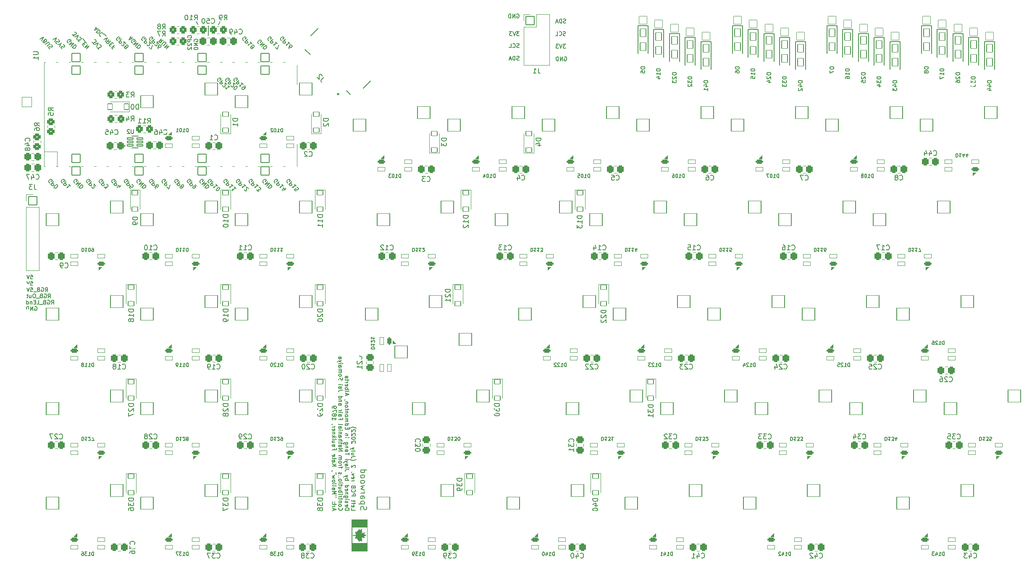
<source format=gbr>
%TF.GenerationSoftware,KiCad,Pcbnew,(6.0.5)*%
%TF.CreationDate,2022-07-29T20:42:53-06:00*%
%TF.ProjectId,kb,6b622e6b-6963-4616-945f-706362585858,rev?*%
%TF.SameCoordinates,Original*%
%TF.FileFunction,Legend,Bot*%
%TF.FilePolarity,Positive*%
%FSLAX46Y46*%
G04 Gerber Fmt 4.6, Leading zero omitted, Abs format (unit mm)*
G04 Created by KiCad (PCBNEW (6.0.5)) date 2022-07-29 20:42:53*
%MOMM*%
%LPD*%
G01*
G04 APERTURE LIST*
G04 Aperture macros list*
%AMRoundRect*
0 Rectangle with rounded corners*
0 $1 Rounding radius*
0 $2 $3 $4 $5 $6 $7 $8 $9 X,Y pos of 4 corners*
0 Add a 4 corners polygon primitive as box body*
4,1,4,$2,$3,$4,$5,$6,$7,$8,$9,$2,$3,0*
0 Add four circle primitives for the rounded corners*
1,1,$1+$1,$2,$3*
1,1,$1+$1,$4,$5*
1,1,$1+$1,$6,$7*
1,1,$1+$1,$8,$9*
0 Add four rect primitives between the rounded corners*
20,1,$1+$1,$2,$3,$4,$5,0*
20,1,$1+$1,$4,$5,$6,$7,0*
20,1,$1+$1,$6,$7,$8,$9,0*
20,1,$1+$1,$8,$9,$2,$3,0*%
%AMHorizOval*
0 Thick line with rounded ends*
0 $1 width*
0 $2 $3 position (X,Y) of the first rounded end (center of the circle)*
0 $4 $5 position (X,Y) of the second rounded end (center of the circle)*
0 Add line between two ends*
20,1,$1,$2,$3,$4,$5,0*
0 Add two circle primitives to create the rounded ends*
1,1,$1,$2,$3*
1,1,$1,$4,$5*%
G04 Aperture macros list end*
%ADD10C,0.006000*%
%ADD11C,0.150000*%
%ADD12C,0.200000*%
%ADD13C,0.120000*%
%ADD14C,0.100000*%
%ADD15C,0.127000*%
%ADD16C,0.254001*%
%ADD17C,1.700000*%
%ADD18HorizOval,1.700000X0.000000X0.000000X0.000000X0.000000X0*%
%ADD19C,1.850000*%
%ADD20C,3.100000*%
%ADD21C,4.087800*%
%ADD22RoundRect,0.050000X-1.275000X-1.250000X1.275000X-1.250000X1.275000X1.250000X-1.275000X1.250000X0*%
%ADD23RoundRect,0.050000X0.600000X-0.800000X0.600000X0.800000X-0.600000X0.800000X-0.600000X-0.800000X0*%
%ADD24RoundRect,0.050000X0.800000X-0.800000X0.800000X0.800000X-0.800000X0.800000X-0.800000X-0.800000X0*%
%ADD25O,3.300000X2.100000*%
%ADD26RoundRect,0.050000X-1.000000X-1.000000X1.000000X-1.000000X1.000000X1.000000X-1.000000X1.000000X0*%
%ADD27C,2.100000*%
%ADD28C,3.148000*%
%ADD29RoundRect,0.050000X1.275000X1.250000X-1.275000X1.250000X-1.275000X-1.250000X1.275000X-1.250000X0*%
%ADD30O,1.800000X1.800000*%
%ADD31RoundRect,0.050000X0.850000X-0.850000X0.850000X0.850000X-0.850000X0.850000X-0.850000X-0.850000X0*%
%ADD32O,3.925000X2.500000*%
%ADD33RoundRect,0.300000X-0.350000X-0.450000X0.350000X-0.450000X0.350000X0.450000X-0.350000X0.450000X0*%
%ADD34RoundRect,0.300000X-0.337500X-0.475000X0.337500X-0.475000X0.337500X0.475000X-0.337500X0.475000X0*%
%ADD35RoundRect,0.050000X-0.600000X0.450000X-0.600000X-0.450000X0.600000X-0.450000X0.600000X0.450000X0*%
%ADD36RoundRect,0.050000X0.850000X0.850000X-0.850000X0.850000X-0.850000X-0.850000X0.850000X-0.850000X0*%
%ADD37RoundRect,0.300000X0.337500X0.475000X-0.337500X0.475000X-0.337500X-0.475000X0.337500X-0.475000X0*%
%ADD38RoundRect,0.050000X-0.700000X-0.410000X0.700000X-0.410000X0.700000X0.410000X-0.700000X0.410000X0*%
%ADD39RoundRect,0.255000X-0.495000X-0.205000X0.495000X-0.205000X0.495000X0.205000X-0.495000X0.205000X0*%
%ADD40RoundRect,0.050000X0.700000X0.410000X-0.700000X0.410000X-0.700000X-0.410000X0.700000X-0.410000X0*%
%ADD41RoundRect,0.255000X0.495000X0.205000X-0.495000X0.205000X-0.495000X-0.205000X0.495000X-0.205000X0*%
%ADD42RoundRect,0.300000X-0.475000X0.337500X-0.475000X-0.337500X0.475000X-0.337500X0.475000X0.337500X0*%
%ADD43RoundRect,0.050000X0.600000X-0.450000X0.600000X0.450000X-0.600000X0.450000X-0.600000X-0.450000X0*%
%ADD44RoundRect,0.300000X0.450000X-0.350000X0.450000X0.350000X-0.450000X0.350000X-0.450000X-0.350000X0*%
%ADD45RoundRect,0.300000X0.350000X0.450000X-0.350000X0.450000X-0.350000X-0.450000X0.350000X-0.450000X0*%
%ADD46RoundRect,0.050000X0.410000X-0.700000X0.410000X0.700000X-0.410000X0.700000X-0.410000X-0.700000X0*%
%ADD47RoundRect,0.255000X0.205000X-0.495000X0.205000X0.495000X-0.205000X0.495000X-0.205000X-0.495000X0*%
%ADD48RoundRect,0.050000X0.565685X0.777817X-0.777817X-0.565685X-0.565685X-0.777817X0.777817X0.565685X0*%
%ADD49C,2.050000*%
%ADD50RoundRect,0.300000X0.475000X-0.337500X0.475000X0.337500X-0.475000X0.337500X-0.475000X-0.337500X0*%
%ADD51RoundRect,0.050000X0.450000X0.600000X-0.450000X0.600000X-0.450000X-0.600000X0.450000X-0.600000X0*%
%ADD52RoundRect,0.070000X-0.575000X-0.180000X0.575000X-0.180000X0.575000X0.180000X-0.575000X0.180000X0*%
%ADD53RoundRect,0.300000X-0.450000X0.350000X-0.450000X-0.350000X0.450000X-0.350000X0.450000X0.350000X0*%
%ADD54C,0.900000*%
G04 APERTURE END LIST*
D10*
G36*
X93662500Y-154685999D02*
G01*
X90487500Y-154685999D01*
X90487500Y-153098500D01*
X93662500Y-153098500D01*
X93662500Y-154685999D01*
G37*
X93662500Y-154685999D02*
X90487500Y-154685999D01*
X90487500Y-153098500D01*
X93662500Y-153098500D01*
X93662500Y-154685999D01*
G36*
X92097490Y-150420917D02*
G01*
X92098396Y-150422724D01*
X92099376Y-150424473D01*
X92100428Y-150426160D01*
X92101549Y-150427786D01*
X92102736Y-150429348D01*
X92103986Y-150430847D01*
X92105296Y-150432280D01*
X92106665Y-150433646D01*
X92108088Y-150434945D01*
X92109564Y-150436175D01*
X92112662Y-150438423D01*
X92115937Y-150440381D01*
X92119366Y-150442040D01*
X92122928Y-150443390D01*
X92126601Y-150444422D01*
X92130363Y-150445126D01*
X92132271Y-150445353D01*
X92134193Y-150445494D01*
X92136126Y-150445548D01*
X92138068Y-150445515D01*
X92140015Y-150445393D01*
X92141966Y-150445180D01*
X92143917Y-150444877D01*
X92145865Y-150444481D01*
X92147809Y-150443991D01*
X92149745Y-150443406D01*
X92528099Y-150320375D01*
X92452031Y-150678885D01*
X92451683Y-150680763D01*
X92451419Y-150682639D01*
X92451239Y-150684512D01*
X92451142Y-150686379D01*
X92451125Y-150688238D01*
X92451190Y-150690086D01*
X92451333Y-150691923D01*
X92451554Y-150693744D01*
X92451851Y-150695548D01*
X92452225Y-150697333D01*
X92452672Y-150699097D01*
X92453193Y-150700837D01*
X92453786Y-150702551D01*
X92454449Y-150704236D01*
X92455182Y-150705891D01*
X92455984Y-150707513D01*
X92456853Y-150709100D01*
X92457788Y-150710650D01*
X92458788Y-150712160D01*
X92459852Y-150713629D01*
X92460978Y-150715053D01*
X92462166Y-150716432D01*
X92463414Y-150717761D01*
X92464722Y-150719040D01*
X92466087Y-150720266D01*
X92467509Y-150721436D01*
X92468986Y-150722549D01*
X92470518Y-150723602D01*
X92472103Y-150724593D01*
X92473741Y-150725520D01*
X92475429Y-150726380D01*
X92477167Y-150727172D01*
X92640547Y-150796625D01*
X92340245Y-151076422D01*
X92337768Y-151078972D01*
X92335535Y-151081682D01*
X92333550Y-151084537D01*
X92331816Y-151087520D01*
X92330336Y-151090614D01*
X92329111Y-151093803D01*
X92328146Y-151097070D01*
X92327442Y-151100399D01*
X92327003Y-151103773D01*
X92326832Y-151107175D01*
X92326931Y-151110589D01*
X92327303Y-151113999D01*
X92327951Y-151117388D01*
X92328878Y-151120739D01*
X92330086Y-151124037D01*
X92331579Y-151127263D01*
X92333331Y-151130356D01*
X92335307Y-151133260D01*
X92337491Y-151135965D01*
X92339867Y-151138467D01*
X92342422Y-151140756D01*
X92345139Y-151142826D01*
X92348004Y-151144669D01*
X92351002Y-151146278D01*
X92354117Y-151147646D01*
X92357335Y-151148765D01*
X92360640Y-151149627D01*
X92364017Y-151150227D01*
X92367452Y-151150556D01*
X92370928Y-151150606D01*
X92374432Y-151150371D01*
X92377948Y-151149844D01*
X93073802Y-151014906D01*
X92948786Y-151231203D01*
X92947712Y-151233151D01*
X92946743Y-151235142D01*
X92945882Y-151237172D01*
X92945128Y-151239237D01*
X92944482Y-151241333D01*
X92943945Y-151243455D01*
X92943517Y-151245598D01*
X92943199Y-151247760D01*
X92942990Y-151249935D01*
X92942893Y-151252118D01*
X92942907Y-151254307D01*
X92943032Y-151256496D01*
X92943270Y-151258682D01*
X92943620Y-151260859D01*
X92944084Y-151263024D01*
X92944661Y-151265173D01*
X92945349Y-151267288D01*
X92946141Y-151269356D01*
X92947035Y-151271372D01*
X92948028Y-151273334D01*
X92949117Y-151275237D01*
X92950299Y-151277079D01*
X92951572Y-151278856D01*
X92952932Y-151280566D01*
X92954378Y-151282204D01*
X92955906Y-151283767D01*
X92957513Y-151285253D01*
X92959198Y-151286657D01*
X92960956Y-151287977D01*
X92962785Y-151289209D01*
X92964683Y-151290349D01*
X92966646Y-151291396D01*
X93397917Y-151511000D01*
X92966646Y-151730604D01*
X92964683Y-151731650D01*
X92962785Y-151732791D01*
X92960956Y-151734023D01*
X92959198Y-151735343D01*
X92957513Y-151736747D01*
X92955906Y-151738233D01*
X92954378Y-151739796D01*
X92952932Y-151741434D01*
X92951572Y-151743143D01*
X92950299Y-151744921D01*
X92949117Y-151746763D01*
X92948028Y-151748666D01*
X92947035Y-151750627D01*
X92946141Y-151752643D01*
X92945349Y-151754711D01*
X92944661Y-151756827D01*
X92944084Y-151758975D01*
X92943620Y-151761140D01*
X92943270Y-151763318D01*
X92943032Y-151765503D01*
X92942907Y-151767692D01*
X92942893Y-151769881D01*
X92942990Y-151772065D01*
X92943199Y-151774240D01*
X92943517Y-151776401D01*
X92943945Y-151778545D01*
X92944482Y-151780667D01*
X92945128Y-151782762D01*
X92945882Y-151784828D01*
X92946743Y-151786858D01*
X92947712Y-151788849D01*
X92948786Y-151790797D01*
X93073802Y-152007093D01*
X92377948Y-151872156D01*
X92376190Y-151871855D01*
X92374432Y-151871628D01*
X92372678Y-151871475D01*
X92370928Y-151871393D01*
X92369186Y-151871383D01*
X92367452Y-151871444D01*
X92365728Y-151871574D01*
X92364017Y-151871773D01*
X92362320Y-151872039D01*
X92360640Y-151872372D01*
X92358977Y-151872771D01*
X92357335Y-151873235D01*
X92355714Y-151873763D01*
X92354117Y-151874354D01*
X92352546Y-151875007D01*
X92351002Y-151875722D01*
X92349487Y-151876496D01*
X92348004Y-151877331D01*
X92346554Y-151878223D01*
X92345139Y-151879174D01*
X92343761Y-151880181D01*
X92342422Y-151881244D01*
X92341123Y-151882361D01*
X92339867Y-151883533D01*
X92338656Y-151884757D01*
X92337491Y-151886034D01*
X92336374Y-151887362D01*
X92335307Y-151888740D01*
X92334292Y-151890167D01*
X92333331Y-151891643D01*
X92332426Y-151893166D01*
X92331579Y-151894736D01*
X92330797Y-151896340D01*
X92330086Y-151897963D01*
X92329447Y-151899604D01*
X92328878Y-151901260D01*
X92328379Y-151902930D01*
X92327951Y-151904611D01*
X92327592Y-151906302D01*
X92327303Y-151908000D01*
X92327083Y-151909704D01*
X92326931Y-151911410D01*
X92326848Y-151913118D01*
X92326832Y-151914825D01*
X92327003Y-151918227D01*
X92327442Y-151921601D01*
X92328146Y-151924929D01*
X92329111Y-151928196D01*
X92329691Y-151929802D01*
X92330336Y-151931385D01*
X92331044Y-151932945D01*
X92331816Y-151934479D01*
X92332652Y-151935986D01*
X92333550Y-151937462D01*
X92334512Y-151938907D01*
X92335535Y-151940317D01*
X92336621Y-151941692D01*
X92337768Y-151943028D01*
X92338976Y-151944324D01*
X92340245Y-151945578D01*
X92640547Y-152225375D01*
X92477167Y-152294828D01*
X92475429Y-152295619D01*
X92473741Y-152296479D01*
X92472103Y-152297406D01*
X92470518Y-152298397D01*
X92467509Y-152300563D01*
X92464722Y-152302960D01*
X92462166Y-152305568D01*
X92459852Y-152308371D01*
X92457788Y-152311349D01*
X92455984Y-152314486D01*
X92454449Y-152317764D01*
X92453193Y-152321163D01*
X92452225Y-152324666D01*
X92451554Y-152328256D01*
X92451190Y-152331913D01*
X92451142Y-152335621D01*
X92451239Y-152337488D01*
X92451419Y-152339361D01*
X92451683Y-152341237D01*
X92452031Y-152343114D01*
X92528099Y-152701625D01*
X92149745Y-152578593D01*
X92147809Y-152578009D01*
X92145865Y-152577519D01*
X92143917Y-152577123D01*
X92141966Y-152576819D01*
X92140015Y-152576607D01*
X92138068Y-152576485D01*
X92136126Y-152576451D01*
X92134193Y-152576506D01*
X92132271Y-152576647D01*
X92130363Y-152576873D01*
X92128473Y-152577184D01*
X92126601Y-152577578D01*
X92124752Y-152578053D01*
X92122928Y-152578610D01*
X92121132Y-152579246D01*
X92119366Y-152579960D01*
X92117633Y-152580751D01*
X92115937Y-152581619D01*
X92114279Y-152582561D01*
X92112662Y-152583577D01*
X92111090Y-152584665D01*
X92109564Y-152585825D01*
X92108088Y-152587055D01*
X92106665Y-152588353D01*
X92105296Y-152589720D01*
X92103986Y-152591153D01*
X92102736Y-152592651D01*
X92101549Y-152594214D01*
X92100428Y-152595839D01*
X92099376Y-152597527D01*
X92098396Y-152599275D01*
X92097490Y-152601083D01*
X92032005Y-152741312D01*
X91527974Y-152118880D01*
X91525709Y-152116306D01*
X91523276Y-152113946D01*
X91520689Y-152111805D01*
X91517962Y-152109886D01*
X91515111Y-152108193D01*
X91512150Y-152106730D01*
X91509093Y-152105502D01*
X91505955Y-152104512D01*
X91502751Y-152103765D01*
X91499495Y-152103263D01*
X91496201Y-152103012D01*
X91492886Y-152103015D01*
X91489562Y-152103277D01*
X91486244Y-152103801D01*
X91482948Y-152104591D01*
X91479688Y-152105651D01*
X91268021Y-152182380D01*
X91367901Y-151614187D01*
X91368405Y-151610666D01*
X91368707Y-151607142D01*
X91368811Y-151603623D01*
X91368718Y-151600117D01*
X91368430Y-151596633D01*
X91367950Y-151593177D01*
X91367281Y-151589758D01*
X91366424Y-151586384D01*
X91365381Y-151583062D01*
X91364155Y-151579801D01*
X91362748Y-151576608D01*
X91361163Y-151573492D01*
X91359401Y-151570460D01*
X91357464Y-151567520D01*
X91355356Y-151564680D01*
X91353078Y-151561948D01*
X91350649Y-151559349D01*
X91348092Y-151556905D01*
X91345415Y-151554619D01*
X91342625Y-151552495D01*
X91339729Y-151550536D01*
X91336735Y-151548744D01*
X91333651Y-151547123D01*
X91330484Y-151545677D01*
X91327242Y-151544408D01*
X91323933Y-151543320D01*
X91320563Y-151542416D01*
X91317141Y-151541699D01*
X91313674Y-151541172D01*
X91310169Y-151540839D01*
X91306635Y-151540702D01*
X91303078Y-151540765D01*
X90732240Y-151570531D01*
X90732240Y-151451468D01*
X91303078Y-151481234D01*
X91306635Y-151481297D01*
X91310169Y-151481161D01*
X91313674Y-151480828D01*
X91317141Y-151480301D01*
X91320563Y-151479584D01*
X91323933Y-151478680D01*
X91327242Y-151477591D01*
X91330484Y-151476323D01*
X91333651Y-151474876D01*
X91336735Y-151473256D01*
X91339729Y-151471464D01*
X91342625Y-151469505D01*
X91345415Y-151467380D01*
X91348092Y-151465095D01*
X91350649Y-151462651D01*
X91353078Y-151460052D01*
X91355356Y-151457320D01*
X91357464Y-151454480D01*
X91359401Y-151451540D01*
X91361163Y-151448508D01*
X91362748Y-151445391D01*
X91364155Y-151442199D01*
X91365381Y-151438938D01*
X91366424Y-151435616D01*
X91367281Y-151432242D01*
X91367950Y-151428823D01*
X91368430Y-151425367D01*
X91368718Y-151421882D01*
X91368811Y-151418377D01*
X91368707Y-151414858D01*
X91368405Y-151411334D01*
X91367901Y-151407812D01*
X91268021Y-150839620D01*
X91479688Y-150916349D01*
X91481312Y-150916913D01*
X91482948Y-150917409D01*
X91484593Y-150917838D01*
X91486244Y-150918199D01*
X91487901Y-150918494D01*
X91489562Y-150918723D01*
X91491224Y-150918886D01*
X91492886Y-150918984D01*
X91494545Y-150919018D01*
X91496201Y-150918988D01*
X91497852Y-150918894D01*
X91499495Y-150918737D01*
X91501128Y-150918517D01*
X91502751Y-150918235D01*
X91504360Y-150917892D01*
X91505955Y-150917488D01*
X91507533Y-150917023D01*
X91509093Y-150916498D01*
X91510632Y-150915913D01*
X91512150Y-150915269D01*
X91513643Y-150914567D01*
X91515111Y-150913807D01*
X91516552Y-150912989D01*
X91517962Y-150912114D01*
X91519342Y-150911183D01*
X91520689Y-150910195D01*
X91522001Y-150909152D01*
X91523276Y-150908054D01*
X91524513Y-150906901D01*
X91525709Y-150905694D01*
X91526864Y-150904433D01*
X91527974Y-150903120D01*
X92032005Y-150280687D01*
X92097490Y-150420917D01*
G37*
X92097490Y-150420917D02*
X92098396Y-150422724D01*
X92099376Y-150424473D01*
X92100428Y-150426160D01*
X92101549Y-150427786D01*
X92102736Y-150429348D01*
X92103986Y-150430847D01*
X92105296Y-150432280D01*
X92106665Y-150433646D01*
X92108088Y-150434945D01*
X92109564Y-150436175D01*
X92112662Y-150438423D01*
X92115937Y-150440381D01*
X92119366Y-150442040D01*
X92122928Y-150443390D01*
X92126601Y-150444422D01*
X92130363Y-150445126D01*
X92132271Y-150445353D01*
X92134193Y-150445494D01*
X92136126Y-150445548D01*
X92138068Y-150445515D01*
X92140015Y-150445393D01*
X92141966Y-150445180D01*
X92143917Y-150444877D01*
X92145865Y-150444481D01*
X92147809Y-150443991D01*
X92149745Y-150443406D01*
X92528099Y-150320375D01*
X92452031Y-150678885D01*
X92451683Y-150680763D01*
X92451419Y-150682639D01*
X92451239Y-150684512D01*
X92451142Y-150686379D01*
X92451125Y-150688238D01*
X92451190Y-150690086D01*
X92451333Y-150691923D01*
X92451554Y-150693744D01*
X92451851Y-150695548D01*
X92452225Y-150697333D01*
X92452672Y-150699097D01*
X92453193Y-150700837D01*
X92453786Y-150702551D01*
X92454449Y-150704236D01*
X92455182Y-150705891D01*
X92455984Y-150707513D01*
X92456853Y-150709100D01*
X92457788Y-150710650D01*
X92458788Y-150712160D01*
X92459852Y-150713629D01*
X92460978Y-150715053D01*
X92462166Y-150716432D01*
X92463414Y-150717761D01*
X92464722Y-150719040D01*
X92466087Y-150720266D01*
X92467509Y-150721436D01*
X92468986Y-150722549D01*
X92470518Y-150723602D01*
X92472103Y-150724593D01*
X92473741Y-150725520D01*
X92475429Y-150726380D01*
X92477167Y-150727172D01*
X92640547Y-150796625D01*
X92340245Y-151076422D01*
X92337768Y-151078972D01*
X92335535Y-151081682D01*
X92333550Y-151084537D01*
X92331816Y-151087520D01*
X92330336Y-151090614D01*
X92329111Y-151093803D01*
X92328146Y-151097070D01*
X92327442Y-151100399D01*
X92327003Y-151103773D01*
X92326832Y-151107175D01*
X92326931Y-151110589D01*
X92327303Y-151113999D01*
X92327951Y-151117388D01*
X92328878Y-151120739D01*
X92330086Y-151124037D01*
X92331579Y-151127263D01*
X92333331Y-151130356D01*
X92335307Y-151133260D01*
X92337491Y-151135965D01*
X92339867Y-151138467D01*
X92342422Y-151140756D01*
X92345139Y-151142826D01*
X92348004Y-151144669D01*
X92351002Y-151146278D01*
X92354117Y-151147646D01*
X92357335Y-151148765D01*
X92360640Y-151149627D01*
X92364017Y-151150227D01*
X92367452Y-151150556D01*
X92370928Y-151150606D01*
X92374432Y-151150371D01*
X92377948Y-151149844D01*
X93073802Y-151014906D01*
X92948786Y-151231203D01*
X92947712Y-151233151D01*
X92946743Y-151235142D01*
X92945882Y-151237172D01*
X92945128Y-151239237D01*
X92944482Y-151241333D01*
X92943945Y-151243455D01*
X92943517Y-151245598D01*
X92943199Y-151247760D01*
X92942990Y-151249935D01*
X92942893Y-151252118D01*
X92942907Y-151254307D01*
X92943032Y-151256496D01*
X92943270Y-151258682D01*
X92943620Y-151260859D01*
X92944084Y-151263024D01*
X92944661Y-151265173D01*
X92945349Y-151267288D01*
X92946141Y-151269356D01*
X92947035Y-151271372D01*
X92948028Y-151273334D01*
X92949117Y-151275237D01*
X92950299Y-151277079D01*
X92951572Y-151278856D01*
X92952932Y-151280566D01*
X92954378Y-151282204D01*
X92955906Y-151283767D01*
X92957513Y-151285253D01*
X92959198Y-151286657D01*
X92960956Y-151287977D01*
X92962785Y-151289209D01*
X92964683Y-151290349D01*
X92966646Y-151291396D01*
X93397917Y-151511000D01*
X92966646Y-151730604D01*
X92964683Y-151731650D01*
X92962785Y-151732791D01*
X92960956Y-151734023D01*
X92959198Y-151735343D01*
X92957513Y-151736747D01*
X92955906Y-151738233D01*
X92954378Y-151739796D01*
X92952932Y-151741434D01*
X92951572Y-151743143D01*
X92950299Y-151744921D01*
X92949117Y-151746763D01*
X92948028Y-151748666D01*
X92947035Y-151750627D01*
X92946141Y-151752643D01*
X92945349Y-151754711D01*
X92944661Y-151756827D01*
X92944084Y-151758975D01*
X92943620Y-151761140D01*
X92943270Y-151763318D01*
X92943032Y-151765503D01*
X92942907Y-151767692D01*
X92942893Y-151769881D01*
X92942990Y-151772065D01*
X92943199Y-151774240D01*
X92943517Y-151776401D01*
X92943945Y-151778545D01*
X92944482Y-151780667D01*
X92945128Y-151782762D01*
X92945882Y-151784828D01*
X92946743Y-151786858D01*
X92947712Y-151788849D01*
X92948786Y-151790797D01*
X93073802Y-152007093D01*
X92377948Y-151872156D01*
X92376190Y-151871855D01*
X92374432Y-151871628D01*
X92372678Y-151871475D01*
X92370928Y-151871393D01*
X92369186Y-151871383D01*
X92367452Y-151871444D01*
X92365728Y-151871574D01*
X92364017Y-151871773D01*
X92362320Y-151872039D01*
X92360640Y-151872372D01*
X92358977Y-151872771D01*
X92357335Y-151873235D01*
X92355714Y-151873763D01*
X92354117Y-151874354D01*
X92352546Y-151875007D01*
X92351002Y-151875722D01*
X92349487Y-151876496D01*
X92348004Y-151877331D01*
X92346554Y-151878223D01*
X92345139Y-151879174D01*
X92343761Y-151880181D01*
X92342422Y-151881244D01*
X92341123Y-151882361D01*
X92339867Y-151883533D01*
X92338656Y-151884757D01*
X92337491Y-151886034D01*
X92336374Y-151887362D01*
X92335307Y-151888740D01*
X92334292Y-151890167D01*
X92333331Y-151891643D01*
X92332426Y-151893166D01*
X92331579Y-151894736D01*
X92330797Y-151896340D01*
X92330086Y-151897963D01*
X92329447Y-151899604D01*
X92328878Y-151901260D01*
X92328379Y-151902930D01*
X92327951Y-151904611D01*
X92327592Y-151906302D01*
X92327303Y-151908000D01*
X92327083Y-151909704D01*
X92326931Y-151911410D01*
X92326848Y-151913118D01*
X92326832Y-151914825D01*
X92327003Y-151918227D01*
X92327442Y-151921601D01*
X92328146Y-151924929D01*
X92329111Y-151928196D01*
X92329691Y-151929802D01*
X92330336Y-151931385D01*
X92331044Y-151932945D01*
X92331816Y-151934479D01*
X92332652Y-151935986D01*
X92333550Y-151937462D01*
X92334512Y-151938907D01*
X92335535Y-151940317D01*
X92336621Y-151941692D01*
X92337768Y-151943028D01*
X92338976Y-151944324D01*
X92340245Y-151945578D01*
X92640547Y-152225375D01*
X92477167Y-152294828D01*
X92475429Y-152295619D01*
X92473741Y-152296479D01*
X92472103Y-152297406D01*
X92470518Y-152298397D01*
X92467509Y-152300563D01*
X92464722Y-152302960D01*
X92462166Y-152305568D01*
X92459852Y-152308371D01*
X92457788Y-152311349D01*
X92455984Y-152314486D01*
X92454449Y-152317764D01*
X92453193Y-152321163D01*
X92452225Y-152324666D01*
X92451554Y-152328256D01*
X92451190Y-152331913D01*
X92451142Y-152335621D01*
X92451239Y-152337488D01*
X92451419Y-152339361D01*
X92451683Y-152341237D01*
X92452031Y-152343114D01*
X92528099Y-152701625D01*
X92149745Y-152578593D01*
X92147809Y-152578009D01*
X92145865Y-152577519D01*
X92143917Y-152577123D01*
X92141966Y-152576819D01*
X92140015Y-152576607D01*
X92138068Y-152576485D01*
X92136126Y-152576451D01*
X92134193Y-152576506D01*
X92132271Y-152576647D01*
X92130363Y-152576873D01*
X92128473Y-152577184D01*
X92126601Y-152577578D01*
X92124752Y-152578053D01*
X92122928Y-152578610D01*
X92121132Y-152579246D01*
X92119366Y-152579960D01*
X92117633Y-152580751D01*
X92115937Y-152581619D01*
X92114279Y-152582561D01*
X92112662Y-152583577D01*
X92111090Y-152584665D01*
X92109564Y-152585825D01*
X92108088Y-152587055D01*
X92106665Y-152588353D01*
X92105296Y-152589720D01*
X92103986Y-152591153D01*
X92102736Y-152592651D01*
X92101549Y-152594214D01*
X92100428Y-152595839D01*
X92099376Y-152597527D01*
X92098396Y-152599275D01*
X92097490Y-152601083D01*
X92032005Y-152741312D01*
X91527974Y-152118880D01*
X91525709Y-152116306D01*
X91523276Y-152113946D01*
X91520689Y-152111805D01*
X91517962Y-152109886D01*
X91515111Y-152108193D01*
X91512150Y-152106730D01*
X91509093Y-152105502D01*
X91505955Y-152104512D01*
X91502751Y-152103765D01*
X91499495Y-152103263D01*
X91496201Y-152103012D01*
X91492886Y-152103015D01*
X91489562Y-152103277D01*
X91486244Y-152103801D01*
X91482948Y-152104591D01*
X91479688Y-152105651D01*
X91268021Y-152182380D01*
X91367901Y-151614187D01*
X91368405Y-151610666D01*
X91368707Y-151607142D01*
X91368811Y-151603623D01*
X91368718Y-151600117D01*
X91368430Y-151596633D01*
X91367950Y-151593177D01*
X91367281Y-151589758D01*
X91366424Y-151586384D01*
X91365381Y-151583062D01*
X91364155Y-151579801D01*
X91362748Y-151576608D01*
X91361163Y-151573492D01*
X91359401Y-151570460D01*
X91357464Y-151567520D01*
X91355356Y-151564680D01*
X91353078Y-151561948D01*
X91350649Y-151559349D01*
X91348092Y-151556905D01*
X91345415Y-151554619D01*
X91342625Y-151552495D01*
X91339729Y-151550536D01*
X91336735Y-151548744D01*
X91333651Y-151547123D01*
X91330484Y-151545677D01*
X91327242Y-151544408D01*
X91323933Y-151543320D01*
X91320563Y-151542416D01*
X91317141Y-151541699D01*
X91313674Y-151541172D01*
X91310169Y-151540839D01*
X91306635Y-151540702D01*
X91303078Y-151540765D01*
X90732240Y-151570531D01*
X90732240Y-151451468D01*
X91303078Y-151481234D01*
X91306635Y-151481297D01*
X91310169Y-151481161D01*
X91313674Y-151480828D01*
X91317141Y-151480301D01*
X91320563Y-151479584D01*
X91323933Y-151478680D01*
X91327242Y-151477591D01*
X91330484Y-151476323D01*
X91333651Y-151474876D01*
X91336735Y-151473256D01*
X91339729Y-151471464D01*
X91342625Y-151469505D01*
X91345415Y-151467380D01*
X91348092Y-151465095D01*
X91350649Y-151462651D01*
X91353078Y-151460052D01*
X91355356Y-151457320D01*
X91357464Y-151454480D01*
X91359401Y-151451540D01*
X91361163Y-151448508D01*
X91362748Y-151445391D01*
X91364155Y-151442199D01*
X91365381Y-151438938D01*
X91366424Y-151435616D01*
X91367281Y-151432242D01*
X91367950Y-151428823D01*
X91368430Y-151425367D01*
X91368718Y-151421882D01*
X91368811Y-151418377D01*
X91368707Y-151414858D01*
X91368405Y-151411334D01*
X91367901Y-151407812D01*
X91268021Y-150839620D01*
X91479688Y-150916349D01*
X91481312Y-150916913D01*
X91482948Y-150917409D01*
X91484593Y-150917838D01*
X91486244Y-150918199D01*
X91487901Y-150918494D01*
X91489562Y-150918723D01*
X91491224Y-150918886D01*
X91492886Y-150918984D01*
X91494545Y-150919018D01*
X91496201Y-150918988D01*
X91497852Y-150918894D01*
X91499495Y-150918737D01*
X91501128Y-150918517D01*
X91502751Y-150918235D01*
X91504360Y-150917892D01*
X91505955Y-150917488D01*
X91507533Y-150917023D01*
X91509093Y-150916498D01*
X91510632Y-150915913D01*
X91512150Y-150915269D01*
X91513643Y-150914567D01*
X91515111Y-150913807D01*
X91516552Y-150912989D01*
X91517962Y-150912114D01*
X91519342Y-150911183D01*
X91520689Y-150910195D01*
X91522001Y-150909152D01*
X91523276Y-150908054D01*
X91524513Y-150906901D01*
X91525709Y-150905694D01*
X91526864Y-150904433D01*
X91527974Y-150903120D01*
X92032005Y-150280687D01*
X92097490Y-150420917D01*
G36*
X93662500Y-149923500D02*
G01*
X90487500Y-149923500D01*
X90487500Y-148336000D01*
X93662500Y-148336000D01*
X93662500Y-149923500D01*
G37*
X93662500Y-149923500D02*
X90487500Y-149923500D01*
X90487500Y-148336000D01*
X93662500Y-148336000D01*
X93662500Y-149923500D01*
D11*
X59150250Y-47942500D02*
X59531250Y-48545750D01*
X61595000Y-48768000D02*
X61595000Y-50736500D01*
D10*
G36*
X93662500Y-153098500D02*
G01*
X93597016Y-153033015D01*
X93597016Y-149988984D01*
X93662500Y-149923500D01*
X93662500Y-153098500D01*
G37*
X93662500Y-153098500D02*
X93597016Y-153033015D01*
X93597016Y-149988984D01*
X93662500Y-149923500D01*
X93662500Y-153098500D01*
D11*
X63976250Y-47942500D02*
X63658750Y-48625125D01*
D10*
G36*
X90552985Y-149988984D02*
G01*
X90552985Y-153033015D01*
X90487500Y-153098500D01*
X90487500Y-149923500D01*
X90552985Y-149988984D01*
G37*
X90552985Y-149988984D02*
X90552985Y-153033015D01*
X90487500Y-153098500D01*
X90487500Y-149923500D01*
X90552985Y-149988984D01*
D11*
X123801070Y-46494750D02*
X123877260Y-46456654D01*
X123991546Y-46456654D01*
X124105832Y-46494750D01*
X124182022Y-46570940D01*
X124220117Y-46647130D01*
X124258213Y-46799511D01*
X124258213Y-46913797D01*
X124220117Y-47066178D01*
X124182022Y-47142369D01*
X124105832Y-47218559D01*
X123991546Y-47256654D01*
X123915355Y-47256654D01*
X123801070Y-47218559D01*
X123762974Y-47180464D01*
X123762974Y-46913797D01*
X123915355Y-46913797D01*
X123420117Y-47256654D02*
X123420117Y-46456654D01*
X122962974Y-47256654D01*
X122962974Y-46456654D01*
X122582022Y-47256654D02*
X122582022Y-46456654D01*
X122391546Y-46456654D01*
X122277260Y-46494750D01*
X122201070Y-46570940D01*
X122162974Y-46647130D01*
X122124879Y-46799511D01*
X122124879Y-46913797D01*
X122162974Y-47066178D01*
X122201070Y-47142369D01*
X122277260Y-47218559D01*
X122391546Y-47256654D01*
X122582022Y-47256654D01*
X133389546Y-55099000D02*
X133465736Y-55060904D01*
X133580022Y-55060904D01*
X133694308Y-55099000D01*
X133770498Y-55175190D01*
X133808593Y-55251380D01*
X133846689Y-55403761D01*
X133846689Y-55518047D01*
X133808593Y-55670428D01*
X133770498Y-55746619D01*
X133694308Y-55822809D01*
X133580022Y-55860904D01*
X133503831Y-55860904D01*
X133389546Y-55822809D01*
X133351450Y-55784714D01*
X133351450Y-55518047D01*
X133503831Y-55518047D01*
X133008593Y-55860904D02*
X133008593Y-55060904D01*
X132551450Y-55860904D01*
X132551450Y-55060904D01*
X132170498Y-55860904D02*
X132170498Y-55060904D01*
X131980022Y-55060904D01*
X131865736Y-55099000D01*
X131789546Y-55175190D01*
X131751450Y-55251380D01*
X131713355Y-55403761D01*
X131713355Y-55518047D01*
X131751450Y-55670428D01*
X131789546Y-55746619D01*
X131865736Y-55822809D01*
X131980022Y-55860904D01*
X132170498Y-55860904D01*
X26627571Y-105454500D02*
X26703761Y-105416404D01*
X26818047Y-105416404D01*
X26932333Y-105454500D01*
X27008523Y-105530690D01*
X27046619Y-105606880D01*
X27084714Y-105759261D01*
X27084714Y-105873547D01*
X27046619Y-106025928D01*
X27008523Y-106102119D01*
X26932333Y-106178309D01*
X26818047Y-106216404D01*
X26741857Y-106216404D01*
X26627571Y-106178309D01*
X26589476Y-106140214D01*
X26589476Y-105873547D01*
X26741857Y-105873547D01*
X26246619Y-106216404D02*
X26246619Y-105416404D01*
X25789476Y-106216404D01*
X25789476Y-105416404D01*
X25408523Y-106216404D02*
X25408523Y-105416404D01*
X25218047Y-105416404D01*
X25103761Y-105454500D01*
X25027571Y-105530690D01*
X24989476Y-105606880D01*
X24951380Y-105759261D01*
X24951380Y-105873547D01*
X24989476Y-106025928D01*
X25027571Y-106102119D01*
X25103761Y-106178309D01*
X25218047Y-106216404D01*
X25408523Y-106216404D01*
X29306952Y-103676404D02*
X29573619Y-103295452D01*
X29764095Y-103676404D02*
X29764095Y-102876404D01*
X29459333Y-102876404D01*
X29383142Y-102914500D01*
X29345047Y-102952595D01*
X29306952Y-103028785D01*
X29306952Y-103143071D01*
X29345047Y-103219261D01*
X29383142Y-103257357D01*
X29459333Y-103295452D01*
X29764095Y-103295452D01*
X28545047Y-102914500D02*
X28621238Y-102876404D01*
X28735523Y-102876404D01*
X28849809Y-102914500D01*
X28926000Y-102990690D01*
X28964095Y-103066880D01*
X29002190Y-103219261D01*
X29002190Y-103333547D01*
X28964095Y-103485928D01*
X28926000Y-103562119D01*
X28849809Y-103638309D01*
X28735523Y-103676404D01*
X28659333Y-103676404D01*
X28545047Y-103638309D01*
X28506952Y-103600214D01*
X28506952Y-103333547D01*
X28659333Y-103333547D01*
X27897428Y-103257357D02*
X27783142Y-103295452D01*
X27745047Y-103333547D01*
X27706952Y-103409738D01*
X27706952Y-103524023D01*
X27745047Y-103600214D01*
X27783142Y-103638309D01*
X27859333Y-103676404D01*
X28164095Y-103676404D01*
X28164095Y-102876404D01*
X27897428Y-102876404D01*
X27821238Y-102914500D01*
X27783142Y-102952595D01*
X27745047Y-103028785D01*
X27745047Y-103104976D01*
X27783142Y-103181166D01*
X27821238Y-103219261D01*
X27897428Y-103257357D01*
X28164095Y-103257357D01*
X27554571Y-103752595D02*
X26945047Y-103752595D01*
X26602190Y-102876404D02*
X26449809Y-102876404D01*
X26373619Y-102914500D01*
X26297428Y-102990690D01*
X26259333Y-103143071D01*
X26259333Y-103409738D01*
X26297428Y-103562119D01*
X26373619Y-103638309D01*
X26449809Y-103676404D01*
X26602190Y-103676404D01*
X26678380Y-103638309D01*
X26754571Y-103562119D01*
X26792666Y-103409738D01*
X26792666Y-103143071D01*
X26754571Y-102990690D01*
X26678380Y-102914500D01*
X26602190Y-102876404D01*
X25573619Y-103143071D02*
X25573619Y-103676404D01*
X25916476Y-103143071D02*
X25916476Y-103562119D01*
X25878380Y-103638309D01*
X25802190Y-103676404D01*
X25687904Y-103676404D01*
X25611714Y-103638309D01*
X25573619Y-103600214D01*
X25306952Y-103143071D02*
X25002190Y-103143071D01*
X25192666Y-102876404D02*
X25192666Y-103562119D01*
X25154571Y-103638309D01*
X25078380Y-103676404D01*
X25002190Y-103676404D01*
X133656213Y-48202809D02*
X133541927Y-48240904D01*
X133351451Y-48240904D01*
X133275260Y-48202809D01*
X133237165Y-48164714D01*
X133199070Y-48088523D01*
X133199070Y-48012333D01*
X133237165Y-47936142D01*
X133275260Y-47898047D01*
X133351451Y-47859952D01*
X133503832Y-47821857D01*
X133580022Y-47783761D01*
X133618117Y-47745666D01*
X133656213Y-47669476D01*
X133656213Y-47593285D01*
X133618117Y-47517095D01*
X133580022Y-47479000D01*
X133503832Y-47440904D01*
X133313355Y-47440904D01*
X133199070Y-47479000D01*
X132856213Y-48240904D02*
X132856213Y-47440904D01*
X132665736Y-47440904D01*
X132551451Y-47479000D01*
X132475260Y-47555190D01*
X132437165Y-47631380D01*
X132399070Y-47783761D01*
X132399070Y-47898047D01*
X132437165Y-48050428D01*
X132475260Y-48126619D01*
X132551451Y-48202809D01*
X132665736Y-48240904D01*
X132856213Y-48240904D01*
X132094308Y-48012333D02*
X131713355Y-48012333D01*
X132170498Y-48240904D02*
X131903832Y-47440904D01*
X131637165Y-48240904D01*
X124296308Y-50012654D02*
X123801070Y-50012654D01*
X124067736Y-50317416D01*
X123953451Y-50317416D01*
X123877260Y-50355511D01*
X123839165Y-50393607D01*
X123801070Y-50469797D01*
X123801070Y-50660273D01*
X123839165Y-50736464D01*
X123877260Y-50774559D01*
X123953451Y-50812654D01*
X124182022Y-50812654D01*
X124258213Y-50774559D01*
X124296308Y-50736464D01*
X123572498Y-50012654D02*
X123305832Y-50812654D01*
X123039165Y-50012654D01*
X122848689Y-50012654D02*
X122353451Y-50012654D01*
X122620117Y-50317416D01*
X122505832Y-50317416D01*
X122429641Y-50355511D01*
X122391546Y-50393607D01*
X122353451Y-50469797D01*
X122353451Y-50660273D01*
X122391546Y-50736464D01*
X122429641Y-50774559D01*
X122505832Y-50812654D01*
X122734403Y-50812654D01*
X122810594Y-50774559D01*
X122848689Y-50736464D01*
X133656213Y-52520904D02*
X133160975Y-52520904D01*
X133427641Y-52825666D01*
X133313356Y-52825666D01*
X133237165Y-52863761D01*
X133199070Y-52901857D01*
X133160975Y-52978047D01*
X133160975Y-53168523D01*
X133199070Y-53244714D01*
X133237165Y-53282809D01*
X133313356Y-53320904D01*
X133541927Y-53320904D01*
X133618118Y-53282809D01*
X133656213Y-53244714D01*
X132932403Y-52520904D02*
X132665737Y-53320904D01*
X132399070Y-52520904D01*
X132208594Y-52520904D02*
X131713356Y-52520904D01*
X131980022Y-52825666D01*
X131865737Y-52825666D01*
X131789546Y-52863761D01*
X131751451Y-52901857D01*
X131713356Y-52978047D01*
X131713356Y-53168523D01*
X131751451Y-53244714D01*
X131789546Y-53282809D01*
X131865737Y-53320904D01*
X132094308Y-53320904D01*
X132170499Y-53282809D01*
X132208594Y-53244714D01*
X25802190Y-100336404D02*
X26183142Y-100336404D01*
X26221238Y-100717357D01*
X26183142Y-100679261D01*
X26106952Y-100641166D01*
X25916476Y-100641166D01*
X25840285Y-100679261D01*
X25802190Y-100717357D01*
X25764095Y-100793547D01*
X25764095Y-100984023D01*
X25802190Y-101060214D01*
X25840285Y-101098309D01*
X25916476Y-101136404D01*
X26106952Y-101136404D01*
X26183142Y-101098309D01*
X26221238Y-101060214D01*
X25535523Y-100336404D02*
X25268857Y-101136404D01*
X25002190Y-100336404D01*
D12*
X92383035Y-146389927D02*
X92325892Y-146218499D01*
X92325892Y-145932784D01*
X92383035Y-145818499D01*
X92440178Y-145761356D01*
X92554464Y-145704213D01*
X92668750Y-145704213D01*
X92783035Y-145761356D01*
X92840178Y-145818499D01*
X92897321Y-145932784D01*
X92954464Y-146161356D01*
X93011607Y-146275641D01*
X93068750Y-146332784D01*
X93183035Y-146389927D01*
X93297321Y-146389927D01*
X93411607Y-146332784D01*
X93468750Y-146275641D01*
X93525892Y-146161356D01*
X93525892Y-145875641D01*
X93468750Y-145704213D01*
X93125892Y-145189927D02*
X91925892Y-145189927D01*
X93068750Y-145189927D02*
X93125892Y-145075641D01*
X93125892Y-144847070D01*
X93068750Y-144732784D01*
X93011607Y-144675641D01*
X92897321Y-144618499D01*
X92554464Y-144618499D01*
X92440178Y-144675641D01*
X92383035Y-144732784D01*
X92325892Y-144847070D01*
X92325892Y-145075641D01*
X92383035Y-145189927D01*
X92325892Y-143589927D02*
X92954464Y-143589927D01*
X93068750Y-143647070D01*
X93125892Y-143761356D01*
X93125892Y-143989927D01*
X93068750Y-144104213D01*
X92383035Y-143589927D02*
X92325892Y-143704213D01*
X92325892Y-143989927D01*
X92383035Y-144104213D01*
X92497321Y-144161356D01*
X92611607Y-144161356D01*
X92725892Y-144104213D01*
X92783035Y-143989927D01*
X92783035Y-143704213D01*
X92840178Y-143589927D01*
X92325892Y-143018499D02*
X93125892Y-143018499D01*
X92897321Y-143018499D02*
X93011607Y-142961356D01*
X93068750Y-142904213D01*
X93125892Y-142789927D01*
X93125892Y-142675641D01*
X93125892Y-142389927D02*
X92325892Y-142161356D01*
X92897321Y-141932784D01*
X92325892Y-141704213D01*
X93125892Y-141475641D01*
X92325892Y-140847070D02*
X92383035Y-140961356D01*
X92440178Y-141018499D01*
X92554464Y-141075641D01*
X92897321Y-141075641D01*
X93011607Y-141018499D01*
X93068750Y-140961356D01*
X93125892Y-140847070D01*
X93125892Y-140675641D01*
X93068750Y-140561356D01*
X93011607Y-140504213D01*
X92897321Y-140447070D01*
X92554464Y-140447070D01*
X92440178Y-140504213D01*
X92383035Y-140561356D01*
X92325892Y-140675641D01*
X92325892Y-140847070D01*
X92325892Y-139761356D02*
X92383035Y-139875641D01*
X92440178Y-139932784D01*
X92554464Y-139989927D01*
X92897321Y-139989927D01*
X93011607Y-139932784D01*
X93068750Y-139875641D01*
X93125892Y-139761356D01*
X93125892Y-139589927D01*
X93068750Y-139475641D01*
X93011607Y-139418499D01*
X92897321Y-139361356D01*
X92554464Y-139361356D01*
X92440178Y-139418499D01*
X92383035Y-139475641D01*
X92325892Y-139589927D01*
X92325892Y-139761356D01*
X92325892Y-138332784D02*
X93525892Y-138332784D01*
X92383035Y-138332784D02*
X92325892Y-138447070D01*
X92325892Y-138675641D01*
X92383035Y-138789927D01*
X92440178Y-138847070D01*
X92554464Y-138904213D01*
X92897321Y-138904213D01*
X93011607Y-138847070D01*
X93068750Y-138789927D01*
X93125892Y-138675641D01*
X93125892Y-138447070D01*
X93068750Y-138332784D01*
D11*
X28735523Y-102406404D02*
X29002190Y-102025452D01*
X29192666Y-102406404D02*
X29192666Y-101606404D01*
X28887904Y-101606404D01*
X28811714Y-101644500D01*
X28773619Y-101682595D01*
X28735523Y-101758785D01*
X28735523Y-101873071D01*
X28773619Y-101949261D01*
X28811714Y-101987357D01*
X28887904Y-102025452D01*
X29192666Y-102025452D01*
X27973619Y-101644500D02*
X28049809Y-101606404D01*
X28164095Y-101606404D01*
X28278380Y-101644500D01*
X28354571Y-101720690D01*
X28392666Y-101796880D01*
X28430761Y-101949261D01*
X28430761Y-102063547D01*
X28392666Y-102215928D01*
X28354571Y-102292119D01*
X28278380Y-102368309D01*
X28164095Y-102406404D01*
X28087904Y-102406404D01*
X27973619Y-102368309D01*
X27935523Y-102330214D01*
X27935523Y-102063547D01*
X28087904Y-102063547D01*
X27326000Y-101987357D02*
X27211714Y-102025452D01*
X27173619Y-102063547D01*
X27135523Y-102139738D01*
X27135523Y-102254023D01*
X27173619Y-102330214D01*
X27211714Y-102368309D01*
X27287904Y-102406404D01*
X27592666Y-102406404D01*
X27592666Y-101606404D01*
X27326000Y-101606404D01*
X27249809Y-101644500D01*
X27211714Y-101682595D01*
X27173619Y-101758785D01*
X27173619Y-101834976D01*
X27211714Y-101911166D01*
X27249809Y-101949261D01*
X27326000Y-101987357D01*
X27592666Y-101987357D01*
X26983142Y-102482595D02*
X26373619Y-102482595D01*
X25802190Y-101606404D02*
X26183142Y-101606404D01*
X26221238Y-101987357D01*
X26183142Y-101949261D01*
X26106952Y-101911166D01*
X25916476Y-101911166D01*
X25840285Y-101949261D01*
X25802190Y-101987357D01*
X25764095Y-102063547D01*
X25764095Y-102254023D01*
X25802190Y-102330214D01*
X25840285Y-102368309D01*
X25916476Y-102406404D01*
X26106952Y-102406404D01*
X26183142Y-102368309D01*
X26221238Y-102330214D01*
X25535523Y-101606404D02*
X25268857Y-102406404D01*
X25002190Y-101606404D01*
X133618118Y-50742809D02*
X133503832Y-50780904D01*
X133313356Y-50780904D01*
X133237165Y-50742809D01*
X133199070Y-50704714D01*
X133160975Y-50628523D01*
X133160975Y-50552333D01*
X133199070Y-50476142D01*
X133237165Y-50438047D01*
X133313356Y-50399952D01*
X133465737Y-50361857D01*
X133541927Y-50323761D01*
X133580022Y-50285666D01*
X133618118Y-50209476D01*
X133618118Y-50133285D01*
X133580022Y-50057095D01*
X133541927Y-50019000D01*
X133465737Y-49980904D01*
X133275260Y-49980904D01*
X133160975Y-50019000D01*
X132360975Y-50704714D02*
X132399070Y-50742809D01*
X132513356Y-50780904D01*
X132589546Y-50780904D01*
X132703832Y-50742809D01*
X132780022Y-50666619D01*
X132818118Y-50590428D01*
X132856213Y-50438047D01*
X132856213Y-50323761D01*
X132818118Y-50171380D01*
X132780022Y-50095190D01*
X132703832Y-50019000D01*
X132589546Y-49980904D01*
X132513356Y-49980904D01*
X132399070Y-50019000D01*
X132360975Y-50057095D01*
X131637165Y-50780904D02*
X132018118Y-50780904D01*
X132018118Y-49980904D01*
X124258213Y-53155809D02*
X124143927Y-53193904D01*
X123953451Y-53193904D01*
X123877260Y-53155809D01*
X123839165Y-53117714D01*
X123801070Y-53041523D01*
X123801070Y-52965333D01*
X123839165Y-52889142D01*
X123877260Y-52851047D01*
X123953451Y-52812952D01*
X124105832Y-52774857D01*
X124182022Y-52736761D01*
X124220117Y-52698666D01*
X124258213Y-52622476D01*
X124258213Y-52546285D01*
X124220117Y-52470095D01*
X124182022Y-52432000D01*
X124105832Y-52393904D01*
X123915355Y-52393904D01*
X123801070Y-52432000D01*
X123001070Y-53117714D02*
X123039165Y-53155809D01*
X123153451Y-53193904D01*
X123229641Y-53193904D01*
X123343927Y-53155809D01*
X123420117Y-53079619D01*
X123458213Y-53003428D01*
X123496308Y-52851047D01*
X123496308Y-52736761D01*
X123458213Y-52584380D01*
X123420117Y-52508190D01*
X123343927Y-52432000D01*
X123229641Y-52393904D01*
X123153451Y-52393904D01*
X123039165Y-52432000D01*
X123001070Y-52470095D01*
X122277260Y-53193904D02*
X122658213Y-53193904D01*
X122658213Y-52393904D01*
X90470095Y-146079570D02*
X90470095Y-146460522D01*
X91270095Y-146460522D01*
X90508190Y-145508141D02*
X90470095Y-145584332D01*
X90470095Y-145736713D01*
X90508190Y-145812903D01*
X90584380Y-145850999D01*
X90889142Y-145850999D01*
X90965333Y-145812903D01*
X91003428Y-145736713D01*
X91003428Y-145584332D01*
X90965333Y-145508141D01*
X90889142Y-145470046D01*
X90812952Y-145470046D01*
X90736761Y-145850999D01*
X91003428Y-145241475D02*
X91003428Y-144936713D01*
X90470095Y-145127189D02*
X91155809Y-145127189D01*
X91232000Y-145089094D01*
X91270095Y-145012903D01*
X91270095Y-144936713D01*
X91003428Y-144784332D02*
X91003428Y-144479570D01*
X91270095Y-144670046D02*
X90584380Y-144670046D01*
X90508190Y-144631951D01*
X90470095Y-144555760D01*
X90470095Y-144479570D01*
X90470095Y-143603379D02*
X91270095Y-143603379D01*
X91270095Y-143298618D01*
X91232000Y-143222427D01*
X91193904Y-143184332D01*
X91117714Y-143146237D01*
X91003428Y-143146237D01*
X90927238Y-143184332D01*
X90889142Y-143222427D01*
X90851047Y-143298618D01*
X90851047Y-143603379D01*
X90546285Y-142346237D02*
X90508190Y-142384332D01*
X90470095Y-142498618D01*
X90470095Y-142574808D01*
X90508190Y-142689094D01*
X90584380Y-142765284D01*
X90660571Y-142803379D01*
X90812952Y-142841475D01*
X90927238Y-142841475D01*
X91079619Y-142803379D01*
X91155809Y-142765284D01*
X91232000Y-142689094D01*
X91270095Y-142574808D01*
X91270095Y-142498618D01*
X91232000Y-142384332D01*
X91193904Y-142346237D01*
X90889142Y-141736713D02*
X90851047Y-141622427D01*
X90812952Y-141584332D01*
X90736761Y-141546237D01*
X90622476Y-141546237D01*
X90546285Y-141584332D01*
X90508190Y-141622427D01*
X90470095Y-141698618D01*
X90470095Y-142003379D01*
X91270095Y-142003379D01*
X91270095Y-141736713D01*
X91232000Y-141660522D01*
X91193904Y-141622427D01*
X91117714Y-141584332D01*
X91041523Y-141584332D01*
X90965333Y-141622427D01*
X90927238Y-141660522D01*
X90889142Y-141736713D01*
X90889142Y-142003379D01*
X90470095Y-140593856D02*
X91003428Y-140593856D01*
X90851047Y-140593856D02*
X90927238Y-140555760D01*
X90965333Y-140517665D01*
X91003428Y-140441475D01*
X91003428Y-140365284D01*
X90508190Y-139793856D02*
X90470095Y-139870046D01*
X90470095Y-140022427D01*
X90508190Y-140098618D01*
X90584380Y-140136713D01*
X90889142Y-140136713D01*
X90965333Y-140098618D01*
X91003428Y-140022427D01*
X91003428Y-139870046D01*
X90965333Y-139793856D01*
X90889142Y-139755760D01*
X90812952Y-139755760D01*
X90736761Y-140136713D01*
X91003428Y-139489094D02*
X90470095Y-139298618D01*
X91003428Y-139108141D01*
X90546285Y-138803379D02*
X90508190Y-138765284D01*
X90470095Y-138803379D01*
X90508190Y-138841475D01*
X90546285Y-138803379D01*
X90470095Y-138803379D01*
X91193904Y-137850999D02*
X91232000Y-137812903D01*
X91270095Y-137736713D01*
X91270095Y-137546237D01*
X91232000Y-137470046D01*
X91193904Y-137431951D01*
X91117714Y-137393856D01*
X91041523Y-137393856D01*
X90927238Y-137431951D01*
X90470095Y-137889094D01*
X90470095Y-137393856D01*
X90165333Y-136212903D02*
X90203428Y-136250999D01*
X90317714Y-136327189D01*
X90393904Y-136365284D01*
X90508190Y-136403379D01*
X90698666Y-136441475D01*
X90851047Y-136441475D01*
X91041523Y-136403379D01*
X91155809Y-136365284D01*
X91232000Y-136327189D01*
X91346285Y-136250999D01*
X91384380Y-136212903D01*
X91270095Y-135679570D02*
X90698666Y-135679570D01*
X90584380Y-135717665D01*
X90508190Y-135793856D01*
X90470095Y-135908141D01*
X90470095Y-135984332D01*
X91003428Y-134955760D02*
X90470095Y-134955760D01*
X91003428Y-135298618D02*
X90584380Y-135298618D01*
X90508190Y-135260522D01*
X90470095Y-135184332D01*
X90470095Y-135070046D01*
X90508190Y-134993856D01*
X90546285Y-134955760D01*
X90470095Y-134460522D02*
X90508190Y-134536713D01*
X90584380Y-134574808D01*
X91270095Y-134574808D01*
X91003428Y-134231951D02*
X90470095Y-134041475D01*
X91003428Y-133850999D02*
X90470095Y-134041475D01*
X90279619Y-134117665D01*
X90241523Y-134155760D01*
X90203428Y-134231951D01*
X91193904Y-132974808D02*
X91232000Y-132936713D01*
X91270095Y-132860522D01*
X91270095Y-132670046D01*
X91232000Y-132593856D01*
X91193904Y-132555760D01*
X91117714Y-132517665D01*
X91041523Y-132517665D01*
X90927238Y-132555760D01*
X90470095Y-133012903D01*
X90470095Y-132517665D01*
X91270095Y-132022427D02*
X91270095Y-131946237D01*
X91232000Y-131870046D01*
X91193904Y-131831951D01*
X91117714Y-131793856D01*
X90965333Y-131755760D01*
X90774857Y-131755760D01*
X90622476Y-131793856D01*
X90546285Y-131831951D01*
X90508190Y-131870046D01*
X90470095Y-131946237D01*
X90470095Y-132022427D01*
X90508190Y-132098618D01*
X90546285Y-132136713D01*
X90622476Y-132174808D01*
X90774857Y-132212903D01*
X90965333Y-132212903D01*
X91117714Y-132174808D01*
X91193904Y-132136713D01*
X91232000Y-132098618D01*
X91270095Y-132022427D01*
X91193904Y-131450999D02*
X91232000Y-131412903D01*
X91270095Y-131336713D01*
X91270095Y-131146237D01*
X91232000Y-131070046D01*
X91193904Y-131031951D01*
X91117714Y-130993856D01*
X91041523Y-130993856D01*
X90927238Y-131031951D01*
X90470095Y-131489094D01*
X90470095Y-130993856D01*
X91193904Y-130689094D02*
X91232000Y-130650999D01*
X91270095Y-130574808D01*
X91270095Y-130384332D01*
X91232000Y-130308141D01*
X91193904Y-130270046D01*
X91117714Y-130231951D01*
X91041523Y-130231951D01*
X90927238Y-130270046D01*
X90470095Y-130727189D01*
X90470095Y-130231951D01*
X90165333Y-129965284D02*
X90203428Y-129927189D01*
X90317714Y-129850999D01*
X90393904Y-129812903D01*
X90508190Y-129774808D01*
X90698666Y-129736713D01*
X90851047Y-129736713D01*
X91041523Y-129774808D01*
X91155809Y-129812903D01*
X91232000Y-129850999D01*
X91346285Y-129927189D01*
X91384380Y-129965284D01*
X89182095Y-146460522D02*
X89982095Y-146460522D01*
X89982095Y-146270046D01*
X89944000Y-146155760D01*
X89867809Y-146079570D01*
X89791619Y-146041475D01*
X89639238Y-146003379D01*
X89524952Y-146003379D01*
X89372571Y-146041475D01*
X89296380Y-146079570D01*
X89220190Y-146155760D01*
X89182095Y-146270046D01*
X89182095Y-146460522D01*
X89220190Y-145355760D02*
X89182095Y-145431951D01*
X89182095Y-145584332D01*
X89220190Y-145660522D01*
X89296380Y-145698618D01*
X89601142Y-145698618D01*
X89677333Y-145660522D01*
X89715428Y-145584332D01*
X89715428Y-145431951D01*
X89677333Y-145355760D01*
X89601142Y-145317665D01*
X89524952Y-145317665D01*
X89448761Y-145698618D01*
X89220190Y-145012903D02*
X89182095Y-144936713D01*
X89182095Y-144784332D01*
X89220190Y-144708141D01*
X89296380Y-144670046D01*
X89334476Y-144670046D01*
X89410666Y-144708141D01*
X89448761Y-144784332D01*
X89448761Y-144898618D01*
X89486857Y-144974808D01*
X89563047Y-145012903D01*
X89601142Y-145012903D01*
X89677333Y-144974808D01*
X89715428Y-144898618D01*
X89715428Y-144784332D01*
X89677333Y-144708141D01*
X89182095Y-144327189D02*
X89715428Y-144327189D01*
X89982095Y-144327189D02*
X89944000Y-144365284D01*
X89905904Y-144327189D01*
X89944000Y-144289094D01*
X89982095Y-144327189D01*
X89905904Y-144327189D01*
X89715428Y-143603379D02*
X89067809Y-143603379D01*
X88991619Y-143641475D01*
X88953523Y-143679570D01*
X88915428Y-143755760D01*
X88915428Y-143870046D01*
X88953523Y-143946237D01*
X89220190Y-143603379D02*
X89182095Y-143679570D01*
X89182095Y-143831951D01*
X89220190Y-143908141D01*
X89258285Y-143946237D01*
X89334476Y-143984332D01*
X89563047Y-143984332D01*
X89639238Y-143946237D01*
X89677333Y-143908141D01*
X89715428Y-143831951D01*
X89715428Y-143679570D01*
X89677333Y-143603379D01*
X89715428Y-143222427D02*
X89182095Y-143222427D01*
X89639238Y-143222427D02*
X89677333Y-143184332D01*
X89715428Y-143108141D01*
X89715428Y-142993856D01*
X89677333Y-142917665D01*
X89601142Y-142879570D01*
X89182095Y-142879570D01*
X89220190Y-142193856D02*
X89182095Y-142270046D01*
X89182095Y-142422427D01*
X89220190Y-142498618D01*
X89296380Y-142536713D01*
X89601142Y-142536713D01*
X89677333Y-142498618D01*
X89715428Y-142422427D01*
X89715428Y-142270046D01*
X89677333Y-142193856D01*
X89601142Y-142155760D01*
X89524952Y-142155760D01*
X89448761Y-142536713D01*
X89182095Y-141470046D02*
X89982095Y-141470046D01*
X89220190Y-141470046D02*
X89182095Y-141546237D01*
X89182095Y-141698618D01*
X89220190Y-141774808D01*
X89258285Y-141812903D01*
X89334476Y-141850999D01*
X89563047Y-141850999D01*
X89639238Y-141812903D01*
X89677333Y-141774808D01*
X89715428Y-141698618D01*
X89715428Y-141546237D01*
X89677333Y-141470046D01*
X89182095Y-140479570D02*
X89982095Y-140479570D01*
X89677333Y-140479570D02*
X89715428Y-140403379D01*
X89715428Y-140250999D01*
X89677333Y-140174808D01*
X89639238Y-140136713D01*
X89563047Y-140098618D01*
X89334476Y-140098618D01*
X89258285Y-140136713D01*
X89220190Y-140174808D01*
X89182095Y-140250999D01*
X89182095Y-140403379D01*
X89220190Y-140479570D01*
X89715428Y-139831951D02*
X89182095Y-139641475D01*
X89715428Y-139450999D02*
X89182095Y-139641475D01*
X88991619Y-139717665D01*
X88953523Y-139755760D01*
X88915428Y-139831951D01*
X89982095Y-138308141D02*
X89410666Y-138308141D01*
X89296380Y-138346237D01*
X89220190Y-138422427D01*
X89182095Y-138536713D01*
X89182095Y-138612903D01*
X89182095Y-137927189D02*
X89715428Y-137927189D01*
X89982095Y-137927189D02*
X89944000Y-137965284D01*
X89905904Y-137927189D01*
X89944000Y-137889094D01*
X89982095Y-137927189D01*
X89905904Y-137927189D01*
X89182095Y-137203379D02*
X89601142Y-137203379D01*
X89677333Y-137241475D01*
X89715428Y-137317665D01*
X89715428Y-137470046D01*
X89677333Y-137546237D01*
X89220190Y-137203379D02*
X89182095Y-137279570D01*
X89182095Y-137470046D01*
X89220190Y-137546237D01*
X89296380Y-137584332D01*
X89372571Y-137584332D01*
X89448761Y-137546237D01*
X89486857Y-137470046D01*
X89486857Y-137279570D01*
X89524952Y-137203379D01*
X89715428Y-136898618D02*
X89182095Y-136708141D01*
X89715428Y-136517665D02*
X89182095Y-136708141D01*
X88991619Y-136784332D01*
X88953523Y-136822427D01*
X88915428Y-136898618D01*
X89182095Y-136212903D02*
X89715428Y-136212903D01*
X89982095Y-136212903D02*
X89944000Y-136250999D01*
X89905904Y-136212903D01*
X89944000Y-136174808D01*
X89982095Y-136212903D01*
X89905904Y-136212903D01*
X89982095Y-135336713D02*
X89982095Y-134879570D01*
X89182095Y-135108141D02*
X89982095Y-135108141D01*
X89182095Y-134270046D02*
X89601142Y-134270046D01*
X89677333Y-134308141D01*
X89715428Y-134384332D01*
X89715428Y-134536713D01*
X89677333Y-134612903D01*
X89220190Y-134270046D02*
X89182095Y-134346237D01*
X89182095Y-134536713D01*
X89220190Y-134612903D01*
X89296380Y-134650999D01*
X89372571Y-134650999D01*
X89448761Y-134612903D01*
X89486857Y-134536713D01*
X89486857Y-134346237D01*
X89524952Y-134270046D01*
X89715428Y-133889094D02*
X89182095Y-133889094D01*
X89639238Y-133889094D02*
X89677333Y-133850999D01*
X89715428Y-133774808D01*
X89715428Y-133660522D01*
X89677333Y-133584332D01*
X89601142Y-133546237D01*
X89182095Y-133546237D01*
X89715428Y-132822427D02*
X89067809Y-132822427D01*
X88991619Y-132860522D01*
X88953523Y-132898618D01*
X88915428Y-132974808D01*
X88915428Y-133089094D01*
X88953523Y-133165284D01*
X89220190Y-132822427D02*
X89182095Y-132898618D01*
X89182095Y-133050999D01*
X89220190Y-133127189D01*
X89258285Y-133165284D01*
X89334476Y-133203379D01*
X89563047Y-133203379D01*
X89639238Y-133165284D01*
X89677333Y-133127189D01*
X89715428Y-133050999D01*
X89715428Y-132898618D01*
X89677333Y-132822427D01*
X89182095Y-131831951D02*
X89715428Y-131831951D01*
X89982095Y-131831951D02*
X89944000Y-131870046D01*
X89905904Y-131831951D01*
X89944000Y-131793856D01*
X89982095Y-131831951D01*
X89905904Y-131831951D01*
X89715428Y-131450999D02*
X89182095Y-131450999D01*
X89639238Y-131450999D02*
X89677333Y-131412903D01*
X89715428Y-131336713D01*
X89715428Y-131222427D01*
X89677333Y-131146237D01*
X89601142Y-131108141D01*
X89182095Y-131108141D01*
X89601142Y-130117665D02*
X89601142Y-129850999D01*
X89182095Y-129736713D02*
X89182095Y-130117665D01*
X89982095Y-130117665D01*
X89982095Y-129736713D01*
X89182095Y-129050999D02*
X89982095Y-129050999D01*
X89220190Y-129050999D02*
X89182095Y-129127189D01*
X89182095Y-129279570D01*
X89220190Y-129355760D01*
X89258285Y-129393856D01*
X89334476Y-129431951D01*
X89563047Y-129431951D01*
X89639238Y-129393856D01*
X89677333Y-129355760D01*
X89715428Y-129279570D01*
X89715428Y-129127189D01*
X89677333Y-129050999D01*
X89182095Y-128670046D02*
X89715428Y-128670046D01*
X89639238Y-128670046D02*
X89677333Y-128631951D01*
X89715428Y-128555760D01*
X89715428Y-128441475D01*
X89677333Y-128365284D01*
X89601142Y-128327189D01*
X89182095Y-128327189D01*
X89601142Y-128327189D02*
X89677333Y-128289094D01*
X89715428Y-128212903D01*
X89715428Y-128098618D01*
X89677333Y-128022427D01*
X89601142Y-127984332D01*
X89182095Y-127984332D01*
X89182095Y-127489094D02*
X89220190Y-127565284D01*
X89258285Y-127603379D01*
X89334476Y-127641475D01*
X89563047Y-127641475D01*
X89639238Y-127603379D01*
X89677333Y-127565284D01*
X89715428Y-127489094D01*
X89715428Y-127374808D01*
X89677333Y-127298618D01*
X89639238Y-127260522D01*
X89563047Y-127222427D01*
X89334476Y-127222427D01*
X89258285Y-127260522D01*
X89220190Y-127298618D01*
X89182095Y-127374808D01*
X89182095Y-127489094D01*
X89715428Y-126879570D02*
X89182095Y-126879570D01*
X89639238Y-126879570D02*
X89677333Y-126841475D01*
X89715428Y-126765284D01*
X89715428Y-126650999D01*
X89677333Y-126574808D01*
X89601142Y-126536713D01*
X89182095Y-126536713D01*
X89715428Y-126270046D02*
X89715428Y-125965284D01*
X89982095Y-126155760D02*
X89296380Y-126155760D01*
X89220190Y-126117665D01*
X89182095Y-126041475D01*
X89182095Y-125965284D01*
X89182095Y-125584332D02*
X89220190Y-125660522D01*
X89258285Y-125698618D01*
X89334476Y-125736713D01*
X89563047Y-125736713D01*
X89639238Y-125698618D01*
X89677333Y-125660522D01*
X89715428Y-125584332D01*
X89715428Y-125470046D01*
X89677333Y-125393856D01*
X89639238Y-125355760D01*
X89563047Y-125317665D01*
X89334476Y-125317665D01*
X89258285Y-125355760D01*
X89220190Y-125393856D01*
X89182095Y-125470046D01*
X89182095Y-125584332D01*
X89715428Y-124974808D02*
X89182095Y-124974808D01*
X89639238Y-124974808D02*
X89677333Y-124936713D01*
X89715428Y-124860522D01*
X89715428Y-124746237D01*
X89677333Y-124670046D01*
X89601142Y-124631951D01*
X89182095Y-124631951D01*
X89220190Y-124212903D02*
X89182095Y-124212903D01*
X89105904Y-124250999D01*
X89067809Y-124289094D01*
X89410666Y-123298618D02*
X89410666Y-122917665D01*
X89182095Y-123374808D02*
X89982095Y-123108141D01*
X89182095Y-122841475D01*
X89182095Y-122460522D02*
X89220190Y-122536713D01*
X89296380Y-122574808D01*
X89982095Y-122574808D01*
X89182095Y-122155760D02*
X89982095Y-122155760D01*
X89677333Y-122155760D02*
X89715428Y-122079570D01*
X89715428Y-121927189D01*
X89677333Y-121850999D01*
X89639238Y-121812903D01*
X89563047Y-121774808D01*
X89334476Y-121774808D01*
X89258285Y-121812903D01*
X89220190Y-121850999D01*
X89182095Y-121927189D01*
X89182095Y-122079570D01*
X89220190Y-122155760D01*
X89220190Y-121127189D02*
X89182095Y-121203379D01*
X89182095Y-121355760D01*
X89220190Y-121431951D01*
X89296380Y-121470046D01*
X89601142Y-121470046D01*
X89677333Y-121431951D01*
X89715428Y-121355760D01*
X89715428Y-121203379D01*
X89677333Y-121127189D01*
X89601142Y-121089094D01*
X89524952Y-121089094D01*
X89448761Y-121470046D01*
X89182095Y-120746237D02*
X89715428Y-120746237D01*
X89563047Y-120746237D02*
X89639238Y-120708141D01*
X89677333Y-120670046D01*
X89715428Y-120593856D01*
X89715428Y-120517665D01*
X89715428Y-120365284D02*
X89715428Y-120060522D01*
X89982095Y-120250999D02*
X89296380Y-120250999D01*
X89220190Y-120212903D01*
X89182095Y-120136713D01*
X89182095Y-120060522D01*
X89182095Y-119450999D02*
X89601142Y-119450999D01*
X89677333Y-119489094D01*
X89715428Y-119565284D01*
X89715428Y-119717665D01*
X89677333Y-119793856D01*
X89220190Y-119450999D02*
X89182095Y-119527189D01*
X89182095Y-119717665D01*
X89220190Y-119793856D01*
X89296380Y-119831951D01*
X89372571Y-119831951D01*
X89448761Y-119793856D01*
X89486857Y-119717665D01*
X89486857Y-119527189D01*
X89524952Y-119450999D01*
X87970285Y-146003379D02*
X87932190Y-146041475D01*
X87894095Y-146155760D01*
X87894095Y-146231951D01*
X87932190Y-146346237D01*
X88008380Y-146422427D01*
X88084571Y-146460522D01*
X88236952Y-146498618D01*
X88351238Y-146498618D01*
X88503619Y-146460522D01*
X88579809Y-146422427D01*
X88656000Y-146346237D01*
X88694095Y-146231951D01*
X88694095Y-146155760D01*
X88656000Y-146041475D01*
X88617904Y-146003379D01*
X87894095Y-145546237D02*
X87932190Y-145622427D01*
X87970285Y-145660522D01*
X88046476Y-145698618D01*
X88275047Y-145698618D01*
X88351238Y-145660522D01*
X88389333Y-145622427D01*
X88427428Y-145546237D01*
X88427428Y-145431951D01*
X88389333Y-145355760D01*
X88351238Y-145317665D01*
X88275047Y-145279570D01*
X88046476Y-145279570D01*
X87970285Y-145317665D01*
X87932190Y-145355760D01*
X87894095Y-145431951D01*
X87894095Y-145546237D01*
X88427428Y-144936713D02*
X87894095Y-144936713D01*
X88351238Y-144936713D02*
X88389333Y-144898618D01*
X88427428Y-144822427D01*
X88427428Y-144708141D01*
X88389333Y-144631951D01*
X88313142Y-144593856D01*
X87894095Y-144593856D01*
X88427428Y-144327189D02*
X88427428Y-144022427D01*
X88694095Y-144212903D02*
X88008380Y-144212903D01*
X87932190Y-144174808D01*
X87894095Y-144098618D01*
X87894095Y-144022427D01*
X87894095Y-143755760D02*
X88427428Y-143755760D01*
X88275047Y-143755760D02*
X88351238Y-143717665D01*
X88389333Y-143679570D01*
X88427428Y-143603379D01*
X88427428Y-143527189D01*
X87894095Y-143260522D02*
X88427428Y-143260522D01*
X88694095Y-143260522D02*
X88656000Y-143298618D01*
X88617904Y-143260522D01*
X88656000Y-143222427D01*
X88694095Y-143260522D01*
X88617904Y-143260522D01*
X87894095Y-142879570D02*
X88694095Y-142879570D01*
X88389333Y-142879570D02*
X88427428Y-142803379D01*
X88427428Y-142650999D01*
X88389333Y-142574808D01*
X88351238Y-142536713D01*
X88275047Y-142498618D01*
X88046476Y-142498618D01*
X87970285Y-142536713D01*
X87932190Y-142574808D01*
X87894095Y-142650999D01*
X87894095Y-142803379D01*
X87932190Y-142879570D01*
X88427428Y-141812903D02*
X87894095Y-141812903D01*
X88427428Y-142155760D02*
X88008380Y-142155760D01*
X87932190Y-142117665D01*
X87894095Y-142041475D01*
X87894095Y-141927189D01*
X87932190Y-141850999D01*
X87970285Y-141812903D01*
X88427428Y-141546237D02*
X88427428Y-141241475D01*
X88694095Y-141431951D02*
X88008380Y-141431951D01*
X87932190Y-141393856D01*
X87894095Y-141317665D01*
X87894095Y-141241475D01*
X87894095Y-140974808D02*
X88427428Y-140974808D01*
X88694095Y-140974808D02*
X88656000Y-141012903D01*
X88617904Y-140974808D01*
X88656000Y-140936713D01*
X88694095Y-140974808D01*
X88617904Y-140974808D01*
X87894095Y-140479570D02*
X87932190Y-140555760D01*
X87970285Y-140593856D01*
X88046476Y-140631951D01*
X88275047Y-140631951D01*
X88351238Y-140593856D01*
X88389333Y-140555760D01*
X88427428Y-140479570D01*
X88427428Y-140365284D01*
X88389333Y-140289094D01*
X88351238Y-140250999D01*
X88275047Y-140212903D01*
X88046476Y-140212903D01*
X87970285Y-140250999D01*
X87932190Y-140289094D01*
X87894095Y-140365284D01*
X87894095Y-140479570D01*
X88427428Y-139870046D02*
X87894095Y-139870046D01*
X88351238Y-139870046D02*
X88389333Y-139831951D01*
X88427428Y-139755760D01*
X88427428Y-139641475D01*
X88389333Y-139565284D01*
X88313142Y-139527189D01*
X87894095Y-139527189D01*
X87932190Y-139184332D02*
X87894095Y-139108141D01*
X87894095Y-138955760D01*
X87932190Y-138879570D01*
X88008380Y-138841475D01*
X88046476Y-138841475D01*
X88122666Y-138879570D01*
X88160761Y-138955760D01*
X88160761Y-139070046D01*
X88198857Y-139146237D01*
X88275047Y-139184332D01*
X88313142Y-139184332D01*
X88389333Y-139146237D01*
X88427428Y-139070046D01*
X88427428Y-138955760D01*
X88389333Y-138879570D01*
X88427428Y-138003379D02*
X88427428Y-137698618D01*
X87894095Y-137889094D02*
X88579809Y-137889094D01*
X88656000Y-137850999D01*
X88694095Y-137774808D01*
X88694095Y-137698618D01*
X87894095Y-137431951D02*
X88427428Y-137431951D01*
X88275047Y-137431951D02*
X88351238Y-137393856D01*
X88389333Y-137355760D01*
X88427428Y-137279570D01*
X88427428Y-137203379D01*
X87894095Y-136822427D02*
X87932190Y-136898618D01*
X87970285Y-136936713D01*
X88046476Y-136974808D01*
X88275047Y-136974808D01*
X88351238Y-136936713D01*
X88389333Y-136898618D01*
X88427428Y-136822427D01*
X88427428Y-136708141D01*
X88389333Y-136631951D01*
X88351238Y-136593856D01*
X88275047Y-136555760D01*
X88046476Y-136555760D01*
X87970285Y-136593856D01*
X87932190Y-136631951D01*
X87894095Y-136708141D01*
X87894095Y-136822427D01*
X87894095Y-136212903D02*
X88427428Y-136212903D01*
X88351238Y-136212903D02*
X88389333Y-136174808D01*
X88427428Y-136098618D01*
X88427428Y-135984332D01*
X88389333Y-135908141D01*
X88313142Y-135870046D01*
X87894095Y-135870046D01*
X88313142Y-135870046D02*
X88389333Y-135831951D01*
X88427428Y-135755760D01*
X88427428Y-135641475D01*
X88389333Y-135565284D01*
X88313142Y-135527189D01*
X87894095Y-135527189D01*
X87894095Y-134536713D02*
X88694095Y-134536713D01*
X87894095Y-134079570D01*
X88694095Y-134079570D01*
X87894095Y-133355760D02*
X88313142Y-133355760D01*
X88389333Y-133393856D01*
X88427428Y-133470046D01*
X88427428Y-133622427D01*
X88389333Y-133698618D01*
X87932190Y-133355760D02*
X87894095Y-133431951D01*
X87894095Y-133622427D01*
X87932190Y-133698618D01*
X88008380Y-133736713D01*
X88084571Y-133736713D01*
X88160761Y-133698618D01*
X88198857Y-133622427D01*
X88198857Y-133431951D01*
X88236952Y-133355760D01*
X88427428Y-133089094D02*
X88427428Y-132784332D01*
X88694095Y-132974808D02*
X88008380Y-132974808D01*
X87932190Y-132936713D01*
X87894095Y-132860522D01*
X87894095Y-132784332D01*
X87894095Y-132517665D02*
X88694095Y-132517665D01*
X87894095Y-132174808D02*
X88313142Y-132174808D01*
X88389333Y-132212903D01*
X88427428Y-132289094D01*
X88427428Y-132403379D01*
X88389333Y-132479570D01*
X88351238Y-132517665D01*
X87894095Y-131450999D02*
X88313142Y-131450999D01*
X88389333Y-131489094D01*
X88427428Y-131565284D01*
X88427428Y-131717665D01*
X88389333Y-131793856D01*
X87932190Y-131450999D02*
X87894095Y-131527189D01*
X87894095Y-131717665D01*
X87932190Y-131793856D01*
X88008380Y-131831951D01*
X88084571Y-131831951D01*
X88160761Y-131793856D01*
X88198857Y-131717665D01*
X88198857Y-131527189D01*
X88236952Y-131450999D01*
X88427428Y-131070046D02*
X87894095Y-131070046D01*
X88351238Y-131070046D02*
X88389333Y-131031951D01*
X88427428Y-130955760D01*
X88427428Y-130841475D01*
X88389333Y-130765284D01*
X88313142Y-130727189D01*
X87894095Y-130727189D01*
X87894095Y-130346237D02*
X88427428Y-130346237D01*
X88694095Y-130346237D02*
X88656000Y-130384332D01*
X88617904Y-130346237D01*
X88656000Y-130308141D01*
X88694095Y-130346237D01*
X88617904Y-130346237D01*
X87894095Y-129622427D02*
X88313142Y-129622427D01*
X88389333Y-129660522D01*
X88427428Y-129736713D01*
X88427428Y-129889094D01*
X88389333Y-129965284D01*
X87932190Y-129622427D02*
X87894095Y-129698618D01*
X87894095Y-129889094D01*
X87932190Y-129965284D01*
X88008380Y-130003379D01*
X88084571Y-130003379D01*
X88160761Y-129965284D01*
X88198857Y-129889094D01*
X88198857Y-129698618D01*
X88236952Y-129622427D01*
X87894095Y-129127189D02*
X87932190Y-129203379D01*
X88008380Y-129241475D01*
X88694095Y-129241475D01*
X88313142Y-127946237D02*
X88313142Y-128212903D01*
X87894095Y-128212903D02*
X88694095Y-128212903D01*
X88694095Y-127831951D01*
X87894095Y-127184332D02*
X88313142Y-127184332D01*
X88389333Y-127222427D01*
X88427428Y-127298618D01*
X88427428Y-127450999D01*
X88389333Y-127527189D01*
X87932190Y-127184332D02*
X87894095Y-127260522D01*
X87894095Y-127450999D01*
X87932190Y-127527189D01*
X88008380Y-127565284D01*
X88084571Y-127565284D01*
X88160761Y-127527189D01*
X88198857Y-127450999D01*
X88198857Y-127260522D01*
X88236952Y-127184332D01*
X87894095Y-126803379D02*
X88427428Y-126803379D01*
X88694095Y-126803379D02*
X88656000Y-126841475D01*
X88617904Y-126803379D01*
X88656000Y-126765284D01*
X88694095Y-126803379D01*
X88617904Y-126803379D01*
X87894095Y-126422427D02*
X88427428Y-126422427D01*
X88275047Y-126422427D02*
X88351238Y-126384332D01*
X88389333Y-126346237D01*
X88427428Y-126270046D01*
X88427428Y-126193856D01*
X87894095Y-124974808D02*
X88313142Y-124974808D01*
X88389333Y-125012903D01*
X88427428Y-125089094D01*
X88427428Y-125241475D01*
X88389333Y-125317665D01*
X87932190Y-124974808D02*
X87894095Y-125050999D01*
X87894095Y-125241475D01*
X87932190Y-125317665D01*
X88008380Y-125355760D01*
X88084571Y-125355760D01*
X88160761Y-125317665D01*
X88198857Y-125241475D01*
X88198857Y-125050999D01*
X88236952Y-124974808D01*
X88427428Y-124593856D02*
X87894095Y-124593856D01*
X88351238Y-124593856D02*
X88389333Y-124555760D01*
X88427428Y-124479570D01*
X88427428Y-124365284D01*
X88389333Y-124289094D01*
X88313142Y-124250999D01*
X87894095Y-124250999D01*
X87894095Y-123527189D02*
X88694095Y-123527189D01*
X87932190Y-123527189D02*
X87894095Y-123603379D01*
X87894095Y-123755760D01*
X87932190Y-123831951D01*
X87970285Y-123870046D01*
X88046476Y-123908141D01*
X88275047Y-123908141D01*
X88351238Y-123870046D01*
X88389333Y-123831951D01*
X88427428Y-123755760D01*
X88427428Y-123603379D01*
X88389333Y-123527189D01*
X88694095Y-122308141D02*
X88122666Y-122308141D01*
X88008380Y-122346237D01*
X87932190Y-122422427D01*
X87894095Y-122536713D01*
X87894095Y-122612903D01*
X87894095Y-121584332D02*
X88313142Y-121584332D01*
X88389333Y-121622427D01*
X88427428Y-121698618D01*
X88427428Y-121850999D01*
X88389333Y-121927189D01*
X87932190Y-121584332D02*
X87894095Y-121660522D01*
X87894095Y-121850999D01*
X87932190Y-121927189D01*
X88008380Y-121965284D01*
X88084571Y-121965284D01*
X88160761Y-121927189D01*
X88198857Y-121850999D01*
X88198857Y-121660522D01*
X88236952Y-121584332D01*
X87894095Y-121203379D02*
X88427428Y-121203379D01*
X88694095Y-121203379D02*
X88656000Y-121241475D01*
X88617904Y-121203379D01*
X88656000Y-121165284D01*
X88694095Y-121203379D01*
X88617904Y-121203379D01*
X87932190Y-120250999D02*
X87894095Y-120136713D01*
X87894095Y-119946237D01*
X87932190Y-119870046D01*
X87970285Y-119831951D01*
X88046476Y-119793856D01*
X88122666Y-119793856D01*
X88198857Y-119831951D01*
X88236952Y-119870046D01*
X88275047Y-119946237D01*
X88313142Y-120098618D01*
X88351238Y-120174808D01*
X88389333Y-120212903D01*
X88465523Y-120250999D01*
X88541714Y-120250999D01*
X88617904Y-120212903D01*
X88656000Y-120174808D01*
X88694095Y-120098618D01*
X88694095Y-119908141D01*
X88656000Y-119793856D01*
X87894095Y-119336713D02*
X87932190Y-119412903D01*
X87970285Y-119450999D01*
X88046476Y-119489094D01*
X88275047Y-119489094D01*
X88351238Y-119450999D01*
X88389333Y-119412903D01*
X88427428Y-119336713D01*
X88427428Y-119222427D01*
X88389333Y-119146237D01*
X88351238Y-119108141D01*
X88275047Y-119070046D01*
X88046476Y-119070046D01*
X87970285Y-119108141D01*
X87932190Y-119146237D01*
X87894095Y-119222427D01*
X87894095Y-119336713D01*
X87894095Y-118727189D02*
X88427428Y-118727189D01*
X88351238Y-118727189D02*
X88389333Y-118689094D01*
X88427428Y-118612903D01*
X88427428Y-118498618D01*
X88389333Y-118422427D01*
X88313142Y-118384332D01*
X87894095Y-118384332D01*
X88313142Y-118384332D02*
X88389333Y-118346237D01*
X88427428Y-118270046D01*
X88427428Y-118155760D01*
X88389333Y-118079570D01*
X88313142Y-118041475D01*
X87894095Y-118041475D01*
X87894095Y-117317665D02*
X88313142Y-117317665D01*
X88389333Y-117355760D01*
X88427428Y-117431951D01*
X88427428Y-117584332D01*
X88389333Y-117660522D01*
X87932190Y-117317665D02*
X87894095Y-117393856D01*
X87894095Y-117584332D01*
X87932190Y-117660522D01*
X88008380Y-117698618D01*
X88084571Y-117698618D01*
X88160761Y-117660522D01*
X88198857Y-117584332D01*
X88198857Y-117393856D01*
X88236952Y-117317665D01*
X87894095Y-116936713D02*
X88427428Y-116936713D01*
X88694095Y-116936713D02*
X88656000Y-116974808D01*
X88617904Y-116936713D01*
X88656000Y-116898618D01*
X88694095Y-116936713D01*
X88617904Y-116936713D01*
X88427428Y-116631951D02*
X87894095Y-116441475D01*
X88427428Y-116250999D02*
X87894095Y-116441475D01*
X87703619Y-116517665D01*
X87665523Y-116555760D01*
X87627428Y-116631951D01*
X87894095Y-115603379D02*
X88313142Y-115603379D01*
X88389333Y-115641475D01*
X88427428Y-115717665D01*
X88427428Y-115870046D01*
X88389333Y-115946237D01*
X87932190Y-115603379D02*
X87894095Y-115679570D01*
X87894095Y-115870046D01*
X87932190Y-115946237D01*
X88008380Y-115984332D01*
X88084571Y-115984332D01*
X88160761Y-115946237D01*
X88198857Y-115870046D01*
X88198857Y-115679570D01*
X88236952Y-115603379D01*
X86834666Y-146498618D02*
X86834666Y-146117665D01*
X86606095Y-146574808D02*
X87406095Y-146308141D01*
X86606095Y-146041475D01*
X86606095Y-145774808D02*
X87139428Y-145774808D01*
X86987047Y-145774808D02*
X87063238Y-145736713D01*
X87101333Y-145698618D01*
X87139428Y-145622427D01*
X87139428Y-145546237D01*
X87139428Y-145393856D02*
X87139428Y-145089094D01*
X87406095Y-145279570D02*
X86720380Y-145279570D01*
X86644190Y-145241475D01*
X86606095Y-145165284D01*
X86606095Y-145089094D01*
X86682285Y-144822427D02*
X86644190Y-144784332D01*
X86606095Y-144822427D01*
X86644190Y-144860522D01*
X86682285Y-144822427D01*
X86606095Y-144822427D01*
X87101333Y-144822427D02*
X87063238Y-144784332D01*
X87025142Y-144822427D01*
X87063238Y-144860522D01*
X87101333Y-144822427D01*
X87025142Y-144822427D01*
X87406095Y-143870046D02*
X87253714Y-143870046D01*
X87406095Y-143565284D02*
X87253714Y-143565284D01*
X86606095Y-143222427D02*
X87406095Y-143222427D01*
X86834666Y-142955760D01*
X87406095Y-142689094D01*
X86606095Y-142689094D01*
X86606095Y-141965284D02*
X87025142Y-141965284D01*
X87101333Y-142003379D01*
X87139428Y-142079570D01*
X87139428Y-142231951D01*
X87101333Y-142308141D01*
X86644190Y-141965284D02*
X86606095Y-142041475D01*
X86606095Y-142231951D01*
X86644190Y-142308141D01*
X86720380Y-142346237D01*
X86796571Y-142346237D01*
X86872761Y-142308141D01*
X86910857Y-142231951D01*
X86910857Y-142041475D01*
X86948952Y-141965284D01*
X86606095Y-141470046D02*
X86644190Y-141546237D01*
X86720380Y-141584332D01*
X87406095Y-141584332D01*
X86606095Y-141050999D02*
X86644190Y-141127189D01*
X86720380Y-141165284D01*
X87406095Y-141165284D01*
X86606095Y-140631951D02*
X86644190Y-140708141D01*
X86682285Y-140746237D01*
X86758476Y-140784332D01*
X86987047Y-140784332D01*
X87063238Y-140746237D01*
X87101333Y-140708141D01*
X87139428Y-140631951D01*
X87139428Y-140517665D01*
X87101333Y-140441475D01*
X87063238Y-140403379D01*
X86987047Y-140365284D01*
X86758476Y-140365284D01*
X86682285Y-140403379D01*
X86644190Y-140441475D01*
X86606095Y-140517665D01*
X86606095Y-140631951D01*
X87139428Y-140098618D02*
X86606095Y-139946237D01*
X86987047Y-139793856D01*
X86606095Y-139641475D01*
X87139428Y-139489094D01*
X87406095Y-139222427D02*
X87253714Y-139222427D01*
X87406095Y-138917665D02*
X87253714Y-138917665D01*
X86644190Y-138536713D02*
X86606095Y-138536713D01*
X86529904Y-138574808D01*
X86491809Y-138612903D01*
X86606095Y-137584332D02*
X87406095Y-137584332D01*
X86606095Y-137127189D02*
X87063238Y-137470046D01*
X87406095Y-137127189D02*
X86948952Y-137584332D01*
X86606095Y-136441475D02*
X87025142Y-136441475D01*
X87101333Y-136479570D01*
X87139428Y-136555760D01*
X87139428Y-136708141D01*
X87101333Y-136784332D01*
X86644190Y-136441475D02*
X86606095Y-136517665D01*
X86606095Y-136708141D01*
X86644190Y-136784332D01*
X86720380Y-136822427D01*
X86796571Y-136822427D01*
X86872761Y-136784332D01*
X86910857Y-136708141D01*
X86910857Y-136517665D01*
X86948952Y-136441475D01*
X87139428Y-136174808D02*
X87139428Y-135870046D01*
X87406095Y-136060522D02*
X86720380Y-136060522D01*
X86644190Y-136022427D01*
X86606095Y-135946237D01*
X86606095Y-135870046D01*
X86644190Y-135298618D02*
X86606095Y-135374808D01*
X86606095Y-135527189D01*
X86644190Y-135603379D01*
X86720380Y-135641475D01*
X87025142Y-135641475D01*
X87101333Y-135603379D01*
X87139428Y-135527189D01*
X87139428Y-135374808D01*
X87101333Y-135298618D01*
X87025142Y-135260522D01*
X86948952Y-135260522D01*
X86872761Y-135641475D01*
X87025142Y-134041475D02*
X87025142Y-134308141D01*
X86606095Y-134308141D02*
X87406095Y-134308141D01*
X87406095Y-133927189D01*
X86606095Y-133279570D02*
X87025142Y-133279570D01*
X87101333Y-133317665D01*
X87139428Y-133393856D01*
X87139428Y-133546237D01*
X87101333Y-133622427D01*
X86644190Y-133279570D02*
X86606095Y-133355760D01*
X86606095Y-133546237D01*
X86644190Y-133622427D01*
X86720380Y-133660522D01*
X86796571Y-133660522D01*
X86872761Y-133622427D01*
X86910857Y-133546237D01*
X86910857Y-133355760D01*
X86948952Y-133279570D01*
X87139428Y-132555760D02*
X86606095Y-132555760D01*
X87139428Y-132898618D02*
X86720380Y-132898618D01*
X86644190Y-132860522D01*
X86606095Y-132784332D01*
X86606095Y-132670046D01*
X86644190Y-132593856D01*
X86682285Y-132555760D01*
X86606095Y-132060522D02*
X86644190Y-132136713D01*
X86720380Y-132174808D01*
X87406095Y-132174808D01*
X86606095Y-131755760D02*
X87406095Y-131755760D01*
X86910857Y-131679570D02*
X86606095Y-131450999D01*
X87139428Y-131450999D02*
X86834666Y-131755760D01*
X87139428Y-131108141D02*
X86606095Y-131108141D01*
X87063238Y-131108141D02*
X87101333Y-131070046D01*
X87139428Y-130993856D01*
X87139428Y-130879570D01*
X87101333Y-130803379D01*
X87025142Y-130765284D01*
X86606095Y-130765284D01*
X86644190Y-130079570D02*
X86606095Y-130155760D01*
X86606095Y-130308141D01*
X86644190Y-130384332D01*
X86720380Y-130422427D01*
X87025142Y-130422427D01*
X87101333Y-130384332D01*
X87139428Y-130308141D01*
X87139428Y-130155760D01*
X87101333Y-130079570D01*
X87025142Y-130041475D01*
X86948952Y-130041475D01*
X86872761Y-130422427D01*
X86606095Y-129698618D02*
X87139428Y-129698618D01*
X86987047Y-129698618D02*
X87063238Y-129660522D01*
X87101333Y-129622427D01*
X87139428Y-129546237D01*
X87139428Y-129470046D01*
X86644190Y-129165284D02*
X86606095Y-129165284D01*
X86529904Y-129203379D01*
X86491809Y-129241475D01*
X86606095Y-127793856D02*
X86606095Y-128250999D01*
X86606095Y-128022427D02*
X87406095Y-128022427D01*
X87291809Y-128098618D01*
X87215619Y-128174808D01*
X87177523Y-128250999D01*
X87063238Y-127336713D02*
X87101333Y-127412903D01*
X87139428Y-127450999D01*
X87215619Y-127489094D01*
X87253714Y-127489094D01*
X87329904Y-127450999D01*
X87368000Y-127412903D01*
X87406095Y-127336713D01*
X87406095Y-127184332D01*
X87368000Y-127108141D01*
X87329904Y-127070046D01*
X87253714Y-127031951D01*
X87215619Y-127031951D01*
X87139428Y-127070046D01*
X87101333Y-127108141D01*
X87063238Y-127184332D01*
X87063238Y-127336713D01*
X87025142Y-127412903D01*
X86987047Y-127450999D01*
X86910857Y-127489094D01*
X86758476Y-127489094D01*
X86682285Y-127450999D01*
X86644190Y-127412903D01*
X86606095Y-127336713D01*
X86606095Y-127184332D01*
X86644190Y-127108141D01*
X86682285Y-127070046D01*
X86758476Y-127031951D01*
X86910857Y-127031951D01*
X86987047Y-127070046D01*
X87025142Y-127108141D01*
X87063238Y-127184332D01*
X87406095Y-126765284D02*
X87406095Y-126231951D01*
X86606095Y-126574808D01*
X86606095Y-125889094D02*
X86606095Y-125736713D01*
X86644190Y-125660522D01*
X86682285Y-125622427D01*
X86796571Y-125546237D01*
X86948952Y-125508141D01*
X87253714Y-125508141D01*
X87329904Y-125546237D01*
X87368000Y-125584332D01*
X87406095Y-125660522D01*
X87406095Y-125812903D01*
X87368000Y-125889094D01*
X87329904Y-125927189D01*
X87253714Y-125965284D01*
X87063238Y-125965284D01*
X86987047Y-125927189D01*
X86948952Y-125889094D01*
X86910857Y-125812903D01*
X86910857Y-125660522D01*
X86948952Y-125584332D01*
X86987047Y-125546237D01*
X87063238Y-125508141D01*
X124258213Y-55695809D02*
X124143927Y-55733904D01*
X123953451Y-55733904D01*
X123877260Y-55695809D01*
X123839165Y-55657714D01*
X123801070Y-55581523D01*
X123801070Y-55505333D01*
X123839165Y-55429142D01*
X123877260Y-55391047D01*
X123953451Y-55352952D01*
X124105832Y-55314857D01*
X124182022Y-55276761D01*
X124220117Y-55238666D01*
X124258213Y-55162476D01*
X124258213Y-55086285D01*
X124220117Y-55010095D01*
X124182022Y-54972000D01*
X124105832Y-54933904D01*
X123915355Y-54933904D01*
X123801070Y-54972000D01*
X123458213Y-55733904D02*
X123458213Y-54933904D01*
X123267736Y-54933904D01*
X123153451Y-54972000D01*
X123077260Y-55048190D01*
X123039165Y-55124380D01*
X123001070Y-55276761D01*
X123001070Y-55391047D01*
X123039165Y-55543428D01*
X123077260Y-55619619D01*
X123153451Y-55695809D01*
X123267736Y-55733904D01*
X123458213Y-55733904D01*
X122696308Y-55505333D02*
X122315355Y-55505333D01*
X122772498Y-55733904D02*
X122505832Y-54933904D01*
X122239165Y-55733904D01*
X25802190Y-99066404D02*
X26183142Y-99066404D01*
X26221238Y-99447357D01*
X26183142Y-99409261D01*
X26106952Y-99371166D01*
X25916476Y-99371166D01*
X25840285Y-99409261D01*
X25802190Y-99447357D01*
X25764095Y-99523547D01*
X25764095Y-99714023D01*
X25802190Y-99790214D01*
X25840285Y-99828309D01*
X25916476Y-99866404D01*
X26106952Y-99866404D01*
X26183142Y-99828309D01*
X26221238Y-99790214D01*
X25535523Y-99066404D02*
X25268857Y-99866404D01*
X25002190Y-99066404D01*
X29979952Y-104946404D02*
X30246619Y-104565452D01*
X30437095Y-104946404D02*
X30437095Y-104146404D01*
X30132333Y-104146404D01*
X30056142Y-104184500D01*
X30018047Y-104222595D01*
X29979952Y-104298785D01*
X29979952Y-104413071D01*
X30018047Y-104489261D01*
X30056142Y-104527357D01*
X30132333Y-104565452D01*
X30437095Y-104565452D01*
X29218047Y-104184500D02*
X29294238Y-104146404D01*
X29408523Y-104146404D01*
X29522809Y-104184500D01*
X29599000Y-104260690D01*
X29637095Y-104336880D01*
X29675190Y-104489261D01*
X29675190Y-104603547D01*
X29637095Y-104755928D01*
X29599000Y-104832119D01*
X29522809Y-104908309D01*
X29408523Y-104946404D01*
X29332333Y-104946404D01*
X29218047Y-104908309D01*
X29179952Y-104870214D01*
X29179952Y-104603547D01*
X29332333Y-104603547D01*
X28570428Y-104527357D02*
X28456142Y-104565452D01*
X28418047Y-104603547D01*
X28379952Y-104679738D01*
X28379952Y-104794023D01*
X28418047Y-104870214D01*
X28456142Y-104908309D01*
X28532333Y-104946404D01*
X28837095Y-104946404D01*
X28837095Y-104146404D01*
X28570428Y-104146404D01*
X28494238Y-104184500D01*
X28456142Y-104222595D01*
X28418047Y-104298785D01*
X28418047Y-104374976D01*
X28456142Y-104451166D01*
X28494238Y-104489261D01*
X28570428Y-104527357D01*
X28837095Y-104527357D01*
X28227571Y-105022595D02*
X27618047Y-105022595D01*
X27046619Y-104946404D02*
X27427571Y-104946404D01*
X27427571Y-104146404D01*
X26779952Y-104527357D02*
X26513285Y-104527357D01*
X26399000Y-104946404D02*
X26779952Y-104946404D01*
X26779952Y-104146404D01*
X26399000Y-104146404D01*
X26056142Y-104413071D02*
X26056142Y-104946404D01*
X26056142Y-104489261D02*
X26018047Y-104451166D01*
X25941857Y-104413071D01*
X25827571Y-104413071D01*
X25751380Y-104451166D01*
X25713285Y-104527357D01*
X25713285Y-104946404D01*
X24989476Y-104946404D02*
X24989476Y-104146404D01*
X24989476Y-104908309D02*
X25065666Y-104946404D01*
X25218047Y-104946404D01*
X25294238Y-104908309D01*
X25332333Y-104870214D01*
X25370428Y-104794023D01*
X25370428Y-104565452D01*
X25332333Y-104489261D01*
X25294238Y-104451166D01*
X25218047Y-104413071D01*
X25065666Y-104413071D01*
X24989476Y-104451166D01*
%TO.C,D26*%
X213086904Y-58305821D02*
X212286904Y-58305821D01*
X212286904Y-58496297D01*
X212325000Y-58610583D01*
X212401190Y-58686773D01*
X212477380Y-58724869D01*
X212629761Y-58762964D01*
X212744047Y-58762964D01*
X212896428Y-58724869D01*
X212972619Y-58686773D01*
X213048809Y-58610583D01*
X213086904Y-58496297D01*
X213086904Y-58305821D01*
X212363095Y-59067726D02*
X212325000Y-59105821D01*
X212286904Y-59182011D01*
X212286904Y-59372488D01*
X212325000Y-59448678D01*
X212363095Y-59486773D01*
X212439285Y-59524869D01*
X212515476Y-59524869D01*
X212629761Y-59486773D01*
X213086904Y-59029630D01*
X213086904Y-59524869D01*
X212286904Y-60210583D02*
X212286904Y-60058202D01*
X212325000Y-59982011D01*
X212363095Y-59943916D01*
X212477380Y-59867726D01*
X212629761Y-59829630D01*
X212934523Y-59829630D01*
X213010714Y-59867726D01*
X213048809Y-59905821D01*
X213086904Y-59982011D01*
X213086904Y-60134392D01*
X213048809Y-60210583D01*
X213010714Y-60248678D01*
X212934523Y-60286773D01*
X212744047Y-60286773D01*
X212667857Y-60248678D01*
X212629761Y-60210583D01*
X212591666Y-60134392D01*
X212591666Y-59982011D01*
X212629761Y-59905821D01*
X212667857Y-59867726D01*
X212744047Y-59829630D01*
%TO.C,D25*%
X194036904Y-58305821D02*
X193236904Y-58305821D01*
X193236904Y-58496297D01*
X193275000Y-58610583D01*
X193351190Y-58686773D01*
X193427380Y-58724869D01*
X193579761Y-58762964D01*
X193694047Y-58762964D01*
X193846428Y-58724869D01*
X193922619Y-58686773D01*
X193998809Y-58610583D01*
X194036904Y-58496297D01*
X194036904Y-58305821D01*
X193313095Y-59067726D02*
X193275000Y-59105821D01*
X193236904Y-59182011D01*
X193236904Y-59372488D01*
X193275000Y-59448678D01*
X193313095Y-59486773D01*
X193389285Y-59524869D01*
X193465476Y-59524869D01*
X193579761Y-59486773D01*
X194036904Y-59029630D01*
X194036904Y-59524869D01*
X193236904Y-60248678D02*
X193236904Y-59867726D01*
X193617857Y-59829630D01*
X193579761Y-59867726D01*
X193541666Y-59943916D01*
X193541666Y-60134392D01*
X193579761Y-60210583D01*
X193617857Y-60248678D01*
X193694047Y-60286773D01*
X193884523Y-60286773D01*
X193960714Y-60248678D01*
X193998809Y-60210583D01*
X194036904Y-60134392D01*
X194036904Y-59943916D01*
X193998809Y-59867726D01*
X193960714Y-59829630D01*
%TO.C,D8*%
X206736904Y-57099273D02*
X205936904Y-57099273D01*
X205936904Y-57289750D01*
X205975000Y-57404035D01*
X206051190Y-57480226D01*
X206127380Y-57518321D01*
X206279761Y-57556416D01*
X206394047Y-57556416D01*
X206546428Y-57518321D01*
X206622619Y-57480226D01*
X206698809Y-57404035D01*
X206736904Y-57289750D01*
X206736904Y-57099273D01*
X206279761Y-58013559D02*
X206241666Y-57937369D01*
X206203571Y-57899273D01*
X206127380Y-57861178D01*
X206089285Y-57861178D01*
X206013095Y-57899273D01*
X205975000Y-57937369D01*
X205936904Y-58013559D01*
X205936904Y-58165940D01*
X205975000Y-58242130D01*
X206013095Y-58280226D01*
X206089285Y-58318321D01*
X206127380Y-58318321D01*
X206203571Y-58280226D01*
X206241666Y-58242130D01*
X206279761Y-58165940D01*
X206279761Y-58013559D01*
X206317857Y-57937369D01*
X206355952Y-57899273D01*
X206432142Y-57861178D01*
X206584523Y-57861178D01*
X206660714Y-57899273D01*
X206698809Y-57937369D01*
X206736904Y-58013559D01*
X206736904Y-58165940D01*
X206698809Y-58242130D01*
X206660714Y-58280226D01*
X206584523Y-58318321D01*
X206432142Y-58318321D01*
X206355952Y-58280226D01*
X206317857Y-58242130D01*
X206279761Y-58165940D01*
%TO.C,D5*%
X149586904Y-57099273D02*
X148786904Y-57099273D01*
X148786904Y-57289750D01*
X148825000Y-57404035D01*
X148901190Y-57480226D01*
X148977380Y-57518321D01*
X149129761Y-57556416D01*
X149244047Y-57556416D01*
X149396428Y-57518321D01*
X149472619Y-57480226D01*
X149548809Y-57404035D01*
X149586904Y-57289750D01*
X149586904Y-57099273D01*
X148786904Y-58280226D02*
X148786904Y-57899273D01*
X149167857Y-57861178D01*
X149129761Y-57899273D01*
X149091666Y-57975464D01*
X149091666Y-58165940D01*
X149129761Y-58242130D01*
X149167857Y-58280226D01*
X149244047Y-58318321D01*
X149434523Y-58318321D01*
X149510714Y-58280226D01*
X149548809Y-58242130D01*
X149586904Y-58165940D01*
X149586904Y-57975464D01*
X149548809Y-57899273D01*
X149510714Y-57861178D01*
%TO.C,D32*%
X159111904Y-59099571D02*
X158311904Y-59099571D01*
X158311904Y-59290047D01*
X158350000Y-59404333D01*
X158426190Y-59480523D01*
X158502380Y-59518619D01*
X158654761Y-59556714D01*
X158769047Y-59556714D01*
X158921428Y-59518619D01*
X158997619Y-59480523D01*
X159073809Y-59404333D01*
X159111904Y-59290047D01*
X159111904Y-59099571D01*
X158311904Y-59823380D02*
X158311904Y-60318619D01*
X158616666Y-60051952D01*
X158616666Y-60166238D01*
X158654761Y-60242428D01*
X158692857Y-60280523D01*
X158769047Y-60318619D01*
X158959523Y-60318619D01*
X159035714Y-60280523D01*
X159073809Y-60242428D01*
X159111904Y-60166238D01*
X159111904Y-59937666D01*
X159073809Y-59861476D01*
X159035714Y-59823380D01*
X158388095Y-60623380D02*
X158350000Y-60661476D01*
X158311904Y-60737666D01*
X158311904Y-60928142D01*
X158350000Y-61004333D01*
X158388095Y-61042428D01*
X158464285Y-61080523D01*
X158540476Y-61080523D01*
X158654761Y-61042428D01*
X159111904Y-60585285D01*
X159111904Y-61080523D01*
%TO.C,D35*%
X216211104Y-59124971D02*
X215411104Y-59124971D01*
X215411104Y-59315447D01*
X215449200Y-59429733D01*
X215525390Y-59505923D01*
X215601580Y-59544019D01*
X215753961Y-59582114D01*
X215868247Y-59582114D01*
X216020628Y-59544019D01*
X216096819Y-59505923D01*
X216173009Y-59429733D01*
X216211104Y-59315447D01*
X216211104Y-59124971D01*
X215411104Y-59848780D02*
X215411104Y-60344019D01*
X215715866Y-60077352D01*
X215715866Y-60191638D01*
X215753961Y-60267828D01*
X215792057Y-60305923D01*
X215868247Y-60344019D01*
X216058723Y-60344019D01*
X216134914Y-60305923D01*
X216173009Y-60267828D01*
X216211104Y-60191638D01*
X216211104Y-59963066D01*
X216173009Y-59886876D01*
X216134914Y-59848780D01*
X215411104Y-61067828D02*
X215411104Y-60686876D01*
X215792057Y-60648780D01*
X215753961Y-60686876D01*
X215715866Y-60763066D01*
X215715866Y-60953542D01*
X215753961Y-61029733D01*
X215792057Y-61067828D01*
X215868247Y-61105923D01*
X216058723Y-61105923D01*
X216134914Y-61067828D01*
X216173009Y-61029733D01*
X216211104Y-60953542D01*
X216211104Y-60763066D01*
X216173009Y-60686876D01*
X216134914Y-60648780D01*
%TO.C,D44*%
X219436904Y-59893321D02*
X218636904Y-59893321D01*
X218636904Y-60083797D01*
X218675000Y-60198083D01*
X218751190Y-60274273D01*
X218827380Y-60312369D01*
X218979761Y-60350464D01*
X219094047Y-60350464D01*
X219246428Y-60312369D01*
X219322619Y-60274273D01*
X219398809Y-60198083D01*
X219436904Y-60083797D01*
X219436904Y-59893321D01*
X218903571Y-61036178D02*
X219436904Y-61036178D01*
X218598809Y-60845702D02*
X219170238Y-60655226D01*
X219170238Y-61150464D01*
X218903571Y-61798083D02*
X219436904Y-61798083D01*
X218598809Y-61607607D02*
X219170238Y-61417130D01*
X219170238Y-61912369D01*
%TO.C,D41*%
X162286904Y-59893321D02*
X161486904Y-59893321D01*
X161486904Y-60083797D01*
X161525000Y-60198083D01*
X161601190Y-60274273D01*
X161677380Y-60312369D01*
X161829761Y-60350464D01*
X161944047Y-60350464D01*
X162096428Y-60312369D01*
X162172619Y-60274273D01*
X162248809Y-60198083D01*
X162286904Y-60083797D01*
X162286904Y-59893321D01*
X161753571Y-61036178D02*
X162286904Y-61036178D01*
X161448809Y-60845702D02*
X162020238Y-60655226D01*
X162020238Y-61150464D01*
X162286904Y-61874273D02*
X162286904Y-61417130D01*
X162286904Y-61645702D02*
X161486904Y-61645702D01*
X161601190Y-61569511D01*
X161677380Y-61493321D01*
X161715476Y-61417130D01*
%TO.C,U1*%
X26344630Y-54038595D02*
X27154154Y-54038595D01*
X27249392Y-54086214D01*
X27297011Y-54133833D01*
X27344630Y-54229071D01*
X27344630Y-54419547D01*
X27297011Y-54514785D01*
X27249392Y-54562404D01*
X27154154Y-54610023D01*
X26344630Y-54610023D01*
X27344630Y-55610023D02*
X27344630Y-55038595D01*
X27344630Y-55324309D02*
X26344630Y-55324309D01*
X26487488Y-55229071D01*
X26582726Y-55133833D01*
X26630345Y-55038595D01*
X64956722Y-80508407D02*
X64875910Y-80481470D01*
X64795097Y-80400658D01*
X64741223Y-80292908D01*
X64741223Y-80185158D01*
X64768160Y-80104346D01*
X64848972Y-79969659D01*
X64929784Y-79888847D01*
X65064471Y-79808035D01*
X65145284Y-79781097D01*
X65253033Y-79781097D01*
X65360783Y-79834972D01*
X65414658Y-79888847D01*
X65468532Y-79996597D01*
X65468532Y-80050471D01*
X65279971Y-80239033D01*
X65172221Y-80131284D01*
X65764844Y-80239033D02*
X65199158Y-80804719D01*
X65414658Y-81020218D01*
X65495470Y-81047155D01*
X65549345Y-81047155D01*
X65630157Y-81020218D01*
X65710969Y-80939406D01*
X65737906Y-80858593D01*
X65737906Y-80804719D01*
X65710969Y-80723906D01*
X65495470Y-80508407D01*
X66626841Y-81101030D02*
X66303592Y-80777781D01*
X66465216Y-80939406D02*
X65899531Y-81505091D01*
X65926468Y-81370404D01*
X65926468Y-81262654D01*
X65899531Y-81181842D01*
X67165589Y-81639778D02*
X66842340Y-81316529D01*
X67003964Y-81478154D02*
X66438279Y-82043839D01*
X66465216Y-81909152D01*
X66465216Y-81801402D01*
X66438279Y-81720590D01*
X55066096Y-80508407D02*
X54985284Y-80481470D01*
X54904471Y-80400658D01*
X54850597Y-80292908D01*
X54850597Y-80185158D01*
X54877534Y-80104346D01*
X54958346Y-79969659D01*
X55039158Y-79888847D01*
X55173845Y-79808035D01*
X55254658Y-79781097D01*
X55362407Y-79781097D01*
X55470157Y-79834972D01*
X55524032Y-79888847D01*
X55577906Y-79996597D01*
X55577906Y-80050471D01*
X55389345Y-80239033D01*
X55281595Y-80131284D01*
X55874218Y-80239033D02*
X55308532Y-80804719D01*
X55524032Y-81020218D01*
X55604844Y-81047155D01*
X55658719Y-81047155D01*
X55739531Y-81020218D01*
X55820343Y-80939406D01*
X55847280Y-80858593D01*
X55847280Y-80804719D01*
X55820343Y-80723906D01*
X55604844Y-80508407D01*
X56197467Y-81208780D02*
X56116654Y-81181842D01*
X56062780Y-81181842D01*
X55981967Y-81208780D01*
X55955030Y-81235717D01*
X55928093Y-81316529D01*
X55928093Y-81370404D01*
X55955030Y-81451216D01*
X56062780Y-81558966D01*
X56143592Y-81585903D01*
X56197467Y-81585903D01*
X56278279Y-81558966D01*
X56305216Y-81532028D01*
X56332154Y-81451216D01*
X56332154Y-81397341D01*
X56305216Y-81316529D01*
X56197467Y-81208780D01*
X56170529Y-81127967D01*
X56170529Y-81074093D01*
X56197467Y-80993280D01*
X56305216Y-80885531D01*
X56386028Y-80858593D01*
X56439903Y-80858593D01*
X56520715Y-80885531D01*
X56628465Y-80993280D01*
X56655402Y-81074093D01*
X56655402Y-81127967D01*
X56628465Y-81208780D01*
X56520715Y-81316529D01*
X56439903Y-81343467D01*
X56386028Y-81343467D01*
X56305216Y-81316529D01*
X57606096Y-80508407D02*
X57525284Y-80481470D01*
X57444471Y-80400658D01*
X57390597Y-80292908D01*
X57390597Y-80185158D01*
X57417534Y-80104346D01*
X57498346Y-79969659D01*
X57579158Y-79888847D01*
X57713845Y-79808035D01*
X57794658Y-79781097D01*
X57902407Y-79781097D01*
X58010157Y-79834972D01*
X58064032Y-79888847D01*
X58117906Y-79996597D01*
X58117906Y-80050471D01*
X57929345Y-80239033D01*
X57821595Y-80131284D01*
X58414218Y-80239033D02*
X57848532Y-80804719D01*
X58064032Y-81020218D01*
X58144844Y-81047155D01*
X58198719Y-81047155D01*
X58279531Y-81020218D01*
X58360343Y-80939406D01*
X58387280Y-80858593D01*
X58387280Y-80804719D01*
X58360343Y-80723906D01*
X58144844Y-80508407D01*
X59006841Y-80831656D02*
X59114590Y-80939406D01*
X59141528Y-81020218D01*
X59141528Y-81074093D01*
X59114590Y-81208780D01*
X59033778Y-81343467D01*
X58818279Y-81558966D01*
X58737467Y-81585903D01*
X58683592Y-81585903D01*
X58602780Y-81558966D01*
X58495030Y-81451216D01*
X58468093Y-81370404D01*
X58468093Y-81316529D01*
X58495030Y-81235717D01*
X58629717Y-81101030D01*
X58710529Y-81074093D01*
X58764404Y-81074093D01*
X58845216Y-81101030D01*
X58952966Y-81208780D01*
X58979903Y-81289592D01*
X58979903Y-81343467D01*
X58952966Y-81424279D01*
X73843038Y-51806407D02*
X73762226Y-51779470D01*
X73681413Y-51698658D01*
X73627539Y-51590908D01*
X73627539Y-51483158D01*
X73654476Y-51402346D01*
X73735288Y-51267659D01*
X73816100Y-51186847D01*
X73950787Y-51106035D01*
X74031600Y-51079097D01*
X74139349Y-51079097D01*
X74247099Y-51132972D01*
X74300974Y-51186847D01*
X74354848Y-51294597D01*
X74354848Y-51348471D01*
X74166287Y-51537033D01*
X74058537Y-51429284D01*
X74651160Y-51537033D02*
X74085474Y-52102719D01*
X74300974Y-52318218D01*
X74381786Y-52345155D01*
X74435661Y-52345155D01*
X74516473Y-52318218D01*
X74597285Y-52237406D01*
X74624222Y-52156593D01*
X74624222Y-52102719D01*
X74597285Y-52021906D01*
X74381786Y-51806407D01*
X75513157Y-52399030D02*
X75189908Y-52075781D01*
X75351532Y-52237406D02*
X74785847Y-52803091D01*
X74812784Y-52668404D01*
X74812784Y-52560654D01*
X74785847Y-52479842D01*
X75136033Y-53153277D02*
X75513157Y-53530401D01*
X75836405Y-52722279D01*
X61781722Y-80508407D02*
X61700910Y-80481470D01*
X61620097Y-80400658D01*
X61566223Y-80292908D01*
X61566223Y-80185158D01*
X61593160Y-80104346D01*
X61673972Y-79969659D01*
X61754784Y-79888847D01*
X61889471Y-79808035D01*
X61970284Y-79781097D01*
X62078033Y-79781097D01*
X62185783Y-79834972D01*
X62239658Y-79888847D01*
X62293532Y-79996597D01*
X62293532Y-80050471D01*
X62104971Y-80239033D01*
X61997221Y-80131284D01*
X62589844Y-80239033D02*
X62024158Y-80804719D01*
X62239658Y-81020218D01*
X62320470Y-81047155D01*
X62374345Y-81047155D01*
X62455157Y-81020218D01*
X62535969Y-80939406D01*
X62562906Y-80858593D01*
X62562906Y-80804719D01*
X62535969Y-80723906D01*
X62320470Y-80508407D01*
X63451841Y-81101030D02*
X63128592Y-80777781D01*
X63290216Y-80939406D02*
X62724531Y-81505091D01*
X62751468Y-81370404D01*
X62751468Y-81262654D01*
X62724531Y-81181842D01*
X63236341Y-82016902D02*
X63290216Y-82070776D01*
X63371028Y-82097714D01*
X63424903Y-82097714D01*
X63505715Y-82070776D01*
X63640402Y-81989964D01*
X63775089Y-81855277D01*
X63855902Y-81720590D01*
X63882839Y-81639778D01*
X63882839Y-81585903D01*
X63855902Y-81505091D01*
X63802027Y-81451216D01*
X63721215Y-81424279D01*
X63667340Y-81424279D01*
X63586528Y-81451216D01*
X63451841Y-81532028D01*
X63317154Y-81666715D01*
X63236341Y-81801402D01*
X63209404Y-81882215D01*
X63209404Y-81936089D01*
X63236341Y-82016902D01*
X68755670Y-51806407D02*
X68674858Y-51779470D01*
X68594045Y-51698658D01*
X68540171Y-51590908D01*
X68540171Y-51483158D01*
X68567108Y-51402346D01*
X68647920Y-51267659D01*
X68728732Y-51186847D01*
X68863419Y-51106035D01*
X68944232Y-51079097D01*
X69051981Y-51079097D01*
X69159731Y-51132972D01*
X69213606Y-51186847D01*
X69267480Y-51294597D01*
X69267480Y-51348471D01*
X69078919Y-51537033D01*
X68971169Y-51429284D01*
X69563792Y-51537033D02*
X68998106Y-52102719D01*
X69213606Y-52318218D01*
X69294418Y-52345155D01*
X69348293Y-52345155D01*
X69429105Y-52318218D01*
X69509917Y-52237406D01*
X69536854Y-52156593D01*
X69536854Y-52102719D01*
X69509917Y-52021906D01*
X69294418Y-51806407D01*
X70425789Y-52399030D02*
X70102540Y-52075781D01*
X70264164Y-52237406D02*
X69698479Y-52803091D01*
X69725416Y-52668404D01*
X69725416Y-52560654D01*
X69698479Y-52479842D01*
X70425789Y-53045528D02*
X70344976Y-53018590D01*
X70291102Y-53018590D01*
X70210289Y-53045528D01*
X70183352Y-53072465D01*
X70156415Y-53153277D01*
X70156415Y-53207152D01*
X70183352Y-53287964D01*
X70291102Y-53395714D01*
X70371914Y-53422651D01*
X70425789Y-53422651D01*
X70506601Y-53395714D01*
X70533538Y-53368776D01*
X70560476Y-53287964D01*
X70560476Y-53234089D01*
X70533538Y-53153277D01*
X70425789Y-53045528D01*
X70398851Y-52964715D01*
X70398851Y-52910841D01*
X70425789Y-52830028D01*
X70533538Y-52722279D01*
X70614350Y-52695341D01*
X70668225Y-52695341D01*
X70749037Y-52722279D01*
X70856787Y-52830028D01*
X70883724Y-52910841D01*
X70883724Y-52964715D01*
X70856787Y-53045528D01*
X70749037Y-53153277D01*
X70668225Y-53180215D01*
X70614350Y-53180215D01*
X70533538Y-53153277D01*
X67496722Y-80508407D02*
X67415910Y-80481470D01*
X67335097Y-80400658D01*
X67281223Y-80292908D01*
X67281223Y-80185158D01*
X67308160Y-80104346D01*
X67388972Y-79969659D01*
X67469784Y-79888847D01*
X67604471Y-79808035D01*
X67685284Y-79781097D01*
X67793033Y-79781097D01*
X67900783Y-79834972D01*
X67954658Y-79888847D01*
X68008532Y-79996597D01*
X68008532Y-80050471D01*
X67819971Y-80239033D01*
X67712221Y-80131284D01*
X68304844Y-80239033D02*
X67739158Y-80804719D01*
X67954658Y-81020218D01*
X68035470Y-81047155D01*
X68089345Y-81047155D01*
X68170157Y-81020218D01*
X68250969Y-80939406D01*
X68277906Y-80858593D01*
X68277906Y-80804719D01*
X68250969Y-80723906D01*
X68035470Y-80508407D01*
X69166841Y-81101030D02*
X68843592Y-80777781D01*
X69005216Y-80939406D02*
X68439531Y-81505091D01*
X68466468Y-81370404D01*
X68466468Y-81262654D01*
X68439531Y-81181842D01*
X68870529Y-81828340D02*
X68870529Y-81882215D01*
X68897467Y-81963027D01*
X69032154Y-82097714D01*
X69112966Y-82124651D01*
X69166841Y-82124651D01*
X69247653Y-82097714D01*
X69301528Y-82043839D01*
X69355402Y-81936089D01*
X69355402Y-81289592D01*
X69705589Y-81639778D01*
X34719158Y-80508407D02*
X34638346Y-80481469D01*
X34557534Y-80400657D01*
X34503659Y-80292908D01*
X34503659Y-80185158D01*
X34530597Y-80104346D01*
X34611409Y-79969659D01*
X34692221Y-79888847D01*
X34826908Y-79808034D01*
X34907720Y-79781097D01*
X35015470Y-79781097D01*
X35123219Y-79834972D01*
X35177094Y-79888847D01*
X35230969Y-79996596D01*
X35230969Y-80050471D01*
X35042407Y-80239033D01*
X34934658Y-80131283D01*
X35527280Y-80239033D02*
X34961595Y-80804718D01*
X35850529Y-80562282D01*
X35284844Y-81127967D01*
X36119903Y-80831656D02*
X35554218Y-81397341D01*
X35688905Y-81532028D01*
X35796654Y-81585903D01*
X35904404Y-81585903D01*
X35985216Y-81558965D01*
X36119903Y-81478153D01*
X36200715Y-81397341D01*
X36281528Y-81262654D01*
X36308465Y-81181842D01*
X36308465Y-81074092D01*
X36254590Y-80966343D01*
X36119903Y-80831656D01*
X37286096Y-80508407D02*
X37205284Y-80481470D01*
X37124471Y-80400658D01*
X37070597Y-80292908D01*
X37070597Y-80185158D01*
X37097534Y-80104346D01*
X37178346Y-79969659D01*
X37259158Y-79888847D01*
X37393845Y-79808035D01*
X37474658Y-79781097D01*
X37582407Y-79781097D01*
X37690157Y-79834972D01*
X37744032Y-79888847D01*
X37797906Y-79996597D01*
X37797906Y-80050471D01*
X37609345Y-80239033D01*
X37501595Y-80131284D01*
X38094218Y-80239033D02*
X37528532Y-80804719D01*
X37744032Y-81020218D01*
X37824844Y-81047155D01*
X37878719Y-81047155D01*
X37959531Y-81020218D01*
X38040343Y-80939406D01*
X38067280Y-80858593D01*
X38067280Y-80804719D01*
X38040343Y-80723906D01*
X37824844Y-80508407D01*
X38121155Y-81289592D02*
X38121155Y-81343467D01*
X38148093Y-81424279D01*
X38282780Y-81558966D01*
X38363592Y-81585903D01*
X38417467Y-81585903D01*
X38498279Y-81558966D01*
X38552154Y-81505091D01*
X38606028Y-81397341D01*
X38606028Y-80750844D01*
X38956215Y-81101030D01*
X71803158Y-52429844D02*
X71722346Y-52402906D01*
X71641534Y-52322094D01*
X71587659Y-52214345D01*
X71587659Y-52106595D01*
X71614597Y-52025783D01*
X71695409Y-51891096D01*
X71776221Y-51810284D01*
X71910908Y-51729471D01*
X71991720Y-51702534D01*
X72099470Y-51702534D01*
X72207219Y-51756409D01*
X72261094Y-51810284D01*
X72314969Y-51918033D01*
X72314969Y-51971908D01*
X72126407Y-52160470D01*
X72018658Y-52052720D01*
X72611280Y-52160470D02*
X72045595Y-52726155D01*
X72934529Y-52483719D01*
X72368844Y-53049404D01*
X73203903Y-52753093D02*
X72638218Y-53318778D01*
X72772905Y-53453465D01*
X72880654Y-53507340D01*
X72988404Y-53507340D01*
X73069216Y-53480402D01*
X73203903Y-53399590D01*
X73284715Y-53318778D01*
X73365528Y-53184091D01*
X73392465Y-53103279D01*
X73392465Y-52995529D01*
X73338590Y-52887780D01*
X73203903Y-52753093D01*
X33386530Y-52291281D02*
X33305718Y-52264343D01*
X33224906Y-52183531D01*
X33171031Y-52075782D01*
X33171031Y-51968032D01*
X33197969Y-51887220D01*
X33278781Y-51752533D01*
X33359593Y-51671721D01*
X33494280Y-51590908D01*
X33575092Y-51563971D01*
X33682842Y-51563971D01*
X33790591Y-51617846D01*
X33844466Y-51671721D01*
X33898341Y-51779470D01*
X33898341Y-51833345D01*
X33709779Y-52021907D01*
X33602030Y-51914157D01*
X34194652Y-52021907D02*
X33628967Y-52587592D01*
X34517901Y-52345156D01*
X33952216Y-52910841D01*
X34787275Y-52614530D02*
X34221590Y-53180215D01*
X34356277Y-53314902D01*
X34464026Y-53368777D01*
X34571776Y-53368777D01*
X34652588Y-53341839D01*
X34787275Y-53261027D01*
X34868087Y-53180215D01*
X34948900Y-53045528D01*
X34975837Y-52964716D01*
X34975837Y-52856966D01*
X34921962Y-52749217D01*
X34787275Y-52614530D01*
X65337722Y-60061407D02*
X65256910Y-60034470D01*
X65176097Y-59953658D01*
X65122223Y-59845908D01*
X65122223Y-59738158D01*
X65149160Y-59657346D01*
X65229972Y-59522659D01*
X65310784Y-59441847D01*
X65445471Y-59361035D01*
X65526284Y-59334097D01*
X65634033Y-59334097D01*
X65741783Y-59387972D01*
X65795658Y-59441847D01*
X65849532Y-59549597D01*
X65849532Y-59603471D01*
X65660971Y-59792033D01*
X65553221Y-59684284D01*
X66145844Y-59792033D02*
X65580158Y-60357719D01*
X65795658Y-60573218D01*
X65876470Y-60600155D01*
X65930345Y-60600155D01*
X66011157Y-60573218D01*
X66091969Y-60492406D01*
X66118906Y-60411593D01*
X66118906Y-60357719D01*
X66091969Y-60276906D01*
X65876470Y-60061407D01*
X66172781Y-60842592D02*
X66172781Y-60896467D01*
X66199719Y-60977279D01*
X66334406Y-61111966D01*
X66415218Y-61138903D01*
X66469093Y-61138903D01*
X66549905Y-61111966D01*
X66603780Y-61058091D01*
X66657654Y-60950341D01*
X66657654Y-60303844D01*
X67007841Y-60654030D01*
X66792341Y-61569902D02*
X66846216Y-61623776D01*
X66927028Y-61650714D01*
X66980903Y-61650714D01*
X67061715Y-61623776D01*
X67196402Y-61542964D01*
X67331089Y-61408277D01*
X67411902Y-61273590D01*
X67438839Y-61192778D01*
X67438839Y-61138903D01*
X67411902Y-61058091D01*
X67358027Y-61004216D01*
X67277215Y-60977279D01*
X67223340Y-60977279D01*
X67142528Y-61004216D01*
X67007841Y-61085028D01*
X66873154Y-61219715D01*
X66792341Y-61354402D01*
X66765404Y-61435215D01*
X66765404Y-61489089D01*
X66792341Y-61569902D01*
X75116722Y-80508407D02*
X75035910Y-80481470D01*
X74955097Y-80400658D01*
X74901223Y-80292908D01*
X74901223Y-80185158D01*
X74928160Y-80104346D01*
X75008972Y-79969659D01*
X75089784Y-79888847D01*
X75224471Y-79808035D01*
X75305284Y-79781097D01*
X75413033Y-79781097D01*
X75520783Y-79834972D01*
X75574658Y-79888847D01*
X75628532Y-79996597D01*
X75628532Y-80050471D01*
X75439971Y-80239033D01*
X75332221Y-80131284D01*
X75924844Y-80239033D02*
X75359158Y-80804719D01*
X75574658Y-81020218D01*
X75655470Y-81047155D01*
X75709345Y-81047155D01*
X75790157Y-81020218D01*
X75870969Y-80939406D01*
X75897906Y-80858593D01*
X75897906Y-80804719D01*
X75870969Y-80723906D01*
X75655470Y-80508407D01*
X76786841Y-81101030D02*
X76463592Y-80777781D01*
X76625216Y-80939406D02*
X76059531Y-81505091D01*
X76086468Y-81370404D01*
X76086468Y-81262654D01*
X76059531Y-81181842D01*
X76894590Y-81963027D02*
X77271714Y-81585903D01*
X76544404Y-82043839D02*
X76813778Y-81505091D01*
X77163964Y-81855277D01*
X70036722Y-80508407D02*
X69955910Y-80481470D01*
X69875097Y-80400658D01*
X69821223Y-80292908D01*
X69821223Y-80185158D01*
X69848160Y-80104346D01*
X69928972Y-79969659D01*
X70009784Y-79888847D01*
X70144471Y-79808035D01*
X70225284Y-79781097D01*
X70333033Y-79781097D01*
X70440783Y-79834972D01*
X70494658Y-79888847D01*
X70548532Y-79996597D01*
X70548532Y-80050471D01*
X70359971Y-80239033D01*
X70252221Y-80131284D01*
X70844844Y-80239033D02*
X70279158Y-80804719D01*
X70494658Y-81020218D01*
X70575470Y-81047155D01*
X70629345Y-81047155D01*
X70710157Y-81020218D01*
X70790969Y-80939406D01*
X70817906Y-80858593D01*
X70817906Y-80804719D01*
X70790969Y-80723906D01*
X70575470Y-80508407D01*
X71706841Y-81101030D02*
X71383592Y-80777781D01*
X71545216Y-80939406D02*
X70979531Y-81505091D01*
X71006468Y-81370404D01*
X71006468Y-81262654D01*
X70979531Y-81181842D01*
X71329717Y-81855277D02*
X71679903Y-82205463D01*
X71706841Y-81801402D01*
X71787653Y-81882215D01*
X71868465Y-81909152D01*
X71922340Y-81909152D01*
X72003152Y-81882215D01*
X72137839Y-81747528D01*
X72164776Y-81666715D01*
X72164776Y-81612841D01*
X72137839Y-81532028D01*
X71976215Y-81370404D01*
X71895402Y-81343467D01*
X71841528Y-81343467D01*
X43318830Y-51806407D02*
X43238018Y-51779470D01*
X43157205Y-51698658D01*
X43103331Y-51590908D01*
X43103331Y-51483158D01*
X43130268Y-51402346D01*
X43211080Y-51267659D01*
X43291892Y-51186847D01*
X43426579Y-51106035D01*
X43507392Y-51079097D01*
X43615141Y-51079097D01*
X43722891Y-51132972D01*
X43776766Y-51186847D01*
X43830640Y-51294597D01*
X43830640Y-51348471D01*
X43642079Y-51537033D01*
X43534329Y-51429284D01*
X44126952Y-51537033D02*
X43561266Y-52102719D01*
X43776766Y-52318218D01*
X43857578Y-52345155D01*
X43911453Y-52345155D01*
X43992265Y-52318218D01*
X44073077Y-52237406D01*
X44100014Y-52156593D01*
X44100014Y-52102719D01*
X44073077Y-52021906D01*
X43857578Y-51806407D01*
X44153889Y-52587592D02*
X44153889Y-52641467D01*
X44180827Y-52722279D01*
X44315514Y-52856966D01*
X44396326Y-52883903D01*
X44450201Y-52883903D01*
X44531013Y-52856966D01*
X44584888Y-52803091D01*
X44638762Y-52695341D01*
X44638762Y-52048844D01*
X44988949Y-52399030D01*
X44988949Y-53045528D02*
X44908136Y-53018590D01*
X44854262Y-53018590D01*
X44773449Y-53045528D01*
X44746512Y-53072465D01*
X44719575Y-53153277D01*
X44719575Y-53207152D01*
X44746512Y-53287964D01*
X44854262Y-53395714D01*
X44935074Y-53422651D01*
X44988949Y-53422651D01*
X45069761Y-53395714D01*
X45096698Y-53368776D01*
X45123636Y-53287964D01*
X45123636Y-53234089D01*
X45096698Y-53153277D01*
X44988949Y-53045528D01*
X44962011Y-52964715D01*
X44962011Y-52910841D01*
X44988949Y-52830028D01*
X45096698Y-52722279D01*
X45177510Y-52695341D01*
X45231385Y-52695341D01*
X45312197Y-52722279D01*
X45419947Y-52830028D01*
X45446884Y-52910841D01*
X45446884Y-52964715D01*
X45419947Y-53045528D01*
X45312197Y-53153277D01*
X45231385Y-53180215D01*
X45177510Y-53180215D01*
X45096698Y-53153277D01*
X77656722Y-80508407D02*
X77575910Y-80481470D01*
X77495097Y-80400658D01*
X77441223Y-80292908D01*
X77441223Y-80185158D01*
X77468160Y-80104346D01*
X77548972Y-79969659D01*
X77629784Y-79888847D01*
X77764471Y-79808035D01*
X77845284Y-79781097D01*
X77953033Y-79781097D01*
X78060783Y-79834972D01*
X78114658Y-79888847D01*
X78168532Y-79996597D01*
X78168532Y-80050471D01*
X77979971Y-80239033D01*
X77872221Y-80131284D01*
X78464844Y-80239033D02*
X77899158Y-80804719D01*
X78114658Y-81020218D01*
X78195470Y-81047155D01*
X78249345Y-81047155D01*
X78330157Y-81020218D01*
X78410969Y-80939406D01*
X78437906Y-80858593D01*
X78437906Y-80804719D01*
X78410969Y-80723906D01*
X78195470Y-80508407D01*
X79326841Y-81101030D02*
X79003592Y-80777781D01*
X79165216Y-80939406D02*
X78599531Y-81505091D01*
X78626468Y-81370404D01*
X78626468Y-81262654D01*
X78599531Y-81181842D01*
X79272966Y-82178526D02*
X79003592Y-81909152D01*
X79246028Y-81612841D01*
X79246028Y-81666715D01*
X79272966Y-81747528D01*
X79407653Y-81882215D01*
X79488465Y-81909152D01*
X79542340Y-81909152D01*
X79623152Y-81882215D01*
X79757839Y-81747528D01*
X79784776Y-81666715D01*
X79784776Y-81612841D01*
X79757839Y-81532028D01*
X79623152Y-81397341D01*
X79542340Y-81370404D01*
X79488465Y-81370404D01*
X47419158Y-80508407D02*
X47338346Y-80481469D01*
X47257534Y-80400657D01*
X47203659Y-80292908D01*
X47203659Y-80185158D01*
X47230597Y-80104346D01*
X47311409Y-79969659D01*
X47392221Y-79888847D01*
X47526908Y-79808034D01*
X47607720Y-79781097D01*
X47715470Y-79781097D01*
X47823219Y-79834972D01*
X47877094Y-79888847D01*
X47930969Y-79996596D01*
X47930969Y-80050471D01*
X47742407Y-80239033D01*
X47634658Y-80131283D01*
X48227280Y-80239033D02*
X47661595Y-80804718D01*
X48550529Y-80562282D01*
X47984844Y-81127967D01*
X48819903Y-80831656D02*
X48254218Y-81397341D01*
X48388905Y-81532028D01*
X48496654Y-81585903D01*
X48604404Y-81585903D01*
X48685216Y-81558965D01*
X48819903Y-81478153D01*
X48900715Y-81397341D01*
X48981528Y-81262654D01*
X49008465Y-81181842D01*
X49008465Y-81074092D01*
X48954590Y-80966343D01*
X48819903Y-80831656D01*
X38177587Y-52129656D02*
X38527773Y-52479842D01*
X38554711Y-52075781D01*
X38635523Y-52156594D01*
X38716335Y-52183531D01*
X38770210Y-52183531D01*
X38851022Y-52156594D01*
X38985709Y-52021907D01*
X39012646Y-51941094D01*
X39012646Y-51887220D01*
X38985709Y-51806407D01*
X38824085Y-51644783D01*
X38743272Y-51617846D01*
X38689398Y-51617846D01*
X38689398Y-52641467D02*
X39443645Y-52264343D01*
X39066521Y-53018590D01*
X39201208Y-53153277D02*
X39551394Y-53503464D01*
X39578332Y-53099403D01*
X39659144Y-53180215D01*
X39739956Y-53207152D01*
X39793831Y-53207152D01*
X39874643Y-53180215D01*
X40009330Y-53045528D01*
X40036268Y-52964716D01*
X40036268Y-52910841D01*
X40009330Y-52830029D01*
X39847706Y-52668404D01*
X39766894Y-52641467D01*
X39713019Y-52641467D01*
X52543375Y-51752532D02*
X52085439Y-51833345D01*
X52220126Y-51429284D02*
X51654441Y-51994969D01*
X51869940Y-52210468D01*
X51950752Y-52237406D01*
X52004627Y-52237406D01*
X52085439Y-52210468D01*
X52166251Y-52129656D01*
X52193189Y-52048844D01*
X52193189Y-51994969D01*
X52166251Y-51914157D01*
X51950752Y-51698658D01*
X52220126Y-52560655D02*
X52678062Y-52102719D01*
X52758874Y-52075781D01*
X52812749Y-52075781D01*
X52893561Y-52102719D01*
X53001311Y-52210468D01*
X53028248Y-52291280D01*
X53028248Y-52345155D01*
X53001311Y-52425968D01*
X52543375Y-52883903D01*
X53378435Y-52587592D02*
X52812749Y-53153277D01*
X53701683Y-52910841D01*
X53135998Y-53476526D01*
X42366096Y-80508407D02*
X42285284Y-80481470D01*
X42204471Y-80400658D01*
X42150597Y-80292908D01*
X42150597Y-80185158D01*
X42177534Y-80104346D01*
X42258346Y-79969659D01*
X42339158Y-79888847D01*
X42473845Y-79808035D01*
X42554658Y-79781097D01*
X42662407Y-79781097D01*
X42770157Y-79834972D01*
X42824032Y-79888847D01*
X42877906Y-79996597D01*
X42877906Y-80050471D01*
X42689345Y-80239033D01*
X42581595Y-80131284D01*
X43174218Y-80239033D02*
X42608532Y-80804719D01*
X42824032Y-81020218D01*
X42904844Y-81047155D01*
X42958719Y-81047155D01*
X43039531Y-81020218D01*
X43120343Y-80939406D01*
X43147280Y-80858593D01*
X43147280Y-80804719D01*
X43120343Y-80723906D01*
X42904844Y-80508407D01*
X43605216Y-81424279D02*
X43982340Y-81047155D01*
X43255030Y-81505091D02*
X43524404Y-80966343D01*
X43874590Y-81316529D01*
X27666133Y-51483159D02*
X28420381Y-51106035D01*
X28043257Y-51860282D01*
X28689755Y-51968032D02*
X28797504Y-52021907D01*
X28851379Y-52021907D01*
X28932191Y-51994969D01*
X29013003Y-51914157D01*
X29039941Y-51833345D01*
X29039941Y-51779470D01*
X29013004Y-51698658D01*
X28797504Y-51483159D01*
X28231819Y-52048844D01*
X28420381Y-52237406D01*
X28501193Y-52264343D01*
X28555068Y-52264343D01*
X28635880Y-52237406D01*
X28689755Y-52183531D01*
X28716692Y-52102719D01*
X28716692Y-52048844D01*
X28689755Y-51968032D01*
X28501193Y-51779470D01*
X28797504Y-52614530D02*
X29255440Y-52156594D01*
X29336252Y-52129656D01*
X29390127Y-52129656D01*
X29470939Y-52156594D01*
X29578689Y-52264343D01*
X29605626Y-52345156D01*
X29605626Y-52399030D01*
X29578689Y-52479843D01*
X29120753Y-52937778D01*
X29901938Y-52641467D02*
X30009687Y-52695342D01*
X30144374Y-52830029D01*
X30171312Y-52910841D01*
X30171312Y-52964716D01*
X30144374Y-53045528D01*
X30090500Y-53099403D01*
X30009687Y-53126340D01*
X29955813Y-53126340D01*
X29875000Y-53099403D01*
X29740313Y-53018591D01*
X29659501Y-52991653D01*
X29605626Y-52991653D01*
X29524814Y-53018591D01*
X29470939Y-53072465D01*
X29444002Y-53153278D01*
X29444002Y-53207152D01*
X29470939Y-53287965D01*
X29605626Y-53422652D01*
X29713376Y-53476526D01*
X72819158Y-80508407D02*
X72738346Y-80481469D01*
X72657534Y-80400657D01*
X72603659Y-80292908D01*
X72603659Y-80185158D01*
X72630597Y-80104346D01*
X72711409Y-79969659D01*
X72792221Y-79888847D01*
X72926908Y-79808034D01*
X73007720Y-79781097D01*
X73115470Y-79781097D01*
X73223219Y-79834972D01*
X73277094Y-79888847D01*
X73330969Y-79996596D01*
X73330969Y-80050471D01*
X73142407Y-80239033D01*
X73034658Y-80131283D01*
X73627280Y-80239033D02*
X73061595Y-80804718D01*
X73950529Y-80562282D01*
X73384844Y-81127967D01*
X74219903Y-80831656D02*
X73654218Y-81397341D01*
X73788905Y-81532028D01*
X73896654Y-81585903D01*
X74004404Y-81585903D01*
X74085216Y-81558965D01*
X74219903Y-81478153D01*
X74300715Y-81397341D01*
X74381528Y-81262654D01*
X74408465Y-81181842D01*
X74408465Y-81074092D01*
X74354590Y-80966343D01*
X74219903Y-80831656D01*
X48406198Y-51806407D02*
X48325386Y-51779470D01*
X48244573Y-51698658D01*
X48190699Y-51590908D01*
X48190699Y-51483158D01*
X48217636Y-51402346D01*
X48298448Y-51267659D01*
X48379260Y-51186847D01*
X48513947Y-51106035D01*
X48594760Y-51079097D01*
X48702509Y-51079097D01*
X48810259Y-51132972D01*
X48864134Y-51186847D01*
X48918008Y-51294597D01*
X48918008Y-51348471D01*
X48729447Y-51537033D01*
X48621697Y-51429284D01*
X49214320Y-51537033D02*
X48648634Y-52102719D01*
X48864134Y-52318218D01*
X48944946Y-52345155D01*
X48998821Y-52345155D01*
X49079633Y-52318218D01*
X49160445Y-52237406D01*
X49187382Y-52156593D01*
X49187382Y-52102719D01*
X49160445Y-52021906D01*
X48944946Y-51806407D01*
X49241257Y-52587592D02*
X49241257Y-52641467D01*
X49268195Y-52722279D01*
X49402882Y-52856966D01*
X49483694Y-52883903D01*
X49537569Y-52883903D01*
X49618381Y-52856966D01*
X49672256Y-52803091D01*
X49726130Y-52695341D01*
X49726130Y-52048844D01*
X50076317Y-52399030D01*
X49699193Y-53153277D02*
X50076317Y-53530401D01*
X50399565Y-52722279D01*
X44906096Y-80508407D02*
X44825284Y-80481470D01*
X44744471Y-80400658D01*
X44690597Y-80292908D01*
X44690597Y-80185158D01*
X44717534Y-80104346D01*
X44798346Y-79969659D01*
X44879158Y-79888847D01*
X45013845Y-79808035D01*
X45094658Y-79781097D01*
X45202407Y-79781097D01*
X45310157Y-79834972D01*
X45364032Y-79888847D01*
X45417906Y-79996597D01*
X45417906Y-80050471D01*
X45229345Y-80239033D01*
X45121595Y-80131284D01*
X45714218Y-80239033D02*
X45148532Y-80804719D01*
X45364032Y-81020218D01*
X45444844Y-81047155D01*
X45498719Y-81047155D01*
X45579531Y-81020218D01*
X45660343Y-80939406D01*
X45687280Y-80858593D01*
X45687280Y-80804719D01*
X45660343Y-80723906D01*
X45444844Y-80508407D01*
X45983592Y-81639778D02*
X45714218Y-81370404D01*
X45956654Y-81074093D01*
X45956654Y-81127967D01*
X45983592Y-81208780D01*
X46118279Y-81343467D01*
X46199091Y-81370404D01*
X46252966Y-81370404D01*
X46333778Y-81343467D01*
X46468465Y-81208780D01*
X46495402Y-81127967D01*
X46495402Y-81074093D01*
X46468465Y-80993280D01*
X46333778Y-80858593D01*
X46252966Y-80831656D01*
X46199091Y-80831656D01*
X58782000Y-51968476D02*
X58743904Y-51892285D01*
X58743904Y-51778000D01*
X58782000Y-51663714D01*
X58858190Y-51587523D01*
X58934380Y-51549428D01*
X59086761Y-51511333D01*
X59201047Y-51511333D01*
X59353428Y-51549428D01*
X59429619Y-51587523D01*
X59505809Y-51663714D01*
X59543904Y-51778000D01*
X59543904Y-51854190D01*
X59505809Y-51968476D01*
X59467714Y-52006571D01*
X59201047Y-52006571D01*
X59201047Y-51854190D01*
X59543904Y-52349428D02*
X58743904Y-52349428D01*
X59543904Y-52806571D01*
X58743904Y-52806571D01*
X59543904Y-53187523D02*
X58743904Y-53187523D01*
X58743904Y-53378000D01*
X58782000Y-53492285D01*
X58858190Y-53568476D01*
X58934380Y-53606571D01*
X59086761Y-53644666D01*
X59201047Y-53644666D01*
X59353428Y-53606571D01*
X59429619Y-53568476D01*
X59505809Y-53492285D01*
X59543904Y-53378000D01*
X59543904Y-53187523D01*
X30277161Y-51617845D02*
X31031408Y-51240722D01*
X30654285Y-51994969D01*
X31354657Y-51617845D02*
X31462407Y-51671720D01*
X31597094Y-51806407D01*
X31624031Y-51887219D01*
X31624031Y-51941094D01*
X31597094Y-52021906D01*
X31543219Y-52075781D01*
X31462407Y-52102718D01*
X31408532Y-52102718D01*
X31327720Y-52075781D01*
X31193033Y-51994969D01*
X31112220Y-51968031D01*
X31058346Y-51968031D01*
X30977533Y-51994969D01*
X30923659Y-52048844D01*
X30896721Y-52129656D01*
X30896721Y-52183531D01*
X30923659Y-52264343D01*
X31058346Y-52399030D01*
X31166095Y-52452905D01*
X31785655Y-52533717D02*
X32055029Y-52264343D01*
X31300782Y-52641466D02*
X31785655Y-52533717D01*
X31677906Y-53018590D01*
X32378278Y-52641466D02*
X32486028Y-52695341D01*
X32620715Y-52830028D01*
X32647652Y-52910840D01*
X32647652Y-52964715D01*
X32620715Y-53045527D01*
X32566840Y-53099402D01*
X32486028Y-53126340D01*
X32432153Y-53126340D01*
X32351341Y-53099402D01*
X32216654Y-53018590D01*
X32135842Y-52991653D01*
X32081967Y-52991653D01*
X32001155Y-53018590D01*
X31947280Y-53072465D01*
X31920342Y-53153277D01*
X31920342Y-53207152D01*
X31947280Y-53287964D01*
X32081967Y-53422651D01*
X32189716Y-53476526D01*
X66988722Y-60061407D02*
X66907910Y-60034470D01*
X66827097Y-59953658D01*
X66773223Y-59845908D01*
X66773223Y-59738158D01*
X66800160Y-59657346D01*
X66880972Y-59522659D01*
X66961784Y-59441847D01*
X67096471Y-59361035D01*
X67177284Y-59334097D01*
X67285033Y-59334097D01*
X67392783Y-59387972D01*
X67446658Y-59441847D01*
X67500532Y-59549597D01*
X67500532Y-59603471D01*
X67311971Y-59792033D01*
X67204221Y-59684284D01*
X67796844Y-59792033D02*
X67231158Y-60357719D01*
X67446658Y-60573218D01*
X67527470Y-60600155D01*
X67581345Y-60600155D01*
X67662157Y-60573218D01*
X67742969Y-60492406D01*
X67769906Y-60411593D01*
X67769906Y-60357719D01*
X67742969Y-60276906D01*
X67527470Y-60061407D01*
X68658841Y-60654030D02*
X68335592Y-60330781D01*
X68497216Y-60492406D02*
X67931531Y-61058091D01*
X67958468Y-60923404D01*
X67958468Y-60815654D01*
X67931531Y-60734842D01*
X68928215Y-60923404D02*
X69035964Y-61031154D01*
X69062902Y-61111966D01*
X69062902Y-61165841D01*
X69035964Y-61300528D01*
X68955152Y-61435215D01*
X68739653Y-61650714D01*
X68658841Y-61677651D01*
X68604966Y-61677651D01*
X68524154Y-61650714D01*
X68416404Y-61542964D01*
X68389467Y-61462152D01*
X68389467Y-61408277D01*
X68416404Y-61327465D01*
X68551091Y-61192778D01*
X68631903Y-61165841D01*
X68685778Y-61165841D01*
X68766590Y-61192778D01*
X68874340Y-61300528D01*
X68901277Y-61381340D01*
X68901277Y-61435215D01*
X68874340Y-61516027D01*
X76386722Y-51806407D02*
X76305910Y-51779470D01*
X76225097Y-51698658D01*
X76171223Y-51590908D01*
X76171223Y-51483158D01*
X76198160Y-51402346D01*
X76278972Y-51267659D01*
X76359784Y-51186847D01*
X76494471Y-51106035D01*
X76575284Y-51079097D01*
X76683033Y-51079097D01*
X76790783Y-51132972D01*
X76844658Y-51186847D01*
X76898532Y-51294597D01*
X76898532Y-51348471D01*
X76709971Y-51537033D01*
X76602221Y-51429284D01*
X77194844Y-51537033D02*
X76629158Y-52102719D01*
X76844658Y-52318218D01*
X76925470Y-52345155D01*
X76979345Y-52345155D01*
X77060157Y-52318218D01*
X77140969Y-52237406D01*
X77167906Y-52156593D01*
X77167906Y-52102719D01*
X77140969Y-52021906D01*
X76925470Y-51806407D01*
X78056841Y-52399030D02*
X77733592Y-52075781D01*
X77895216Y-52237406D02*
X77329531Y-52803091D01*
X77356468Y-52668404D01*
X77356468Y-52560654D01*
X77329531Y-52479842D01*
X77976028Y-53449589D02*
X77868279Y-53341839D01*
X77841341Y-53261027D01*
X77841341Y-53207152D01*
X77868279Y-53072465D01*
X77949091Y-52937778D01*
X78164590Y-52722279D01*
X78245402Y-52695341D01*
X78299277Y-52695341D01*
X78380089Y-52722279D01*
X78487839Y-52830028D01*
X78514776Y-52910841D01*
X78514776Y-52964715D01*
X78487839Y-53045528D01*
X78353152Y-53180215D01*
X78272340Y-53207152D01*
X78218465Y-53207152D01*
X78137653Y-53180215D01*
X78029903Y-53072465D01*
X78002966Y-52991653D01*
X78002966Y-52937778D01*
X78029903Y-52856966D01*
X49986096Y-80508407D02*
X49905284Y-80481470D01*
X49824471Y-80400658D01*
X49770597Y-80292908D01*
X49770597Y-80185158D01*
X49797534Y-80104346D01*
X49878346Y-79969659D01*
X49959158Y-79888847D01*
X50093845Y-79808035D01*
X50174658Y-79781097D01*
X50282407Y-79781097D01*
X50390157Y-79834972D01*
X50444032Y-79888847D01*
X50497906Y-79996597D01*
X50497906Y-80050471D01*
X50309345Y-80239033D01*
X50201595Y-80131284D01*
X50794218Y-80239033D02*
X50228532Y-80804719D01*
X50444032Y-81020218D01*
X50524844Y-81047155D01*
X50578719Y-81047155D01*
X50659531Y-81020218D01*
X50740343Y-80939406D01*
X50767280Y-80858593D01*
X50767280Y-80804719D01*
X50740343Y-80723906D01*
X50524844Y-80508407D01*
X51036654Y-81612841D02*
X50928905Y-81505091D01*
X50901967Y-81424279D01*
X50901967Y-81370404D01*
X50928905Y-81235717D01*
X51009717Y-81101030D01*
X51225216Y-80885531D01*
X51306028Y-80858593D01*
X51359903Y-80858593D01*
X51440715Y-80885531D01*
X51548465Y-80993280D01*
X51575402Y-81074093D01*
X51575402Y-81127967D01*
X51548465Y-81208780D01*
X51413778Y-81343467D01*
X51332966Y-81370404D01*
X51279091Y-81370404D01*
X51198279Y-81343467D01*
X51090529Y-81235717D01*
X51063592Y-81154905D01*
X51063592Y-81101030D01*
X51090529Y-81020218D01*
X60119158Y-80508407D02*
X60038346Y-80481469D01*
X59957534Y-80400657D01*
X59903659Y-80292908D01*
X59903659Y-80185158D01*
X59930597Y-80104346D01*
X60011409Y-79969659D01*
X60092221Y-79888847D01*
X60226908Y-79808034D01*
X60307720Y-79781097D01*
X60415470Y-79781097D01*
X60523219Y-79834972D01*
X60577094Y-79888847D01*
X60630969Y-79996596D01*
X60630969Y-80050471D01*
X60442407Y-80239033D01*
X60334658Y-80131283D01*
X60927280Y-80239033D02*
X60361595Y-80804718D01*
X61250529Y-80562282D01*
X60684844Y-81127967D01*
X61519903Y-80831656D02*
X60954218Y-81397341D01*
X61088905Y-81532028D01*
X61196654Y-81585903D01*
X61304404Y-81585903D01*
X61385216Y-81558965D01*
X61519903Y-81478153D01*
X61600715Y-81397341D01*
X61681528Y-81262654D01*
X61708465Y-81181842D01*
X61708465Y-81074092D01*
X61654590Y-80966343D01*
X61519903Y-80831656D01*
X57512000Y-51244619D02*
X57473904Y-51168428D01*
X57473904Y-51054142D01*
X57512000Y-50939857D01*
X57588190Y-50863666D01*
X57664380Y-50825571D01*
X57816761Y-50787476D01*
X57931047Y-50787476D01*
X58083428Y-50825571D01*
X58159619Y-50863666D01*
X58235809Y-50939857D01*
X58273904Y-51054142D01*
X58273904Y-51130333D01*
X58235809Y-51244619D01*
X58197714Y-51282714D01*
X57931047Y-51282714D01*
X57931047Y-51130333D01*
X58273904Y-51625571D02*
X57473904Y-51625571D01*
X57473904Y-51930333D01*
X57512000Y-52006523D01*
X57550095Y-52044619D01*
X57626285Y-52082714D01*
X57740571Y-52082714D01*
X57816761Y-52044619D01*
X57854857Y-52006523D01*
X57892952Y-51930333D01*
X57892952Y-51625571D01*
X57550095Y-52387476D02*
X57512000Y-52425571D01*
X57473904Y-52501761D01*
X57473904Y-52692238D01*
X57512000Y-52768428D01*
X57550095Y-52806523D01*
X57626285Y-52844619D01*
X57702476Y-52844619D01*
X57816761Y-52806523D01*
X58273904Y-52349380D01*
X58273904Y-52844619D01*
X57550095Y-53149380D02*
X57512000Y-53187476D01*
X57473904Y-53263666D01*
X57473904Y-53454142D01*
X57512000Y-53530333D01*
X57550095Y-53568428D01*
X57626285Y-53606523D01*
X57702476Y-53606523D01*
X57816761Y-53568428D01*
X58273904Y-53111285D01*
X58273904Y-53606523D01*
X38921788Y-49220417D02*
X39191162Y-49489791D01*
X39029537Y-49004918D02*
X38652414Y-49759165D01*
X39406661Y-49382041D01*
X39595223Y-49570603D02*
X39029537Y-50136288D01*
X39164224Y-50270975D01*
X39271974Y-50324850D01*
X39379723Y-50324850D01*
X39460536Y-50297913D01*
X39595223Y-50217101D01*
X39676035Y-50136288D01*
X39756847Y-50001601D01*
X39783784Y-49920789D01*
X39783784Y-49813040D01*
X39729910Y-49705290D01*
X39595223Y-49570603D01*
X40430282Y-50513412D02*
X40430282Y-50459537D01*
X40376407Y-50351788D01*
X40322532Y-50297913D01*
X40214783Y-50244038D01*
X40107033Y-50244038D01*
X40026221Y-50270975D01*
X39891534Y-50351788D01*
X39810722Y-50432600D01*
X39729910Y-50567287D01*
X39702972Y-50648099D01*
X39702972Y-50755849D01*
X39756847Y-50863598D01*
X39810722Y-50917473D01*
X39918471Y-50971348D01*
X39972346Y-50971348D01*
X40645781Y-50513412D02*
X41076780Y-50944410D01*
X40511094Y-51617845D02*
X41265341Y-51240722D01*
X40888218Y-51994969D01*
X41965714Y-51941094D02*
X41507778Y-52021906D01*
X41642465Y-51617845D02*
X41076780Y-52183531D01*
X41292279Y-52399030D01*
X41373091Y-52425967D01*
X41426966Y-52425967D01*
X41507778Y-52399030D01*
X41588590Y-52318218D01*
X41615528Y-52237406D01*
X41615528Y-52183531D01*
X41588590Y-52102719D01*
X41373091Y-51887219D01*
X41911839Y-52479842D02*
X42100401Y-52668404D01*
X42477524Y-52452905D02*
X42208150Y-52183531D01*
X41642465Y-52749216D01*
X41911839Y-53018590D01*
X42612211Y-53180215D02*
X42423650Y-52991653D01*
X42719961Y-52695341D02*
X42154276Y-53261027D01*
X42423650Y-53530401D01*
X39826096Y-80508407D02*
X39745284Y-80481470D01*
X39664471Y-80400658D01*
X39610597Y-80292908D01*
X39610597Y-80185158D01*
X39637534Y-80104346D01*
X39718346Y-79969659D01*
X39799158Y-79888847D01*
X39933845Y-79808035D01*
X40014658Y-79781097D01*
X40122407Y-79781097D01*
X40230157Y-79834972D01*
X40284032Y-79888847D01*
X40337906Y-79996597D01*
X40337906Y-80050471D01*
X40149345Y-80239033D01*
X40041595Y-80131284D01*
X40634218Y-80239033D02*
X40068532Y-80804719D01*
X40284032Y-81020218D01*
X40364844Y-81047155D01*
X40418719Y-81047155D01*
X40499531Y-81020218D01*
X40580343Y-80939406D01*
X40607280Y-80858593D01*
X40607280Y-80804719D01*
X40580343Y-80723906D01*
X40364844Y-80508407D01*
X40580343Y-81316529D02*
X40930529Y-81666715D01*
X40957467Y-81262654D01*
X41038279Y-81343467D01*
X41119091Y-81370404D01*
X41172966Y-81370404D01*
X41253778Y-81343467D01*
X41388465Y-81208780D01*
X41415402Y-81127967D01*
X41415402Y-81074093D01*
X41388465Y-80993280D01*
X41226841Y-80831656D01*
X41146028Y-80804719D01*
X41092154Y-80804719D01*
X32196096Y-80508407D02*
X32115284Y-80481470D01*
X32034471Y-80400658D01*
X31980597Y-80292908D01*
X31980597Y-80185158D01*
X32007534Y-80104346D01*
X32088346Y-79969659D01*
X32169158Y-79888847D01*
X32303845Y-79808035D01*
X32384658Y-79781097D01*
X32492407Y-79781097D01*
X32600157Y-79834972D01*
X32654032Y-79888847D01*
X32707906Y-79996597D01*
X32707906Y-80050471D01*
X32519345Y-80239033D01*
X32411595Y-80131284D01*
X33004218Y-80239033D02*
X32438532Y-80804719D01*
X32654032Y-81020218D01*
X32734844Y-81047155D01*
X32788719Y-81047155D01*
X32869531Y-81020218D01*
X32950343Y-80939406D01*
X32977280Y-80858593D01*
X32977280Y-80804719D01*
X32950343Y-80723906D01*
X32734844Y-80508407D01*
X33866215Y-81101030D02*
X33542966Y-80777781D01*
X33704590Y-80939406D02*
X33138905Y-81505091D01*
X33165842Y-81370404D01*
X33165842Y-81262654D01*
X33138905Y-81181842D01*
X52496096Y-80508407D02*
X52415284Y-80481470D01*
X52334471Y-80400658D01*
X52280597Y-80292908D01*
X52280597Y-80185158D01*
X52307534Y-80104346D01*
X52388346Y-79969659D01*
X52469158Y-79888847D01*
X52603845Y-79808035D01*
X52684658Y-79781097D01*
X52792407Y-79781097D01*
X52900157Y-79834972D01*
X52954032Y-79888847D01*
X53007906Y-79996597D01*
X53007906Y-80050471D01*
X52819345Y-80239033D01*
X52711595Y-80131284D01*
X53304218Y-80239033D02*
X52738532Y-80804719D01*
X52954032Y-81020218D01*
X53034844Y-81047155D01*
X53088719Y-81047155D01*
X53169531Y-81020218D01*
X53250343Y-80939406D01*
X53277280Y-80858593D01*
X53277280Y-80804719D01*
X53250343Y-80723906D01*
X53034844Y-80508407D01*
X53250343Y-81316529D02*
X53627467Y-81693653D01*
X53950715Y-80885531D01*
X29666096Y-80508407D02*
X29585284Y-80481470D01*
X29504471Y-80400658D01*
X29450597Y-80292908D01*
X29450597Y-80185158D01*
X29477534Y-80104346D01*
X29558346Y-79969659D01*
X29639158Y-79888847D01*
X29773845Y-79808035D01*
X29854658Y-79781097D01*
X29962407Y-79781097D01*
X30070157Y-79834972D01*
X30124032Y-79888847D01*
X30177906Y-79996597D01*
X30177906Y-80050471D01*
X29989345Y-80239033D01*
X29881595Y-80131284D01*
X30474218Y-80239033D02*
X29908532Y-80804719D01*
X30124032Y-81020218D01*
X30204844Y-81047155D01*
X30258719Y-81047155D01*
X30339531Y-81020218D01*
X30420343Y-80939406D01*
X30447280Y-80858593D01*
X30447280Y-80804719D01*
X30420343Y-80723906D01*
X30204844Y-80508407D01*
X30581967Y-81478154D02*
X30635842Y-81532028D01*
X30716654Y-81558966D01*
X30770529Y-81558966D01*
X30851341Y-81532028D01*
X30986028Y-81451216D01*
X31120715Y-81316529D01*
X31201528Y-81181842D01*
X31228465Y-81101030D01*
X31228465Y-81047155D01*
X31201528Y-80966343D01*
X31147653Y-80912468D01*
X31066841Y-80885531D01*
X31012966Y-80885531D01*
X30932154Y-80912468D01*
X30797467Y-80993280D01*
X30662780Y-81127967D01*
X30581967Y-81262654D01*
X30555030Y-81343467D01*
X30555030Y-81397341D01*
X30581967Y-81478154D01*
X34163131Y-50594224D02*
X34513317Y-50944410D01*
X34540255Y-50540349D01*
X34621067Y-50621162D01*
X34701879Y-50648099D01*
X34755754Y-50648099D01*
X34836566Y-50621162D01*
X34971253Y-50486475D01*
X34998190Y-50405662D01*
X34998190Y-50351788D01*
X34971253Y-50270975D01*
X34809629Y-50109351D01*
X34728816Y-50082414D01*
X34674942Y-50082414D01*
X34674942Y-51106035D02*
X35429189Y-50728911D01*
X35052065Y-51483158D01*
X35186752Y-51617845D02*
X35536938Y-51968032D01*
X35563876Y-51563971D01*
X35644688Y-51644783D01*
X35725500Y-51671720D01*
X35779375Y-51671720D01*
X35860187Y-51644783D01*
X35994874Y-51510096D01*
X36021812Y-51429284D01*
X36021812Y-51375409D01*
X35994874Y-51294597D01*
X35833250Y-51132972D01*
X35752438Y-51106035D01*
X35698563Y-51106035D01*
X36264248Y-51456221D02*
X36695247Y-51887220D01*
X36479748Y-52372093D02*
X36668309Y-52560655D01*
X37045433Y-52345155D02*
X36776059Y-52075781D01*
X36210374Y-52641467D01*
X36479748Y-52910841D01*
X37287870Y-52587592D02*
X36722184Y-53153277D01*
X37611118Y-52910841D01*
X37045433Y-53476526D01*
X45916389Y-51106035D02*
X46185763Y-51375409D01*
X46024138Y-50890536D02*
X45647015Y-51644783D01*
X46401262Y-51267659D01*
X46347387Y-52291280D02*
X46266575Y-52264343D01*
X46185763Y-52183531D01*
X46131888Y-52075781D01*
X46131888Y-51968032D01*
X46158825Y-51887219D01*
X46239637Y-51752532D01*
X46320450Y-51671720D01*
X46455137Y-51590908D01*
X46535949Y-51563971D01*
X46643698Y-51563971D01*
X46751448Y-51617845D01*
X46805323Y-51671720D01*
X46859198Y-51779470D01*
X46859198Y-51833345D01*
X46670636Y-52021906D01*
X46562886Y-51914157D01*
X47155509Y-52021906D02*
X46589824Y-52587592D01*
X47478758Y-52345155D01*
X46913072Y-52910841D01*
X47748132Y-52614529D02*
X47182446Y-53180215D01*
X47317133Y-53314902D01*
X47424883Y-53368776D01*
X47532633Y-53368776D01*
X47613445Y-53341839D01*
X47748132Y-53261027D01*
X47828944Y-53180215D01*
X47909756Y-53045528D01*
X47936694Y-52964715D01*
X47936694Y-52856966D01*
X47882819Y-52749216D01*
X47748132Y-52614529D01*
X63686722Y-60061407D02*
X63605910Y-60034470D01*
X63525097Y-59953658D01*
X63471223Y-59845908D01*
X63471223Y-59738158D01*
X63498160Y-59657346D01*
X63578972Y-59522659D01*
X63659784Y-59441847D01*
X63794471Y-59361035D01*
X63875284Y-59334097D01*
X63983033Y-59334097D01*
X64090783Y-59387972D01*
X64144658Y-59441847D01*
X64198532Y-59549597D01*
X64198532Y-59603471D01*
X64009971Y-59792033D01*
X63902221Y-59684284D01*
X64494844Y-59792033D02*
X63929158Y-60357719D01*
X64144658Y-60573218D01*
X64225470Y-60600155D01*
X64279345Y-60600155D01*
X64360157Y-60573218D01*
X64440969Y-60492406D01*
X64467906Y-60411593D01*
X64467906Y-60357719D01*
X64440969Y-60276906D01*
X64225470Y-60061407D01*
X64521781Y-60842592D02*
X64521781Y-60896467D01*
X64548719Y-60977279D01*
X64683406Y-61111966D01*
X64764218Y-61138903D01*
X64818093Y-61138903D01*
X64898905Y-61111966D01*
X64952780Y-61058091D01*
X65006654Y-60950341D01*
X65006654Y-60303844D01*
X65356841Y-60654030D01*
X65895589Y-61192778D02*
X65572340Y-60869529D01*
X65733964Y-61031154D02*
X65168279Y-61596839D01*
X65195216Y-61462152D01*
X65195216Y-61354402D01*
X65168279Y-61273590D01*
X49970722Y-51806407D02*
X49889910Y-51779470D01*
X49809097Y-51698658D01*
X49755223Y-51590908D01*
X49755223Y-51483158D01*
X49782160Y-51402346D01*
X49862972Y-51267659D01*
X49943784Y-51186847D01*
X50078471Y-51106035D01*
X50159284Y-51079097D01*
X50267033Y-51079097D01*
X50374783Y-51132972D01*
X50428658Y-51186847D01*
X50482532Y-51294597D01*
X50482532Y-51348471D01*
X50293971Y-51537033D01*
X50186221Y-51429284D01*
X50778844Y-51537033D02*
X50213158Y-52102719D01*
X50428658Y-52318218D01*
X50509470Y-52345155D01*
X50563345Y-52345155D01*
X50644157Y-52318218D01*
X50724969Y-52237406D01*
X50751906Y-52156593D01*
X50751906Y-52102719D01*
X50724969Y-52021906D01*
X50509470Y-51806407D01*
X50805781Y-52587592D02*
X50805781Y-52641467D01*
X50832719Y-52722279D01*
X50967406Y-52856966D01*
X51048218Y-52883903D01*
X51102093Y-52883903D01*
X51182905Y-52856966D01*
X51236780Y-52803091D01*
X51290654Y-52695341D01*
X51290654Y-52048844D01*
X51640841Y-52399030D01*
X51560028Y-53449589D02*
X51452279Y-53341839D01*
X51425341Y-53261027D01*
X51425341Y-53207152D01*
X51452279Y-53072465D01*
X51533091Y-52937778D01*
X51748590Y-52722279D01*
X51829402Y-52695341D01*
X51883277Y-52695341D01*
X51964089Y-52722279D01*
X52071839Y-52830028D01*
X52098776Y-52910841D01*
X52098776Y-52964715D01*
X52071839Y-53045528D01*
X51937152Y-53180215D01*
X51856340Y-53207152D01*
X51802465Y-53207152D01*
X51721653Y-53180215D01*
X51613903Y-53072465D01*
X51586966Y-52991653D01*
X51586966Y-52937778D01*
X51613903Y-52856966D01*
%TO.C,D42*%
X181336904Y-59893321D02*
X180536904Y-59893321D01*
X180536904Y-60083797D01*
X180575000Y-60198083D01*
X180651190Y-60274273D01*
X180727380Y-60312369D01*
X180879761Y-60350464D01*
X180994047Y-60350464D01*
X181146428Y-60312369D01*
X181222619Y-60274273D01*
X181298809Y-60198083D01*
X181336904Y-60083797D01*
X181336904Y-59893321D01*
X180803571Y-61036178D02*
X181336904Y-61036178D01*
X180498809Y-60845702D02*
X181070238Y-60655226D01*
X181070238Y-61150464D01*
X180613095Y-61417130D02*
X180575000Y-61455226D01*
X180536904Y-61531416D01*
X180536904Y-61721892D01*
X180575000Y-61798083D01*
X180613095Y-61836178D01*
X180689285Y-61874273D01*
X180765476Y-61874273D01*
X180879761Y-61836178D01*
X181336904Y-61379035D01*
X181336904Y-61874273D01*
%TO.C,D33*%
X178161904Y-59099571D02*
X177361904Y-59099571D01*
X177361904Y-59290047D01*
X177400000Y-59404333D01*
X177476190Y-59480523D01*
X177552380Y-59518619D01*
X177704761Y-59556714D01*
X177819047Y-59556714D01*
X177971428Y-59518619D01*
X178047619Y-59480523D01*
X178123809Y-59404333D01*
X178161904Y-59290047D01*
X178161904Y-59099571D01*
X177361904Y-59823380D02*
X177361904Y-60318619D01*
X177666666Y-60051952D01*
X177666666Y-60166238D01*
X177704761Y-60242428D01*
X177742857Y-60280523D01*
X177819047Y-60318619D01*
X178009523Y-60318619D01*
X178085714Y-60280523D01*
X178123809Y-60242428D01*
X178161904Y-60166238D01*
X178161904Y-59937666D01*
X178123809Y-59861476D01*
X178085714Y-59823380D01*
X177361904Y-60585285D02*
X177361904Y-61080523D01*
X177666666Y-60813857D01*
X177666666Y-60928142D01*
X177704761Y-61004333D01*
X177742857Y-61042428D01*
X177819047Y-61080523D01*
X178009523Y-61080523D01*
X178085714Y-61042428D01*
X178123809Y-61004333D01*
X178161904Y-60928142D01*
X178161904Y-60699571D01*
X178123809Y-60623380D01*
X178085714Y-60585285D01*
%TO.C,D14*%
X152761904Y-57512071D02*
X151961904Y-57512071D01*
X151961904Y-57702547D01*
X152000000Y-57816833D01*
X152076190Y-57893023D01*
X152152380Y-57931119D01*
X152304761Y-57969214D01*
X152419047Y-57969214D01*
X152571428Y-57931119D01*
X152647619Y-57893023D01*
X152723809Y-57816833D01*
X152761904Y-57702547D01*
X152761904Y-57512071D01*
X152761904Y-58731119D02*
X152761904Y-58273976D01*
X152761904Y-58502547D02*
X151961904Y-58502547D01*
X152076190Y-58426357D01*
X152152380Y-58350166D01*
X152190476Y-58273976D01*
X152228571Y-59416833D02*
X152761904Y-59416833D01*
X151923809Y-59226357D02*
X152495238Y-59035880D01*
X152495238Y-59531119D01*
%TO.C,D7*%
X187686904Y-57099273D02*
X186886904Y-57099273D01*
X186886904Y-57289750D01*
X186925000Y-57404035D01*
X187001190Y-57480226D01*
X187077380Y-57518321D01*
X187229761Y-57556416D01*
X187344047Y-57556416D01*
X187496428Y-57518321D01*
X187572619Y-57480226D01*
X187648809Y-57404035D01*
X187686904Y-57289750D01*
X187686904Y-57099273D01*
X186886904Y-57823083D02*
X186886904Y-58356416D01*
X187686904Y-58013559D01*
%TO.C,D17*%
X209911904Y-57512071D02*
X209111904Y-57512071D01*
X209111904Y-57702547D01*
X209150000Y-57816833D01*
X209226190Y-57893023D01*
X209302380Y-57931119D01*
X209454761Y-57969214D01*
X209569047Y-57969214D01*
X209721428Y-57931119D01*
X209797619Y-57893023D01*
X209873809Y-57816833D01*
X209911904Y-57702547D01*
X209911904Y-57512071D01*
X209911904Y-58731119D02*
X209911904Y-58273976D01*
X209911904Y-58502547D02*
X209111904Y-58502547D01*
X209226190Y-58426357D01*
X209302380Y-58350166D01*
X209340476Y-58273976D01*
X209111904Y-58997785D02*
X209111904Y-59531119D01*
X209911904Y-59188261D01*
%TO.C,D6*%
X168636904Y-57099273D02*
X167836904Y-57099273D01*
X167836904Y-57289750D01*
X167875000Y-57404035D01*
X167951190Y-57480226D01*
X168027380Y-57518321D01*
X168179761Y-57556416D01*
X168294047Y-57556416D01*
X168446428Y-57518321D01*
X168522619Y-57480226D01*
X168598809Y-57404035D01*
X168636904Y-57289750D01*
X168636904Y-57099273D01*
X167836904Y-58242130D02*
X167836904Y-58089750D01*
X167875000Y-58013559D01*
X167913095Y-57975464D01*
X168027380Y-57899273D01*
X168179761Y-57861178D01*
X168484523Y-57861178D01*
X168560714Y-57899273D01*
X168598809Y-57937369D01*
X168636904Y-58013559D01*
X168636904Y-58165940D01*
X168598809Y-58242130D01*
X168560714Y-58280226D01*
X168484523Y-58318321D01*
X168294047Y-58318321D01*
X168217857Y-58280226D01*
X168179761Y-58242130D01*
X168141666Y-58165940D01*
X168141666Y-58013559D01*
X168179761Y-57937369D01*
X168217857Y-57899273D01*
X168294047Y-57861178D01*
%TO.C,D23*%
X155936904Y-58305821D02*
X155136904Y-58305821D01*
X155136904Y-58496297D01*
X155175000Y-58610583D01*
X155251190Y-58686773D01*
X155327380Y-58724869D01*
X155479761Y-58762964D01*
X155594047Y-58762964D01*
X155746428Y-58724869D01*
X155822619Y-58686773D01*
X155898809Y-58610583D01*
X155936904Y-58496297D01*
X155936904Y-58305821D01*
X155213095Y-59067726D02*
X155175000Y-59105821D01*
X155136904Y-59182011D01*
X155136904Y-59372488D01*
X155175000Y-59448678D01*
X155213095Y-59486773D01*
X155289285Y-59524869D01*
X155365476Y-59524869D01*
X155479761Y-59486773D01*
X155936904Y-59029630D01*
X155936904Y-59524869D01*
X155136904Y-59791535D02*
X155136904Y-60286773D01*
X155441666Y-60020107D01*
X155441666Y-60134392D01*
X155479761Y-60210583D01*
X155517857Y-60248678D01*
X155594047Y-60286773D01*
X155784523Y-60286773D01*
X155860714Y-60248678D01*
X155898809Y-60210583D01*
X155936904Y-60134392D01*
X155936904Y-59905821D01*
X155898809Y-59829630D01*
X155860714Y-59791535D01*
%TO.C,D16*%
X190861904Y-57512071D02*
X190061904Y-57512071D01*
X190061904Y-57702547D01*
X190100000Y-57816833D01*
X190176190Y-57893023D01*
X190252380Y-57931119D01*
X190404761Y-57969214D01*
X190519047Y-57969214D01*
X190671428Y-57931119D01*
X190747619Y-57893023D01*
X190823809Y-57816833D01*
X190861904Y-57702547D01*
X190861904Y-57512071D01*
X190861904Y-58731119D02*
X190861904Y-58273976D01*
X190861904Y-58502547D02*
X190061904Y-58502547D01*
X190176190Y-58426357D01*
X190252380Y-58350166D01*
X190290476Y-58273976D01*
X190061904Y-59416833D02*
X190061904Y-59264452D01*
X190100000Y-59188261D01*
X190138095Y-59150166D01*
X190252380Y-59073976D01*
X190404761Y-59035880D01*
X190709523Y-59035880D01*
X190785714Y-59073976D01*
X190823809Y-59112071D01*
X190861904Y-59188261D01*
X190861904Y-59340642D01*
X190823809Y-59416833D01*
X190785714Y-59454928D01*
X190709523Y-59493023D01*
X190519047Y-59493023D01*
X190442857Y-59454928D01*
X190404761Y-59416833D01*
X190366666Y-59340642D01*
X190366666Y-59188261D01*
X190404761Y-59112071D01*
X190442857Y-59073976D01*
X190519047Y-59035880D01*
%TO.C,D24*%
X174986904Y-58305821D02*
X174186904Y-58305821D01*
X174186904Y-58496297D01*
X174225000Y-58610583D01*
X174301190Y-58686773D01*
X174377380Y-58724869D01*
X174529761Y-58762964D01*
X174644047Y-58762964D01*
X174796428Y-58724869D01*
X174872619Y-58686773D01*
X174948809Y-58610583D01*
X174986904Y-58496297D01*
X174986904Y-58305821D01*
X174263095Y-59067726D02*
X174225000Y-59105821D01*
X174186904Y-59182011D01*
X174186904Y-59372488D01*
X174225000Y-59448678D01*
X174263095Y-59486773D01*
X174339285Y-59524869D01*
X174415476Y-59524869D01*
X174529761Y-59486773D01*
X174986904Y-59029630D01*
X174986904Y-59524869D01*
X174453571Y-60210583D02*
X174986904Y-60210583D01*
X174148809Y-60020107D02*
X174720238Y-59829630D01*
X174720238Y-60324869D01*
%TO.C,D34*%
X197211904Y-59099571D02*
X196411904Y-59099571D01*
X196411904Y-59290047D01*
X196450000Y-59404333D01*
X196526190Y-59480523D01*
X196602380Y-59518619D01*
X196754761Y-59556714D01*
X196869047Y-59556714D01*
X197021428Y-59518619D01*
X197097619Y-59480523D01*
X197173809Y-59404333D01*
X197211904Y-59290047D01*
X197211904Y-59099571D01*
X196411904Y-59823380D02*
X196411904Y-60318619D01*
X196716666Y-60051952D01*
X196716666Y-60166238D01*
X196754761Y-60242428D01*
X196792857Y-60280523D01*
X196869047Y-60318619D01*
X197059523Y-60318619D01*
X197135714Y-60280523D01*
X197173809Y-60242428D01*
X197211904Y-60166238D01*
X197211904Y-59937666D01*
X197173809Y-59861476D01*
X197135714Y-59823380D01*
X196678571Y-61004333D02*
X197211904Y-61004333D01*
X196373809Y-60813857D02*
X196945238Y-60623380D01*
X196945238Y-61118619D01*
%TO.C,D43*%
X200386904Y-59893321D02*
X199586904Y-59893321D01*
X199586904Y-60083797D01*
X199625000Y-60198083D01*
X199701190Y-60274273D01*
X199777380Y-60312369D01*
X199929761Y-60350464D01*
X200044047Y-60350464D01*
X200196428Y-60312369D01*
X200272619Y-60274273D01*
X200348809Y-60198083D01*
X200386904Y-60083797D01*
X200386904Y-59893321D01*
X199853571Y-61036178D02*
X200386904Y-61036178D01*
X199548809Y-60845702D02*
X200120238Y-60655226D01*
X200120238Y-61150464D01*
X199586904Y-61379035D02*
X199586904Y-61874273D01*
X199891666Y-61607607D01*
X199891666Y-61721892D01*
X199929761Y-61798083D01*
X199967857Y-61836178D01*
X200044047Y-61874273D01*
X200234523Y-61874273D01*
X200310714Y-61836178D01*
X200348809Y-61798083D01*
X200386904Y-61721892D01*
X200386904Y-61493321D01*
X200348809Y-61417130D01*
X200310714Y-61379035D01*
%TO.C,D15*%
X171811904Y-57512071D02*
X171011904Y-57512071D01*
X171011904Y-57702547D01*
X171050000Y-57816833D01*
X171126190Y-57893023D01*
X171202380Y-57931119D01*
X171354761Y-57969214D01*
X171469047Y-57969214D01*
X171621428Y-57931119D01*
X171697619Y-57893023D01*
X171773809Y-57816833D01*
X171811904Y-57702547D01*
X171811904Y-57512071D01*
X171811904Y-58731119D02*
X171811904Y-58273976D01*
X171811904Y-58502547D02*
X171011904Y-58502547D01*
X171126190Y-58426357D01*
X171202380Y-58350166D01*
X171240476Y-58273976D01*
X171011904Y-59454928D02*
X171011904Y-59073976D01*
X171392857Y-59035880D01*
X171354761Y-59073976D01*
X171316666Y-59150166D01*
X171316666Y-59340642D01*
X171354761Y-59416833D01*
X171392857Y-59454928D01*
X171469047Y-59493023D01*
X171659523Y-59493023D01*
X171735714Y-59454928D01*
X171773809Y-59416833D01*
X171811904Y-59340642D01*
X171811904Y-59150166D01*
X171773809Y-59073976D01*
X171735714Y-59035880D01*
%TO.C,R7*%
X52363666Y-50871380D02*
X52697000Y-50395190D01*
X52935095Y-50871380D02*
X52935095Y-49871380D01*
X52554142Y-49871380D01*
X52458904Y-49919000D01*
X52411285Y-49966619D01*
X52363666Y-50061857D01*
X52363666Y-50204714D01*
X52411285Y-50299952D01*
X52458904Y-50347571D01*
X52554142Y-50395190D01*
X52935095Y-50395190D01*
X52030333Y-49871380D02*
X51363666Y-49871380D01*
X51792238Y-50871380D01*
%TO.C,C3*%
X105703666Y-80113142D02*
X105751285Y-80160761D01*
X105894142Y-80208380D01*
X105989380Y-80208380D01*
X106132238Y-80160761D01*
X106227476Y-80065523D01*
X106275095Y-79970285D01*
X106322714Y-79779809D01*
X106322714Y-79636952D01*
X106275095Y-79446476D01*
X106227476Y-79351238D01*
X106132238Y-79256000D01*
X105989380Y-79208380D01*
X105894142Y-79208380D01*
X105751285Y-79256000D01*
X105703666Y-79303619D01*
X105370333Y-79208380D02*
X104751285Y-79208380D01*
X105084619Y-79589333D01*
X104941761Y-79589333D01*
X104846523Y-79636952D01*
X104798904Y-79684571D01*
X104751285Y-79779809D01*
X104751285Y-80017904D01*
X104798904Y-80113142D01*
X104846523Y-80160761D01*
X104941761Y-80208380D01*
X105227476Y-80208380D01*
X105322714Y-80160761D01*
X105370333Y-80113142D01*
%TO.C,D12*%
X113990380Y-87050714D02*
X112990380Y-87050714D01*
X112990380Y-87288809D01*
X113038000Y-87431666D01*
X113133238Y-87526904D01*
X113228476Y-87574523D01*
X113418952Y-87622142D01*
X113561809Y-87622142D01*
X113752285Y-87574523D01*
X113847523Y-87526904D01*
X113942761Y-87431666D01*
X113990380Y-87288809D01*
X113990380Y-87050714D01*
X113990380Y-88574523D02*
X113990380Y-88003095D01*
X113990380Y-88288809D02*
X112990380Y-88288809D01*
X113133238Y-88193571D01*
X113228476Y-88098333D01*
X113276095Y-88003095D01*
X113085619Y-88955476D02*
X113038000Y-89003095D01*
X112990380Y-89098333D01*
X112990380Y-89336428D01*
X113038000Y-89431666D01*
X113085619Y-89479285D01*
X113180857Y-89526904D01*
X113276095Y-89526904D01*
X113418952Y-89479285D01*
X113990380Y-88907857D01*
X113990380Y-89526904D01*
%TO.C,J3*%
X26527083Y-80819880D02*
X26527083Y-81534166D01*
X26574702Y-81677023D01*
X26669940Y-81772261D01*
X26812797Y-81819880D01*
X26908035Y-81819880D01*
X26146130Y-80819880D02*
X25527083Y-80819880D01*
X25860416Y-81200833D01*
X25717559Y-81200833D01*
X25622321Y-81248452D01*
X25574702Y-81296071D01*
X25527083Y-81391309D01*
X25527083Y-81629404D01*
X25574702Y-81724642D01*
X25622321Y-81772261D01*
X25717559Y-81819880D01*
X26003273Y-81819880D01*
X26098511Y-81772261D01*
X26146130Y-81724642D01*
%TO.C,D38*%
X84653380Y-144073714D02*
X83653380Y-144073714D01*
X83653380Y-144311809D01*
X83701000Y-144454666D01*
X83796238Y-144549904D01*
X83891476Y-144597523D01*
X84081952Y-144645142D01*
X84224809Y-144645142D01*
X84415285Y-144597523D01*
X84510523Y-144549904D01*
X84605761Y-144454666D01*
X84653380Y-144311809D01*
X84653380Y-144073714D01*
X83653380Y-144978476D02*
X83653380Y-145597523D01*
X84034333Y-145264190D01*
X84034333Y-145407047D01*
X84081952Y-145502285D01*
X84129571Y-145549904D01*
X84224809Y-145597523D01*
X84462904Y-145597523D01*
X84558142Y-145549904D01*
X84605761Y-145502285D01*
X84653380Y-145407047D01*
X84653380Y-145121333D01*
X84605761Y-145026095D01*
X84558142Y-144978476D01*
X84081952Y-146168952D02*
X84034333Y-146073714D01*
X83986714Y-146026095D01*
X83891476Y-145978476D01*
X83843857Y-145978476D01*
X83748619Y-146026095D01*
X83701000Y-146073714D01*
X83653380Y-146168952D01*
X83653380Y-146359428D01*
X83701000Y-146454666D01*
X83748619Y-146502285D01*
X83843857Y-146549904D01*
X83891476Y-146549904D01*
X83986714Y-146502285D01*
X84034333Y-146454666D01*
X84081952Y-146359428D01*
X84081952Y-146168952D01*
X84129571Y-146073714D01*
X84177190Y-146026095D01*
X84272428Y-145978476D01*
X84462904Y-145978476D01*
X84558142Y-146026095D01*
X84605761Y-146073714D01*
X84653380Y-146168952D01*
X84653380Y-146359428D01*
X84605761Y-146454666D01*
X84558142Y-146502285D01*
X84462904Y-146549904D01*
X84272428Y-146549904D01*
X84177190Y-146502285D01*
X84129571Y-146454666D01*
X84081952Y-146359428D01*
%TO.C,D39*%
X112752380Y-140073214D02*
X111752380Y-140073214D01*
X111752380Y-140311309D01*
X111800000Y-140454166D01*
X111895238Y-140549404D01*
X111990476Y-140597023D01*
X112180952Y-140644642D01*
X112323809Y-140644642D01*
X112514285Y-140597023D01*
X112609523Y-140549404D01*
X112704761Y-140454166D01*
X112752380Y-140311309D01*
X112752380Y-140073214D01*
X111752380Y-140977976D02*
X111752380Y-141597023D01*
X112133333Y-141263690D01*
X112133333Y-141406547D01*
X112180952Y-141501785D01*
X112228571Y-141549404D01*
X112323809Y-141597023D01*
X112561904Y-141597023D01*
X112657142Y-141549404D01*
X112704761Y-141501785D01*
X112752380Y-141406547D01*
X112752380Y-141120833D01*
X112704761Y-141025595D01*
X112657142Y-140977976D01*
X112752380Y-142073214D02*
X112752380Y-142263690D01*
X112704761Y-142358928D01*
X112657142Y-142406547D01*
X112514285Y-142501785D01*
X112323809Y-142549404D01*
X111942857Y-142549404D01*
X111847619Y-142501785D01*
X111800000Y-142454166D01*
X111752380Y-142358928D01*
X111752380Y-142168452D01*
X111800000Y-142073214D01*
X111847619Y-142025595D01*
X111942857Y-141977976D01*
X112180952Y-141977976D01*
X112276190Y-142025595D01*
X112323809Y-142073214D01*
X112371428Y-142168452D01*
X112371428Y-142358928D01*
X112323809Y-142454166D01*
X112276190Y-142501785D01*
X112180952Y-142549404D01*
%TO.C,D36*%
X46553380Y-144073714D02*
X45553380Y-144073714D01*
X45553380Y-144311809D01*
X45601000Y-144454666D01*
X45696238Y-144549904D01*
X45791476Y-144597523D01*
X45981952Y-144645142D01*
X46124809Y-144645142D01*
X46315285Y-144597523D01*
X46410523Y-144549904D01*
X46505761Y-144454666D01*
X46553380Y-144311809D01*
X46553380Y-144073714D01*
X45553380Y-144978476D02*
X45553380Y-145597523D01*
X45934333Y-145264190D01*
X45934333Y-145407047D01*
X45981952Y-145502285D01*
X46029571Y-145549904D01*
X46124809Y-145597523D01*
X46362904Y-145597523D01*
X46458142Y-145549904D01*
X46505761Y-145502285D01*
X46553380Y-145407047D01*
X46553380Y-145121333D01*
X46505761Y-145026095D01*
X46458142Y-144978476D01*
X45553380Y-146454666D02*
X45553380Y-146264190D01*
X45601000Y-146168952D01*
X45648619Y-146121333D01*
X45791476Y-146026095D01*
X45981952Y-145978476D01*
X46362904Y-145978476D01*
X46458142Y-146026095D01*
X46505761Y-146073714D01*
X46553380Y-146168952D01*
X46553380Y-146359428D01*
X46505761Y-146454666D01*
X46458142Y-146502285D01*
X46362904Y-146549904D01*
X46124809Y-146549904D01*
X46029571Y-146502285D01*
X45981952Y-146454666D01*
X45934333Y-146359428D01*
X45934333Y-146168952D01*
X45981952Y-146073714D01*
X46029571Y-146026095D01*
X46124809Y-145978476D01*
%TO.C,C26*%
X210986607Y-120499142D02*
X211034226Y-120546761D01*
X211177083Y-120594380D01*
X211272321Y-120594380D01*
X211415178Y-120546761D01*
X211510416Y-120451523D01*
X211558035Y-120356285D01*
X211605654Y-120165809D01*
X211605654Y-120022952D01*
X211558035Y-119832476D01*
X211510416Y-119737238D01*
X211415178Y-119642000D01*
X211272321Y-119594380D01*
X211177083Y-119594380D01*
X211034226Y-119642000D01*
X210986607Y-119689619D01*
X210605654Y-119689619D02*
X210558035Y-119642000D01*
X210462797Y-119594380D01*
X210224702Y-119594380D01*
X210129464Y-119642000D01*
X210081845Y-119689619D01*
X210034226Y-119784857D01*
X210034226Y-119880095D01*
X210081845Y-120022952D01*
X210653273Y-120594380D01*
X210034226Y-120594380D01*
X209177083Y-119594380D02*
X209367559Y-119594380D01*
X209462797Y-119642000D01*
X209510416Y-119689619D01*
X209605654Y-119832476D01*
X209653273Y-120022952D01*
X209653273Y-120403904D01*
X209605654Y-120499142D01*
X209558035Y-120546761D01*
X209462797Y-120594380D01*
X209272321Y-120594380D01*
X209177083Y-120546761D01*
X209129464Y-120499142D01*
X209081845Y-120403904D01*
X209081845Y-120165809D01*
X209129464Y-120070571D01*
X209177083Y-120022952D01*
X209272321Y-119975333D01*
X209462797Y-119975333D01*
X209558035Y-120022952D01*
X209605654Y-120070571D01*
X209653273Y-120165809D01*
%TO.C,D110*%
X55172916Y-93627083D02*
X55172916Y-94327083D01*
X55339583Y-94327083D01*
X55439583Y-94293750D01*
X55506250Y-94227083D01*
X55539583Y-94160416D01*
X55572916Y-94027083D01*
X55572916Y-93927083D01*
X55539583Y-93793750D01*
X55506250Y-93727083D01*
X55439583Y-93660416D01*
X55339583Y-93627083D01*
X55172916Y-93627083D01*
X56239583Y-93627083D02*
X55839583Y-93627083D01*
X56039583Y-93627083D02*
X56039583Y-94327083D01*
X55972916Y-94227083D01*
X55906250Y-94160416D01*
X55839583Y-94127083D01*
X56906250Y-93627083D02*
X56506250Y-93627083D01*
X56706250Y-93627083D02*
X56706250Y-94327083D01*
X56639583Y-94227083D01*
X56572916Y-94160416D01*
X56506250Y-94127083D01*
X57339583Y-94327083D02*
X57406250Y-94327083D01*
X57472916Y-94293750D01*
X57506250Y-94260416D01*
X57539583Y-94193750D01*
X57572916Y-94060416D01*
X57572916Y-93893750D01*
X57539583Y-93760416D01*
X57506250Y-93693750D01*
X57472916Y-93660416D01*
X57406250Y-93627083D01*
X57339583Y-93627083D01*
X57272916Y-93660416D01*
X57239583Y-93693750D01*
X57206250Y-93760416D01*
X57172916Y-93893750D01*
X57172916Y-94060416D01*
X57206250Y-94193750D01*
X57239583Y-94260416D01*
X57272916Y-94293750D01*
X57339583Y-94327083D01*
%TO.C,C46*%
X52681107Y-70651642D02*
X52728726Y-70699261D01*
X52871583Y-70746880D01*
X52966821Y-70746880D01*
X53109678Y-70699261D01*
X53204916Y-70604023D01*
X53252535Y-70508785D01*
X53300154Y-70318309D01*
X53300154Y-70175452D01*
X53252535Y-69984976D01*
X53204916Y-69889738D01*
X53109678Y-69794500D01*
X52966821Y-69746880D01*
X52871583Y-69746880D01*
X52728726Y-69794500D01*
X52681107Y-69842119D01*
X51823964Y-70080214D02*
X51823964Y-70746880D01*
X52062059Y-69699261D02*
X52300154Y-70413547D01*
X51681107Y-70413547D01*
X50871583Y-69746880D02*
X51062059Y-69746880D01*
X51157297Y-69794500D01*
X51204916Y-69842119D01*
X51300154Y-69984976D01*
X51347773Y-70175452D01*
X51347773Y-70556404D01*
X51300154Y-70651642D01*
X51252535Y-70699261D01*
X51157297Y-70746880D01*
X50966821Y-70746880D01*
X50871583Y-70699261D01*
X50823964Y-70651642D01*
X50776345Y-70556404D01*
X50776345Y-70318309D01*
X50823964Y-70223071D01*
X50871583Y-70175452D01*
X50966821Y-70127833D01*
X51157297Y-70127833D01*
X51252535Y-70175452D01*
X51300154Y-70223071D01*
X51347773Y-70318309D01*
%TO.C,C8*%
X200985416Y-79824642D02*
X201033035Y-79872261D01*
X201175892Y-79919880D01*
X201271130Y-79919880D01*
X201413988Y-79872261D01*
X201509226Y-79777023D01*
X201556845Y-79681785D01*
X201604464Y-79491309D01*
X201604464Y-79348452D01*
X201556845Y-79157976D01*
X201509226Y-79062738D01*
X201413988Y-78967500D01*
X201271130Y-78919880D01*
X201175892Y-78919880D01*
X201033035Y-78967500D01*
X200985416Y-79015119D01*
X200413988Y-79348452D02*
X200509226Y-79300833D01*
X200556845Y-79253214D01*
X200604464Y-79157976D01*
X200604464Y-79110357D01*
X200556845Y-79015119D01*
X200509226Y-78967500D01*
X200413988Y-78919880D01*
X200223511Y-78919880D01*
X200128273Y-78967500D01*
X200080654Y-79015119D01*
X200033035Y-79110357D01*
X200033035Y-79157976D01*
X200080654Y-79253214D01*
X200128273Y-79300833D01*
X200223511Y-79348452D01*
X200413988Y-79348452D01*
X200509226Y-79396071D01*
X200556845Y-79443690D01*
X200604464Y-79538928D01*
X200604464Y-79729404D01*
X200556845Y-79824642D01*
X200509226Y-79872261D01*
X200413988Y-79919880D01*
X200223511Y-79919880D01*
X200128273Y-79872261D01*
X200080654Y-79824642D01*
X200033035Y-79729404D01*
X200033035Y-79538928D01*
X200080654Y-79443690D01*
X200128273Y-79396071D01*
X200223511Y-79348452D01*
%TO.C,D138*%
X76589583Y-155610416D02*
X76589583Y-154910416D01*
X76422916Y-154910416D01*
X76322916Y-154943750D01*
X76256250Y-155010416D01*
X76222916Y-155077083D01*
X76189583Y-155210416D01*
X76189583Y-155310416D01*
X76222916Y-155443750D01*
X76256250Y-155510416D01*
X76322916Y-155577083D01*
X76422916Y-155610416D01*
X76589583Y-155610416D01*
X75522916Y-155610416D02*
X75922916Y-155610416D01*
X75722916Y-155610416D02*
X75722916Y-154910416D01*
X75789583Y-155010416D01*
X75856250Y-155077083D01*
X75922916Y-155110416D01*
X75289583Y-154910416D02*
X74856250Y-154910416D01*
X75089583Y-155177083D01*
X74989583Y-155177083D01*
X74922916Y-155210416D01*
X74889583Y-155243750D01*
X74856250Y-155310416D01*
X74856250Y-155477083D01*
X74889583Y-155543750D01*
X74922916Y-155577083D01*
X74989583Y-155610416D01*
X75189583Y-155610416D01*
X75256250Y-155577083D01*
X75289583Y-155543750D01*
X74456250Y-155210416D02*
X74522916Y-155177083D01*
X74556250Y-155143750D01*
X74589583Y-155077083D01*
X74589583Y-155043750D01*
X74556250Y-154977083D01*
X74522916Y-154943750D01*
X74456250Y-154910416D01*
X74322916Y-154910416D01*
X74256250Y-154943750D01*
X74222916Y-154977083D01*
X74189583Y-155043750D01*
X74189583Y-155077083D01*
X74222916Y-155143750D01*
X74256250Y-155177083D01*
X74322916Y-155210416D01*
X74456250Y-155210416D01*
X74522916Y-155243750D01*
X74556250Y-155277083D01*
X74589583Y-155343750D01*
X74589583Y-155477083D01*
X74556250Y-155543750D01*
X74522916Y-155577083D01*
X74456250Y-155610416D01*
X74322916Y-155610416D01*
X74256250Y-155577083D01*
X74222916Y-155543750D01*
X74189583Y-155477083D01*
X74189583Y-155343750D01*
X74222916Y-155277083D01*
X74256250Y-155243750D01*
X74322916Y-155210416D01*
%TO.C,D101*%
X57545933Y-70192066D02*
X57545933Y-69492066D01*
X57379266Y-69492066D01*
X57279266Y-69525400D01*
X57212600Y-69592066D01*
X57179266Y-69658733D01*
X57145933Y-69792066D01*
X57145933Y-69892066D01*
X57179266Y-70025400D01*
X57212600Y-70092066D01*
X57279266Y-70158733D01*
X57379266Y-70192066D01*
X57545933Y-70192066D01*
X56479266Y-70192066D02*
X56879266Y-70192066D01*
X56679266Y-70192066D02*
X56679266Y-69492066D01*
X56745933Y-69592066D01*
X56812600Y-69658733D01*
X56879266Y-69692066D01*
X56045933Y-69492066D02*
X55979266Y-69492066D01*
X55912600Y-69525400D01*
X55879266Y-69558733D01*
X55845933Y-69625400D01*
X55812600Y-69758733D01*
X55812600Y-69925400D01*
X55845933Y-70058733D01*
X55879266Y-70125400D01*
X55912600Y-70158733D01*
X55979266Y-70192066D01*
X56045933Y-70192066D01*
X56112600Y-70158733D01*
X56145933Y-70125400D01*
X56179266Y-70058733D01*
X56212600Y-69925400D01*
X56212600Y-69758733D01*
X56179266Y-69625400D01*
X56145933Y-69558733D01*
X56112600Y-69525400D01*
X56045933Y-69492066D01*
X55145933Y-70192066D02*
X55545933Y-70192066D01*
X55345933Y-70192066D02*
X55345933Y-69492066D01*
X55412600Y-69592066D01*
X55479266Y-69658733D01*
X55545933Y-69692066D01*
%TO.C,D40*%
X140120630Y-144137214D02*
X139120630Y-144137214D01*
X139120630Y-144375309D01*
X139168250Y-144518166D01*
X139263488Y-144613404D01*
X139358726Y-144661023D01*
X139549202Y-144708642D01*
X139692059Y-144708642D01*
X139882535Y-144661023D01*
X139977773Y-144613404D01*
X140073011Y-144518166D01*
X140120630Y-144375309D01*
X140120630Y-144137214D01*
X139453964Y-145565785D02*
X140120630Y-145565785D01*
X139073011Y-145327690D02*
X139787297Y-145089595D01*
X139787297Y-145708642D01*
X139120630Y-146280071D02*
X139120630Y-146375309D01*
X139168250Y-146470547D01*
X139215869Y-146518166D01*
X139311107Y-146565785D01*
X139501583Y-146613404D01*
X139739678Y-146613404D01*
X139930154Y-146565785D01*
X140025392Y-146518166D01*
X140073011Y-146470547D01*
X140120630Y-146375309D01*
X140120630Y-146280071D01*
X140073011Y-146184833D01*
X140025392Y-146137214D01*
X139930154Y-146089595D01*
X139739678Y-146041976D01*
X139501583Y-146041976D01*
X139311107Y-146089595D01*
X139215869Y-146137214D01*
X139168250Y-146184833D01*
X139120630Y-146280071D01*
%TO.C,D22*%
X141771630Y-106164214D02*
X140771630Y-106164214D01*
X140771630Y-106402309D01*
X140819250Y-106545166D01*
X140914488Y-106640404D01*
X141009726Y-106688023D01*
X141200202Y-106735642D01*
X141343059Y-106735642D01*
X141533535Y-106688023D01*
X141628773Y-106640404D01*
X141724011Y-106545166D01*
X141771630Y-106402309D01*
X141771630Y-106164214D01*
X140866869Y-107116595D02*
X140819250Y-107164214D01*
X140771630Y-107259452D01*
X140771630Y-107497547D01*
X140819250Y-107592785D01*
X140866869Y-107640404D01*
X140962107Y-107688023D01*
X141057345Y-107688023D01*
X141200202Y-107640404D01*
X141771630Y-107068976D01*
X141771630Y-107688023D01*
X140866869Y-108068976D02*
X140819250Y-108116595D01*
X140771630Y-108211833D01*
X140771630Y-108449928D01*
X140819250Y-108545166D01*
X140866869Y-108592785D01*
X140962107Y-108640404D01*
X141057345Y-108640404D01*
X141200202Y-108592785D01*
X141771630Y-108021357D01*
X141771630Y-108640404D01*
%TO.C,D29*%
X84653380Y-125023714D02*
X83653380Y-125023714D01*
X83653380Y-125261809D01*
X83701000Y-125404666D01*
X83796238Y-125499904D01*
X83891476Y-125547523D01*
X84081952Y-125595142D01*
X84224809Y-125595142D01*
X84415285Y-125547523D01*
X84510523Y-125499904D01*
X84605761Y-125404666D01*
X84653380Y-125261809D01*
X84653380Y-125023714D01*
X83748619Y-125976095D02*
X83701000Y-126023714D01*
X83653380Y-126118952D01*
X83653380Y-126357047D01*
X83701000Y-126452285D01*
X83748619Y-126499904D01*
X83843857Y-126547523D01*
X83939095Y-126547523D01*
X84081952Y-126499904D01*
X84653380Y-125928476D01*
X84653380Y-126547523D01*
X84653380Y-127023714D02*
X84653380Y-127214190D01*
X84605761Y-127309428D01*
X84558142Y-127357047D01*
X84415285Y-127452285D01*
X84224809Y-127499904D01*
X83843857Y-127499904D01*
X83748619Y-127452285D01*
X83701000Y-127404666D01*
X83653380Y-127309428D01*
X83653380Y-127118952D01*
X83701000Y-127023714D01*
X83748619Y-126976095D01*
X83843857Y-126928476D01*
X84081952Y-126928476D01*
X84177190Y-126976095D01*
X84224809Y-127023714D01*
X84272428Y-127118952D01*
X84272428Y-127309428D01*
X84224809Y-127404666D01*
X84177190Y-127452285D01*
X84081952Y-127499904D01*
%TO.C,C34*%
X193524107Y-132027142D02*
X193571726Y-132074761D01*
X193714583Y-132122380D01*
X193809821Y-132122380D01*
X193952678Y-132074761D01*
X194047916Y-131979523D01*
X194095535Y-131884285D01*
X194143154Y-131693809D01*
X194143154Y-131550952D01*
X194095535Y-131360476D01*
X194047916Y-131265238D01*
X193952678Y-131170000D01*
X193809821Y-131122380D01*
X193714583Y-131122380D01*
X193571726Y-131170000D01*
X193524107Y-131217619D01*
X193190773Y-131122380D02*
X192571726Y-131122380D01*
X192905059Y-131503333D01*
X192762202Y-131503333D01*
X192666964Y-131550952D01*
X192619345Y-131598571D01*
X192571726Y-131693809D01*
X192571726Y-131931904D01*
X192619345Y-132027142D01*
X192666964Y-132074761D01*
X192762202Y-132122380D01*
X193047916Y-132122380D01*
X193143154Y-132074761D01*
X193190773Y-132027142D01*
X191714583Y-131455714D02*
X191714583Y-132122380D01*
X191952678Y-131074761D02*
X192190773Y-131789047D01*
X191571726Y-131789047D01*
%TO.C,D130*%
X109941666Y-131727083D02*
X109941666Y-132427083D01*
X110108333Y-132427083D01*
X110208333Y-132393750D01*
X110275000Y-132327083D01*
X110308333Y-132260416D01*
X110341666Y-132127083D01*
X110341666Y-132027083D01*
X110308333Y-131893750D01*
X110275000Y-131827083D01*
X110208333Y-131760416D01*
X110108333Y-131727083D01*
X109941666Y-131727083D01*
X111008333Y-131727083D02*
X110608333Y-131727083D01*
X110808333Y-131727083D02*
X110808333Y-132427083D01*
X110741666Y-132327083D01*
X110675000Y-132260416D01*
X110608333Y-132227083D01*
X111241666Y-132427083D02*
X111675000Y-132427083D01*
X111441666Y-132160416D01*
X111541666Y-132160416D01*
X111608333Y-132127083D01*
X111641666Y-132093750D01*
X111675000Y-132027083D01*
X111675000Y-131860416D01*
X111641666Y-131793750D01*
X111608333Y-131760416D01*
X111541666Y-131727083D01*
X111341666Y-131727083D01*
X111275000Y-131760416D01*
X111241666Y-131793750D01*
X112108333Y-132427083D02*
X112175000Y-132427083D01*
X112241666Y-132393750D01*
X112275000Y-132360416D01*
X112308333Y-132293750D01*
X112341666Y-132160416D01*
X112341666Y-131993750D01*
X112308333Y-131860416D01*
X112275000Y-131793750D01*
X112241666Y-131760416D01*
X112175000Y-131727083D01*
X112108333Y-131727083D01*
X112041666Y-131760416D01*
X112008333Y-131793750D01*
X111975000Y-131860416D01*
X111941666Y-131993750D01*
X111941666Y-132160416D01*
X111975000Y-132293750D01*
X112008333Y-132360416D01*
X112041666Y-132393750D01*
X112108333Y-132427083D01*
%TO.C,C27*%
X31599107Y-132027142D02*
X31646726Y-132074761D01*
X31789583Y-132122380D01*
X31884821Y-132122380D01*
X32027678Y-132074761D01*
X32122916Y-131979523D01*
X32170535Y-131884285D01*
X32218154Y-131693809D01*
X32218154Y-131550952D01*
X32170535Y-131360476D01*
X32122916Y-131265238D01*
X32027678Y-131170000D01*
X31884821Y-131122380D01*
X31789583Y-131122380D01*
X31646726Y-131170000D01*
X31599107Y-131217619D01*
X31218154Y-131217619D02*
X31170535Y-131170000D01*
X31075297Y-131122380D01*
X30837202Y-131122380D01*
X30741964Y-131170000D01*
X30694345Y-131217619D01*
X30646726Y-131312857D01*
X30646726Y-131408095D01*
X30694345Y-131550952D01*
X31265773Y-132122380D01*
X30646726Y-132122380D01*
X30313392Y-131122380D02*
X29646726Y-131122380D01*
X30075297Y-132122380D01*
%TO.C,D117*%
X202810416Y-93627083D02*
X202810416Y-94327083D01*
X202977083Y-94327083D01*
X203077083Y-94293750D01*
X203143750Y-94227083D01*
X203177083Y-94160416D01*
X203210416Y-94027083D01*
X203210416Y-93927083D01*
X203177083Y-93793750D01*
X203143750Y-93727083D01*
X203077083Y-93660416D01*
X202977083Y-93627083D01*
X202810416Y-93627083D01*
X203877083Y-93627083D02*
X203477083Y-93627083D01*
X203677083Y-93627083D02*
X203677083Y-94327083D01*
X203610416Y-94227083D01*
X203543750Y-94160416D01*
X203477083Y-94127083D01*
X204543750Y-93627083D02*
X204143750Y-93627083D01*
X204343750Y-93627083D02*
X204343750Y-94327083D01*
X204277083Y-94227083D01*
X204210416Y-94160416D01*
X204143750Y-94127083D01*
X204777083Y-94327083D02*
X205243750Y-94327083D01*
X204943750Y-93627083D01*
%TO.C,D144*%
X212335416Y-74577083D02*
X212335416Y-75277083D01*
X212502083Y-75277083D01*
X212602083Y-75243750D01*
X212668750Y-75177083D01*
X212702083Y-75110416D01*
X212735416Y-74977083D01*
X212735416Y-74877083D01*
X212702083Y-74743750D01*
X212668750Y-74677083D01*
X212602083Y-74610416D01*
X212502083Y-74577083D01*
X212335416Y-74577083D01*
X213402083Y-74577083D02*
X213002083Y-74577083D01*
X213202083Y-74577083D02*
X213202083Y-75277083D01*
X213135416Y-75177083D01*
X213068750Y-75110416D01*
X213002083Y-75077083D01*
X214002083Y-75043750D02*
X214002083Y-74577083D01*
X213835416Y-75310416D02*
X213668750Y-74810416D01*
X214102083Y-74810416D01*
X214668750Y-75043750D02*
X214668750Y-74577083D01*
X214502083Y-75310416D02*
X214335416Y-74810416D01*
X214768750Y-74810416D01*
%TO.C,C32*%
X155424107Y-132027142D02*
X155471726Y-132074761D01*
X155614583Y-132122380D01*
X155709821Y-132122380D01*
X155852678Y-132074761D01*
X155947916Y-131979523D01*
X155995535Y-131884285D01*
X156043154Y-131693809D01*
X156043154Y-131550952D01*
X155995535Y-131360476D01*
X155947916Y-131265238D01*
X155852678Y-131170000D01*
X155709821Y-131122380D01*
X155614583Y-131122380D01*
X155471726Y-131170000D01*
X155424107Y-131217619D01*
X155090773Y-131122380D02*
X154471726Y-131122380D01*
X154805059Y-131503333D01*
X154662202Y-131503333D01*
X154566964Y-131550952D01*
X154519345Y-131598571D01*
X154471726Y-131693809D01*
X154471726Y-131931904D01*
X154519345Y-132027142D01*
X154566964Y-132074761D01*
X154662202Y-132122380D01*
X154947916Y-132122380D01*
X155043154Y-132074761D01*
X155090773Y-132027142D01*
X154090773Y-131217619D02*
X154043154Y-131170000D01*
X153947916Y-131122380D01*
X153709821Y-131122380D01*
X153614583Y-131170000D01*
X153566964Y-131217619D01*
X153519345Y-131312857D01*
X153519345Y-131408095D01*
X153566964Y-131550952D01*
X154138392Y-132122380D01*
X153519345Y-132122380D01*
%TO.C,D106*%
X157552083Y-79410416D02*
X157552083Y-78710416D01*
X157385416Y-78710416D01*
X157285416Y-78743750D01*
X157218750Y-78810416D01*
X157185416Y-78877083D01*
X157152083Y-79010416D01*
X157152083Y-79110416D01*
X157185416Y-79243750D01*
X157218750Y-79310416D01*
X157285416Y-79377083D01*
X157385416Y-79410416D01*
X157552083Y-79410416D01*
X156485416Y-79410416D02*
X156885416Y-79410416D01*
X156685416Y-79410416D02*
X156685416Y-78710416D01*
X156752083Y-78810416D01*
X156818750Y-78877083D01*
X156885416Y-78910416D01*
X156052083Y-78710416D02*
X155985416Y-78710416D01*
X155918750Y-78743750D01*
X155885416Y-78777083D01*
X155852083Y-78843750D01*
X155818750Y-78977083D01*
X155818750Y-79143750D01*
X155852083Y-79277083D01*
X155885416Y-79343750D01*
X155918750Y-79377083D01*
X155985416Y-79410416D01*
X156052083Y-79410416D01*
X156118750Y-79377083D01*
X156152083Y-79343750D01*
X156185416Y-79277083D01*
X156218750Y-79143750D01*
X156218750Y-78977083D01*
X156185416Y-78843750D01*
X156152083Y-78777083D01*
X156118750Y-78743750D01*
X156052083Y-78710416D01*
X155218750Y-78710416D02*
X155352083Y-78710416D01*
X155418750Y-78743750D01*
X155452083Y-78777083D01*
X155518750Y-78877083D01*
X155552083Y-79010416D01*
X155552083Y-79277083D01*
X155518750Y-79343750D01*
X155485416Y-79377083D01*
X155418750Y-79410416D01*
X155285416Y-79410416D01*
X155218750Y-79377083D01*
X155185416Y-79343750D01*
X155152083Y-79277083D01*
X155152083Y-79110416D01*
X155185416Y-79043750D01*
X155218750Y-79010416D01*
X155285416Y-78977083D01*
X155418750Y-78977083D01*
X155485416Y-79010416D01*
X155518750Y-79043750D01*
X155552083Y-79110416D01*
%TO.C,C40*%
X136628107Y-156024642D02*
X136675726Y-156072261D01*
X136818583Y-156119880D01*
X136913821Y-156119880D01*
X137056678Y-156072261D01*
X137151916Y-155977023D01*
X137199535Y-155881785D01*
X137247154Y-155691309D01*
X137247154Y-155548452D01*
X137199535Y-155357976D01*
X137151916Y-155262738D01*
X137056678Y-155167500D01*
X136913821Y-155119880D01*
X136818583Y-155119880D01*
X136675726Y-155167500D01*
X136628107Y-155215119D01*
X135770964Y-155453214D02*
X135770964Y-156119880D01*
X136009059Y-155072261D02*
X136247154Y-155786547D01*
X135628107Y-155786547D01*
X135056678Y-155119880D02*
X134961440Y-155119880D01*
X134866202Y-155167500D01*
X134818583Y-155215119D01*
X134770964Y-155310357D01*
X134723345Y-155500833D01*
X134723345Y-155738928D01*
X134770964Y-155929404D01*
X134818583Y-156024642D01*
X134866202Y-156072261D01*
X134961440Y-156119880D01*
X135056678Y-156119880D01*
X135151916Y-156072261D01*
X135199535Y-156024642D01*
X135247154Y-155929404D01*
X135294773Y-155738928D01*
X135294773Y-155500833D01*
X135247154Y-155310357D01*
X135199535Y-155215119D01*
X135151916Y-155167500D01*
X135056678Y-155119880D01*
%TO.C,D137*%
X57539583Y-155610416D02*
X57539583Y-154910416D01*
X57372916Y-154910416D01*
X57272916Y-154943750D01*
X57206250Y-155010416D01*
X57172916Y-155077083D01*
X57139583Y-155210416D01*
X57139583Y-155310416D01*
X57172916Y-155443750D01*
X57206250Y-155510416D01*
X57272916Y-155577083D01*
X57372916Y-155610416D01*
X57539583Y-155610416D01*
X56472916Y-155610416D02*
X56872916Y-155610416D01*
X56672916Y-155610416D02*
X56672916Y-154910416D01*
X56739583Y-155010416D01*
X56806250Y-155077083D01*
X56872916Y-155110416D01*
X56239583Y-154910416D02*
X55806250Y-154910416D01*
X56039583Y-155177083D01*
X55939583Y-155177083D01*
X55872916Y-155210416D01*
X55839583Y-155243750D01*
X55806250Y-155310416D01*
X55806250Y-155477083D01*
X55839583Y-155543750D01*
X55872916Y-155577083D01*
X55939583Y-155610416D01*
X56139583Y-155610416D01*
X56206250Y-155577083D01*
X56239583Y-155543750D01*
X55572916Y-154910416D02*
X55106250Y-154910416D01*
X55406250Y-155610416D01*
%TO.C,C39*%
X110974107Y-156024642D02*
X111021726Y-156072261D01*
X111164583Y-156119880D01*
X111259821Y-156119880D01*
X111402678Y-156072261D01*
X111497916Y-155977023D01*
X111545535Y-155881785D01*
X111593154Y-155691309D01*
X111593154Y-155548452D01*
X111545535Y-155357976D01*
X111497916Y-155262738D01*
X111402678Y-155167500D01*
X111259821Y-155119880D01*
X111164583Y-155119880D01*
X111021726Y-155167500D01*
X110974107Y-155215119D01*
X110640773Y-155119880D02*
X110021726Y-155119880D01*
X110355059Y-155500833D01*
X110212202Y-155500833D01*
X110116964Y-155548452D01*
X110069345Y-155596071D01*
X110021726Y-155691309D01*
X110021726Y-155929404D01*
X110069345Y-156024642D01*
X110116964Y-156072261D01*
X110212202Y-156119880D01*
X110497916Y-156119880D01*
X110593154Y-156072261D01*
X110640773Y-156024642D01*
X109545535Y-156119880D02*
X109355059Y-156119880D01*
X109259821Y-156072261D01*
X109212202Y-156024642D01*
X109116964Y-155881785D01*
X109069345Y-155691309D01*
X109069345Y-155310357D01*
X109116964Y-155215119D01*
X109164583Y-155167500D01*
X109259821Y-155119880D01*
X109450297Y-155119880D01*
X109545535Y-155167500D01*
X109593154Y-155215119D01*
X109640773Y-155310357D01*
X109640773Y-155548452D01*
X109593154Y-155643690D01*
X109545535Y-155691309D01*
X109450297Y-155738928D01*
X109259821Y-155738928D01*
X109164583Y-155691309D01*
X109116964Y-155643690D01*
X109069345Y-155548452D01*
%TO.C,D28*%
X65603380Y-125023714D02*
X64603380Y-125023714D01*
X64603380Y-125261809D01*
X64651000Y-125404666D01*
X64746238Y-125499904D01*
X64841476Y-125547523D01*
X65031952Y-125595142D01*
X65174809Y-125595142D01*
X65365285Y-125547523D01*
X65460523Y-125499904D01*
X65555761Y-125404666D01*
X65603380Y-125261809D01*
X65603380Y-125023714D01*
X64698619Y-125976095D02*
X64651000Y-126023714D01*
X64603380Y-126118952D01*
X64603380Y-126357047D01*
X64651000Y-126452285D01*
X64698619Y-126499904D01*
X64793857Y-126547523D01*
X64889095Y-126547523D01*
X65031952Y-126499904D01*
X65603380Y-125928476D01*
X65603380Y-126547523D01*
X65031952Y-127118952D02*
X64984333Y-127023714D01*
X64936714Y-126976095D01*
X64841476Y-126928476D01*
X64793857Y-126928476D01*
X64698619Y-126976095D01*
X64651000Y-127023714D01*
X64603380Y-127118952D01*
X64603380Y-127309428D01*
X64651000Y-127404666D01*
X64698619Y-127452285D01*
X64793857Y-127499904D01*
X64841476Y-127499904D01*
X64936714Y-127452285D01*
X64984333Y-127404666D01*
X65031952Y-127309428D01*
X65031952Y-127118952D01*
X65079571Y-127023714D01*
X65127190Y-126976095D01*
X65222428Y-126928476D01*
X65412904Y-126928476D01*
X65508142Y-126976095D01*
X65555761Y-127023714D01*
X65603380Y-127118952D01*
X65603380Y-127309428D01*
X65555761Y-127404666D01*
X65508142Y-127452285D01*
X65412904Y-127499904D01*
X65222428Y-127499904D01*
X65127190Y-127452285D01*
X65079571Y-127404666D01*
X65031952Y-127309428D01*
%TO.C,D128*%
X55172916Y-131727083D02*
X55172916Y-132427083D01*
X55339583Y-132427083D01*
X55439583Y-132393750D01*
X55506250Y-132327083D01*
X55539583Y-132260416D01*
X55572916Y-132127083D01*
X55572916Y-132027083D01*
X55539583Y-131893750D01*
X55506250Y-131827083D01*
X55439583Y-131760416D01*
X55339583Y-131727083D01*
X55172916Y-131727083D01*
X56239583Y-131727083D02*
X55839583Y-131727083D01*
X56039583Y-131727083D02*
X56039583Y-132427083D01*
X55972916Y-132327083D01*
X55906250Y-132260416D01*
X55839583Y-132227083D01*
X56506250Y-132360416D02*
X56539583Y-132393750D01*
X56606250Y-132427083D01*
X56772916Y-132427083D01*
X56839583Y-132393750D01*
X56872916Y-132360416D01*
X56906250Y-132293750D01*
X56906250Y-132227083D01*
X56872916Y-132127083D01*
X56472916Y-131727083D01*
X56906250Y-131727083D01*
X57306250Y-132127083D02*
X57239583Y-132160416D01*
X57206250Y-132193750D01*
X57172916Y-132260416D01*
X57172916Y-132293750D01*
X57206250Y-132360416D01*
X57239583Y-132393750D01*
X57306250Y-132427083D01*
X57439583Y-132427083D01*
X57506250Y-132393750D01*
X57539583Y-132360416D01*
X57572916Y-132293750D01*
X57572916Y-132260416D01*
X57539583Y-132193750D01*
X57506250Y-132160416D01*
X57439583Y-132127083D01*
X57306250Y-132127083D01*
X57239583Y-132093750D01*
X57206250Y-132060416D01*
X57172916Y-131993750D01*
X57172916Y-131860416D01*
X57206250Y-131793750D01*
X57239583Y-131760416D01*
X57306250Y-131727083D01*
X57439583Y-131727083D01*
X57506250Y-131760416D01*
X57539583Y-131793750D01*
X57572916Y-131860416D01*
X57572916Y-131993750D01*
X57539583Y-132060416D01*
X57506250Y-132093750D01*
X57439583Y-132127083D01*
%TO.C,D136*%
X38489583Y-155610416D02*
X38489583Y-154910416D01*
X38322916Y-154910416D01*
X38222916Y-154943750D01*
X38156250Y-155010416D01*
X38122916Y-155077083D01*
X38089583Y-155210416D01*
X38089583Y-155310416D01*
X38122916Y-155443750D01*
X38156250Y-155510416D01*
X38222916Y-155577083D01*
X38322916Y-155610416D01*
X38489583Y-155610416D01*
X37422916Y-155610416D02*
X37822916Y-155610416D01*
X37622916Y-155610416D02*
X37622916Y-154910416D01*
X37689583Y-155010416D01*
X37756250Y-155077083D01*
X37822916Y-155110416D01*
X37189583Y-154910416D02*
X36756250Y-154910416D01*
X36989583Y-155177083D01*
X36889583Y-155177083D01*
X36822916Y-155210416D01*
X36789583Y-155243750D01*
X36756250Y-155310416D01*
X36756250Y-155477083D01*
X36789583Y-155543750D01*
X36822916Y-155577083D01*
X36889583Y-155610416D01*
X37089583Y-155610416D01*
X37156250Y-155577083D01*
X37189583Y-155543750D01*
X36156250Y-154910416D02*
X36289583Y-154910416D01*
X36356250Y-154943750D01*
X36389583Y-154977083D01*
X36456250Y-155077083D01*
X36489583Y-155210416D01*
X36489583Y-155477083D01*
X36456250Y-155543750D01*
X36422916Y-155577083D01*
X36356250Y-155610416D01*
X36222916Y-155610416D01*
X36156250Y-155577083D01*
X36122916Y-155543750D01*
X36089583Y-155477083D01*
X36089583Y-155310416D01*
X36122916Y-155243750D01*
X36156250Y-155210416D01*
X36222916Y-155177083D01*
X36356250Y-155177083D01*
X36422916Y-155210416D01*
X36456250Y-155243750D01*
X36489583Y-155310416D01*
%TO.C,D109*%
X36122916Y-93627083D02*
X36122916Y-94327083D01*
X36289583Y-94327083D01*
X36389583Y-94293750D01*
X36456250Y-94227083D01*
X36489583Y-94160416D01*
X36522916Y-94027083D01*
X36522916Y-93927083D01*
X36489583Y-93793750D01*
X36456250Y-93727083D01*
X36389583Y-93660416D01*
X36289583Y-93627083D01*
X36122916Y-93627083D01*
X37189583Y-93627083D02*
X36789583Y-93627083D01*
X36989583Y-93627083D02*
X36989583Y-94327083D01*
X36922916Y-94227083D01*
X36856250Y-94160416D01*
X36789583Y-94127083D01*
X37622916Y-94327083D02*
X37689583Y-94327083D01*
X37756250Y-94293750D01*
X37789583Y-94260416D01*
X37822916Y-94193750D01*
X37856250Y-94060416D01*
X37856250Y-93893750D01*
X37822916Y-93760416D01*
X37789583Y-93693750D01*
X37756250Y-93660416D01*
X37689583Y-93627083D01*
X37622916Y-93627083D01*
X37556250Y-93660416D01*
X37522916Y-93693750D01*
X37489583Y-93760416D01*
X37456250Y-93893750D01*
X37456250Y-94060416D01*
X37489583Y-94193750D01*
X37522916Y-94260416D01*
X37556250Y-94293750D01*
X37622916Y-94327083D01*
X38189583Y-93627083D02*
X38322916Y-93627083D01*
X38389583Y-93660416D01*
X38422916Y-93693750D01*
X38489583Y-93793750D01*
X38522916Y-93927083D01*
X38522916Y-94193750D01*
X38489583Y-94260416D01*
X38456250Y-94293750D01*
X38389583Y-94327083D01*
X38256250Y-94327083D01*
X38189583Y-94293750D01*
X38156250Y-94260416D01*
X38122916Y-94193750D01*
X38122916Y-94027083D01*
X38156250Y-93960416D01*
X38189583Y-93927083D01*
X38256250Y-93893750D01*
X38389583Y-93893750D01*
X38456250Y-93927083D01*
X38489583Y-93960416D01*
X38522916Y-94027083D01*
%TO.C,D127*%
X36122916Y-131727083D02*
X36122916Y-132427083D01*
X36289583Y-132427083D01*
X36389583Y-132393750D01*
X36456250Y-132327083D01*
X36489583Y-132260416D01*
X36522916Y-132127083D01*
X36522916Y-132027083D01*
X36489583Y-131893750D01*
X36456250Y-131827083D01*
X36389583Y-131760416D01*
X36289583Y-131727083D01*
X36122916Y-131727083D01*
X37189583Y-131727083D02*
X36789583Y-131727083D01*
X36989583Y-131727083D02*
X36989583Y-132427083D01*
X36922916Y-132327083D01*
X36856250Y-132260416D01*
X36789583Y-132227083D01*
X37456250Y-132360416D02*
X37489583Y-132393750D01*
X37556250Y-132427083D01*
X37722916Y-132427083D01*
X37789583Y-132393750D01*
X37822916Y-132360416D01*
X37856250Y-132293750D01*
X37856250Y-132227083D01*
X37822916Y-132127083D01*
X37422916Y-131727083D01*
X37856250Y-131727083D01*
X38089583Y-132427083D02*
X38556250Y-132427083D01*
X38256250Y-131727083D01*
%TO.C,D119*%
X57539583Y-117510416D02*
X57539583Y-116810416D01*
X57372916Y-116810416D01*
X57272916Y-116843750D01*
X57206250Y-116910416D01*
X57172916Y-116977083D01*
X57139583Y-117110416D01*
X57139583Y-117210416D01*
X57172916Y-117343750D01*
X57206250Y-117410416D01*
X57272916Y-117477083D01*
X57372916Y-117510416D01*
X57539583Y-117510416D01*
X56472916Y-117510416D02*
X56872916Y-117510416D01*
X56672916Y-117510416D02*
X56672916Y-116810416D01*
X56739583Y-116910416D01*
X56806250Y-116977083D01*
X56872916Y-117010416D01*
X55806250Y-117510416D02*
X56206250Y-117510416D01*
X56006250Y-117510416D02*
X56006250Y-116810416D01*
X56072916Y-116910416D01*
X56139583Y-116977083D01*
X56206250Y-117010416D01*
X55472916Y-117510416D02*
X55339583Y-117510416D01*
X55272916Y-117477083D01*
X55239583Y-117443750D01*
X55172916Y-117343750D01*
X55139583Y-117210416D01*
X55139583Y-116943750D01*
X55172916Y-116877083D01*
X55206250Y-116843750D01*
X55272916Y-116810416D01*
X55406250Y-116810416D01*
X55472916Y-116843750D01*
X55506250Y-116877083D01*
X55539583Y-116943750D01*
X55539583Y-117110416D01*
X55506250Y-117177083D01*
X55472916Y-117210416D01*
X55406250Y-117243750D01*
X55272916Y-117243750D01*
X55206250Y-117210416D01*
X55172916Y-117177083D01*
X55139583Y-117110416D01*
%TO.C,C30*%
X104245892Y-132707142D02*
X104293511Y-132659523D01*
X104341130Y-132516666D01*
X104341130Y-132421428D01*
X104293511Y-132278571D01*
X104198273Y-132183333D01*
X104103035Y-132135714D01*
X103912559Y-132088095D01*
X103769702Y-132088095D01*
X103579226Y-132135714D01*
X103483988Y-132183333D01*
X103388750Y-132278571D01*
X103341130Y-132421428D01*
X103341130Y-132516666D01*
X103388750Y-132659523D01*
X103436369Y-132707142D01*
X103341130Y-133040476D02*
X103341130Y-133659523D01*
X103722083Y-133326190D01*
X103722083Y-133469047D01*
X103769702Y-133564285D01*
X103817321Y-133611904D01*
X103912559Y-133659523D01*
X104150654Y-133659523D01*
X104245892Y-133611904D01*
X104293511Y-133564285D01*
X104341130Y-133469047D01*
X104341130Y-133183333D01*
X104293511Y-133088095D01*
X104245892Y-133040476D01*
X103341130Y-134278571D02*
X103341130Y-134373809D01*
X103388750Y-134469047D01*
X103436369Y-134516666D01*
X103531607Y-134564285D01*
X103722083Y-134611904D01*
X103960178Y-134611904D01*
X104150654Y-134564285D01*
X104245892Y-134516666D01*
X104293511Y-134469047D01*
X104341130Y-134373809D01*
X104341130Y-134278571D01*
X104293511Y-134183333D01*
X104245892Y-134135714D01*
X104150654Y-134088095D01*
X103960178Y-134040476D01*
X103722083Y-134040476D01*
X103531607Y-134088095D01*
X103436369Y-134135714D01*
X103388750Y-134183333D01*
X103341130Y-134278571D01*
%TO.C,C17*%
X198286607Y-93927142D02*
X198334226Y-93974761D01*
X198477083Y-94022380D01*
X198572321Y-94022380D01*
X198715178Y-93974761D01*
X198810416Y-93879523D01*
X198858035Y-93784285D01*
X198905654Y-93593809D01*
X198905654Y-93450952D01*
X198858035Y-93260476D01*
X198810416Y-93165238D01*
X198715178Y-93070000D01*
X198572321Y-93022380D01*
X198477083Y-93022380D01*
X198334226Y-93070000D01*
X198286607Y-93117619D01*
X197334226Y-94022380D02*
X197905654Y-94022380D01*
X197619940Y-94022380D02*
X197619940Y-93022380D01*
X197715178Y-93165238D01*
X197810416Y-93260476D01*
X197905654Y-93308095D01*
X197000892Y-93022380D02*
X196334226Y-93022380D01*
X196762797Y-94022380D01*
%TO.C,D104*%
X119452083Y-79410416D02*
X119452083Y-78710416D01*
X119285416Y-78710416D01*
X119185416Y-78743750D01*
X119118750Y-78810416D01*
X119085416Y-78877083D01*
X119052083Y-79010416D01*
X119052083Y-79110416D01*
X119085416Y-79243750D01*
X119118750Y-79310416D01*
X119185416Y-79377083D01*
X119285416Y-79410416D01*
X119452083Y-79410416D01*
X118385416Y-79410416D02*
X118785416Y-79410416D01*
X118585416Y-79410416D02*
X118585416Y-78710416D01*
X118652083Y-78810416D01*
X118718750Y-78877083D01*
X118785416Y-78910416D01*
X117952083Y-78710416D02*
X117885416Y-78710416D01*
X117818750Y-78743750D01*
X117785416Y-78777083D01*
X117752083Y-78843750D01*
X117718750Y-78977083D01*
X117718750Y-79143750D01*
X117752083Y-79277083D01*
X117785416Y-79343750D01*
X117818750Y-79377083D01*
X117885416Y-79410416D01*
X117952083Y-79410416D01*
X118018750Y-79377083D01*
X118052083Y-79343750D01*
X118085416Y-79277083D01*
X118118750Y-79143750D01*
X118118750Y-78977083D01*
X118085416Y-78843750D01*
X118052083Y-78777083D01*
X118018750Y-78743750D01*
X117952083Y-78710416D01*
X117118750Y-78943750D02*
X117118750Y-79410416D01*
X117285416Y-78677083D02*
X117452083Y-79177083D01*
X117018750Y-79177083D01*
%TO.C,C19*%
X63349107Y-117924642D02*
X63396726Y-117972261D01*
X63539583Y-118019880D01*
X63634821Y-118019880D01*
X63777678Y-117972261D01*
X63872916Y-117877023D01*
X63920535Y-117781785D01*
X63968154Y-117591309D01*
X63968154Y-117448452D01*
X63920535Y-117257976D01*
X63872916Y-117162738D01*
X63777678Y-117067500D01*
X63634821Y-117019880D01*
X63539583Y-117019880D01*
X63396726Y-117067500D01*
X63349107Y-117115119D01*
X62396726Y-118019880D02*
X62968154Y-118019880D01*
X62682440Y-118019880D02*
X62682440Y-117019880D01*
X62777678Y-117162738D01*
X62872916Y-117257976D01*
X62968154Y-117305595D01*
X61920535Y-118019880D02*
X61730059Y-118019880D01*
X61634821Y-117972261D01*
X61587202Y-117924642D01*
X61491964Y-117781785D01*
X61444345Y-117591309D01*
X61444345Y-117210357D01*
X61491964Y-117115119D01*
X61539583Y-117067500D01*
X61634821Y-117019880D01*
X61825297Y-117019880D01*
X61920535Y-117067500D01*
X61968154Y-117115119D01*
X62015773Y-117210357D01*
X62015773Y-117448452D01*
X61968154Y-117543690D01*
X61920535Y-117591309D01*
X61825297Y-117638928D01*
X61634821Y-117638928D01*
X61539583Y-117591309D01*
X61491964Y-117543690D01*
X61444345Y-117448452D01*
%TO.C,D4*%
X128658630Y-71493154D02*
X127658630Y-71493154D01*
X127658630Y-71731250D01*
X127706250Y-71874107D01*
X127801488Y-71969345D01*
X127896726Y-72016964D01*
X128087202Y-72064583D01*
X128230059Y-72064583D01*
X128420535Y-72016964D01*
X128515773Y-71969345D01*
X128611011Y-71874107D01*
X128658630Y-71731250D01*
X128658630Y-71493154D01*
X127991964Y-72921726D02*
X128658630Y-72921726D01*
X127611011Y-72683630D02*
X128325297Y-72445535D01*
X128325297Y-73064583D01*
%TO.C,R5*%
X30360880Y-65936833D02*
X29884690Y-65603500D01*
X30360880Y-65365404D02*
X29360880Y-65365404D01*
X29360880Y-65746357D01*
X29408500Y-65841595D01*
X29456119Y-65889214D01*
X29551357Y-65936833D01*
X29694214Y-65936833D01*
X29789452Y-65889214D01*
X29837071Y-65841595D01*
X29884690Y-65746357D01*
X29884690Y-65365404D01*
X29360880Y-66841595D02*
X29360880Y-66365404D01*
X29837071Y-66317785D01*
X29789452Y-66365404D01*
X29741833Y-66460642D01*
X29741833Y-66698738D01*
X29789452Y-66793976D01*
X29837071Y-66841595D01*
X29932309Y-66889214D01*
X30170404Y-66889214D01*
X30265642Y-66841595D01*
X30313261Y-66793976D01*
X30360880Y-66698738D01*
X30360880Y-66460642D01*
X30313261Y-66365404D01*
X30265642Y-66317785D01*
%TO.C,R4*%
X46026366Y-68016380D02*
X46359700Y-67540190D01*
X46597795Y-68016380D02*
X46597795Y-67016380D01*
X46216842Y-67016380D01*
X46121604Y-67064000D01*
X46073985Y-67111619D01*
X46026366Y-67206857D01*
X46026366Y-67349714D01*
X46073985Y-67444952D01*
X46121604Y-67492571D01*
X46216842Y-67540190D01*
X46597795Y-67540190D01*
X45169223Y-67349714D02*
X45169223Y-68016380D01*
X45407319Y-66968761D02*
X45645414Y-67683047D01*
X45026366Y-67683047D01*
%TO.C,C2*%
X81922916Y-75062142D02*
X81970535Y-75109761D01*
X82113392Y-75157380D01*
X82208630Y-75157380D01*
X82351488Y-75109761D01*
X82446726Y-75014523D01*
X82494345Y-74919285D01*
X82541964Y-74728809D01*
X82541964Y-74585952D01*
X82494345Y-74395476D01*
X82446726Y-74300238D01*
X82351488Y-74205000D01*
X82208630Y-74157380D01*
X82113392Y-74157380D01*
X81970535Y-74205000D01*
X81922916Y-74252619D01*
X81541964Y-74252619D02*
X81494345Y-74205000D01*
X81399107Y-74157380D01*
X81161011Y-74157380D01*
X81065773Y-74205000D01*
X81018154Y-74252619D01*
X80970535Y-74347857D01*
X80970535Y-74443095D01*
X81018154Y-74585952D01*
X81589583Y-75157380D01*
X80970535Y-75157380D01*
%TO.C,D18*%
X46553380Y-105973714D02*
X45553380Y-105973714D01*
X45553380Y-106211809D01*
X45601000Y-106354666D01*
X45696238Y-106449904D01*
X45791476Y-106497523D01*
X45981952Y-106545142D01*
X46124809Y-106545142D01*
X46315285Y-106497523D01*
X46410523Y-106449904D01*
X46505761Y-106354666D01*
X46553380Y-106211809D01*
X46553380Y-105973714D01*
X46553380Y-107497523D02*
X46553380Y-106926095D01*
X46553380Y-107211809D02*
X45553380Y-107211809D01*
X45696238Y-107116571D01*
X45791476Y-107021333D01*
X45839095Y-106926095D01*
X45981952Y-108068952D02*
X45934333Y-107973714D01*
X45886714Y-107926095D01*
X45791476Y-107878476D01*
X45743857Y-107878476D01*
X45648619Y-107926095D01*
X45601000Y-107973714D01*
X45553380Y-108068952D01*
X45553380Y-108259428D01*
X45601000Y-108354666D01*
X45648619Y-108402285D01*
X45743857Y-108449904D01*
X45791476Y-108449904D01*
X45886714Y-108402285D01*
X45934333Y-108354666D01*
X45981952Y-108259428D01*
X45981952Y-108068952D01*
X46029571Y-107973714D01*
X46077190Y-107926095D01*
X46172428Y-107878476D01*
X46362904Y-107878476D01*
X46458142Y-107926095D01*
X46505761Y-107973714D01*
X46553380Y-108068952D01*
X46553380Y-108259428D01*
X46505761Y-108354666D01*
X46458142Y-108402285D01*
X46362904Y-108449904D01*
X46172428Y-108449904D01*
X46077190Y-108402285D01*
X46029571Y-108354666D01*
X45981952Y-108259428D01*
%TO.C,D11*%
X84653380Y-86923714D02*
X83653380Y-86923714D01*
X83653380Y-87161809D01*
X83701000Y-87304666D01*
X83796238Y-87399904D01*
X83891476Y-87447523D01*
X84081952Y-87495142D01*
X84224809Y-87495142D01*
X84415285Y-87447523D01*
X84510523Y-87399904D01*
X84605761Y-87304666D01*
X84653380Y-87161809D01*
X84653380Y-86923714D01*
X84653380Y-88447523D02*
X84653380Y-87876095D01*
X84653380Y-88161809D02*
X83653380Y-88161809D01*
X83796238Y-88066571D01*
X83891476Y-87971333D01*
X83939095Y-87876095D01*
X84653380Y-89399904D02*
X84653380Y-88828476D01*
X84653380Y-89114190D02*
X83653380Y-89114190D01*
X83796238Y-89018952D01*
X83891476Y-88923714D01*
X83939095Y-88828476D01*
%TO.C,D114*%
X145660416Y-93627083D02*
X145660416Y-94327083D01*
X145827083Y-94327083D01*
X145927083Y-94293750D01*
X145993750Y-94227083D01*
X146027083Y-94160416D01*
X146060416Y-94027083D01*
X146060416Y-93927083D01*
X146027083Y-93793750D01*
X145993750Y-93727083D01*
X145927083Y-93660416D01*
X145827083Y-93627083D01*
X145660416Y-93627083D01*
X146727083Y-93627083D02*
X146327083Y-93627083D01*
X146527083Y-93627083D02*
X146527083Y-94327083D01*
X146460416Y-94227083D01*
X146393750Y-94160416D01*
X146327083Y-94127083D01*
X147393750Y-93627083D02*
X146993750Y-93627083D01*
X147193750Y-93627083D02*
X147193750Y-94327083D01*
X147127083Y-94227083D01*
X147060416Y-94160416D01*
X146993750Y-94127083D01*
X147993750Y-94093750D02*
X147993750Y-93627083D01*
X147827083Y-94360416D02*
X147660416Y-93860416D01*
X148093750Y-93860416D01*
%TO.C,C43*%
X215876107Y-156024642D02*
X215923726Y-156072261D01*
X216066583Y-156119880D01*
X216161821Y-156119880D01*
X216304678Y-156072261D01*
X216399916Y-155977023D01*
X216447535Y-155881785D01*
X216495154Y-155691309D01*
X216495154Y-155548452D01*
X216447535Y-155357976D01*
X216399916Y-155262738D01*
X216304678Y-155167500D01*
X216161821Y-155119880D01*
X216066583Y-155119880D01*
X215923726Y-155167500D01*
X215876107Y-155215119D01*
X215018964Y-155453214D02*
X215018964Y-156119880D01*
X215257059Y-155072261D02*
X215495154Y-155786547D01*
X214876107Y-155786547D01*
X214590392Y-155119880D02*
X213971345Y-155119880D01*
X214304678Y-155500833D01*
X214161821Y-155500833D01*
X214066583Y-155548452D01*
X214018964Y-155596071D01*
X213971345Y-155691309D01*
X213971345Y-155929404D01*
X214018964Y-156024642D01*
X214066583Y-156072261D01*
X214161821Y-156119880D01*
X214447535Y-156119880D01*
X214542773Y-156072261D01*
X214590392Y-156024642D01*
%TO.C,C42*%
X184792857Y-156024642D02*
X184840476Y-156072261D01*
X184983333Y-156119880D01*
X185078571Y-156119880D01*
X185221428Y-156072261D01*
X185316666Y-155977023D01*
X185364285Y-155881785D01*
X185411904Y-155691309D01*
X185411904Y-155548452D01*
X185364285Y-155357976D01*
X185316666Y-155262738D01*
X185221428Y-155167500D01*
X185078571Y-155119880D01*
X184983333Y-155119880D01*
X184840476Y-155167500D01*
X184792857Y-155215119D01*
X183935714Y-155453214D02*
X183935714Y-156119880D01*
X184173809Y-155072261D02*
X184411904Y-155786547D01*
X183792857Y-155786547D01*
X183459523Y-155215119D02*
X183411904Y-155167500D01*
X183316666Y-155119880D01*
X183078571Y-155119880D01*
X182983333Y-155167500D01*
X182935714Y-155215119D01*
X182888095Y-155310357D01*
X182888095Y-155405595D01*
X182935714Y-155548452D01*
X183507142Y-156119880D01*
X182888095Y-156119880D01*
%TO.C,D31*%
X151296630Y-125214214D02*
X150296630Y-125214214D01*
X150296630Y-125452309D01*
X150344250Y-125595166D01*
X150439488Y-125690404D01*
X150534726Y-125738023D01*
X150725202Y-125785642D01*
X150868059Y-125785642D01*
X151058535Y-125738023D01*
X151153773Y-125690404D01*
X151249011Y-125595166D01*
X151296630Y-125452309D01*
X151296630Y-125214214D01*
X150296630Y-126118976D02*
X150296630Y-126738023D01*
X150677583Y-126404690D01*
X150677583Y-126547547D01*
X150725202Y-126642785D01*
X150772821Y-126690404D01*
X150868059Y-126738023D01*
X151106154Y-126738023D01*
X151201392Y-126690404D01*
X151249011Y-126642785D01*
X151296630Y-126547547D01*
X151296630Y-126261833D01*
X151249011Y-126166595D01*
X151201392Y-126118976D01*
X151296630Y-127690404D02*
X151296630Y-127118976D01*
X151296630Y-127404690D02*
X150296630Y-127404690D01*
X150439488Y-127309452D01*
X150534726Y-127214214D01*
X150582345Y-127118976D01*
%TO.C,D132*%
X159947916Y-131727083D02*
X159947916Y-132427083D01*
X160114583Y-132427083D01*
X160214583Y-132393750D01*
X160281250Y-132327083D01*
X160314583Y-132260416D01*
X160347916Y-132127083D01*
X160347916Y-132027083D01*
X160314583Y-131893750D01*
X160281250Y-131827083D01*
X160214583Y-131760416D01*
X160114583Y-131727083D01*
X159947916Y-131727083D01*
X161014583Y-131727083D02*
X160614583Y-131727083D01*
X160814583Y-131727083D02*
X160814583Y-132427083D01*
X160747916Y-132327083D01*
X160681250Y-132260416D01*
X160614583Y-132227083D01*
X161247916Y-132427083D02*
X161681250Y-132427083D01*
X161447916Y-132160416D01*
X161547916Y-132160416D01*
X161614583Y-132127083D01*
X161647916Y-132093750D01*
X161681250Y-132027083D01*
X161681250Y-131860416D01*
X161647916Y-131793750D01*
X161614583Y-131760416D01*
X161547916Y-131727083D01*
X161347916Y-131727083D01*
X161281250Y-131760416D01*
X161247916Y-131793750D01*
X161947916Y-132360416D02*
X161981250Y-132393750D01*
X162047916Y-132427083D01*
X162214583Y-132427083D01*
X162281250Y-132393750D01*
X162314583Y-132360416D01*
X162347916Y-132293750D01*
X162347916Y-132227083D01*
X162314583Y-132127083D01*
X161914583Y-131727083D01*
X162347916Y-131727083D01*
%TO.C,D108*%
X195652083Y-79410416D02*
X195652083Y-78710416D01*
X195485416Y-78710416D01*
X195385416Y-78743750D01*
X195318750Y-78810416D01*
X195285416Y-78877083D01*
X195252083Y-79010416D01*
X195252083Y-79110416D01*
X195285416Y-79243750D01*
X195318750Y-79310416D01*
X195385416Y-79377083D01*
X195485416Y-79410416D01*
X195652083Y-79410416D01*
X194585416Y-79410416D02*
X194985416Y-79410416D01*
X194785416Y-79410416D02*
X194785416Y-78710416D01*
X194852083Y-78810416D01*
X194918750Y-78877083D01*
X194985416Y-78910416D01*
X194152083Y-78710416D02*
X194085416Y-78710416D01*
X194018750Y-78743750D01*
X193985416Y-78777083D01*
X193952083Y-78843750D01*
X193918750Y-78977083D01*
X193918750Y-79143750D01*
X193952083Y-79277083D01*
X193985416Y-79343750D01*
X194018750Y-79377083D01*
X194085416Y-79410416D01*
X194152083Y-79410416D01*
X194218750Y-79377083D01*
X194252083Y-79343750D01*
X194285416Y-79277083D01*
X194318750Y-79143750D01*
X194318750Y-78977083D01*
X194285416Y-78843750D01*
X194252083Y-78777083D01*
X194218750Y-78743750D01*
X194152083Y-78710416D01*
X193518750Y-79010416D02*
X193585416Y-78977083D01*
X193618750Y-78943750D01*
X193652083Y-78877083D01*
X193652083Y-78843750D01*
X193618750Y-78777083D01*
X193585416Y-78743750D01*
X193518750Y-78710416D01*
X193385416Y-78710416D01*
X193318750Y-78743750D01*
X193285416Y-78777083D01*
X193252083Y-78843750D01*
X193252083Y-78877083D01*
X193285416Y-78943750D01*
X193318750Y-78977083D01*
X193385416Y-79010416D01*
X193518750Y-79010416D01*
X193585416Y-79043750D01*
X193618750Y-79077083D01*
X193652083Y-79143750D01*
X193652083Y-79277083D01*
X193618750Y-79343750D01*
X193585416Y-79377083D01*
X193518750Y-79410416D01*
X193385416Y-79410416D01*
X193318750Y-79377083D01*
X193285416Y-79343750D01*
X193252083Y-79277083D01*
X193252083Y-79143750D01*
X193285416Y-79077083D01*
X193318750Y-79043750D01*
X193385416Y-79010416D01*
%TO.C,D37*%
X65603380Y-144073714D02*
X64603380Y-144073714D01*
X64603380Y-144311809D01*
X64651000Y-144454666D01*
X64746238Y-144549904D01*
X64841476Y-144597523D01*
X65031952Y-144645142D01*
X65174809Y-144645142D01*
X65365285Y-144597523D01*
X65460523Y-144549904D01*
X65555761Y-144454666D01*
X65603380Y-144311809D01*
X65603380Y-144073714D01*
X64603380Y-144978476D02*
X64603380Y-145597523D01*
X64984333Y-145264190D01*
X64984333Y-145407047D01*
X65031952Y-145502285D01*
X65079571Y-145549904D01*
X65174809Y-145597523D01*
X65412904Y-145597523D01*
X65508142Y-145549904D01*
X65555761Y-145502285D01*
X65603380Y-145407047D01*
X65603380Y-145121333D01*
X65555761Y-145026095D01*
X65508142Y-144978476D01*
X64603380Y-145930857D02*
X64603380Y-146597523D01*
X65603380Y-146168952D01*
%TO.C,D121*%
X94434333Y-113959333D02*
X95134333Y-113959333D01*
X95134333Y-113792666D01*
X95101000Y-113692666D01*
X95034333Y-113626000D01*
X94967666Y-113592666D01*
X94834333Y-113559333D01*
X94734333Y-113559333D01*
X94601000Y-113592666D01*
X94534333Y-113626000D01*
X94467666Y-113692666D01*
X94434333Y-113792666D01*
X94434333Y-113959333D01*
X94434333Y-112892666D02*
X94434333Y-113292666D01*
X94434333Y-113092666D02*
X95134333Y-113092666D01*
X95034333Y-113159333D01*
X94967666Y-113226000D01*
X94934333Y-113292666D01*
X95067666Y-112626000D02*
X95101000Y-112592666D01*
X95134333Y-112526000D01*
X95134333Y-112359333D01*
X95101000Y-112292666D01*
X95067666Y-112259333D01*
X95001000Y-112226000D01*
X94934333Y-112226000D01*
X94834333Y-112259333D01*
X94434333Y-112659333D01*
X94434333Y-112226000D01*
X94434333Y-111559333D02*
X94434333Y-111959333D01*
X94434333Y-111759333D02*
X95134333Y-111759333D01*
X95034333Y-111826000D01*
X94967666Y-111892666D01*
X94934333Y-111959333D01*
%TO.C,D112*%
X102797916Y-93627083D02*
X102797916Y-94327083D01*
X102964583Y-94327083D01*
X103064583Y-94293750D01*
X103131250Y-94227083D01*
X103164583Y-94160416D01*
X103197916Y-94027083D01*
X103197916Y-93927083D01*
X103164583Y-93793750D01*
X103131250Y-93727083D01*
X103064583Y-93660416D01*
X102964583Y-93627083D01*
X102797916Y-93627083D01*
X103864583Y-93627083D02*
X103464583Y-93627083D01*
X103664583Y-93627083D02*
X103664583Y-94327083D01*
X103597916Y-94227083D01*
X103531250Y-94160416D01*
X103464583Y-94127083D01*
X104531250Y-93627083D02*
X104131250Y-93627083D01*
X104331250Y-93627083D02*
X104331250Y-94327083D01*
X104264583Y-94227083D01*
X104197916Y-94160416D01*
X104131250Y-94127083D01*
X104797916Y-94260416D02*
X104831250Y-94293750D01*
X104897916Y-94327083D01*
X105064583Y-94327083D01*
X105131250Y-94293750D01*
X105164583Y-94260416D01*
X105197916Y-94193750D01*
X105197916Y-94127083D01*
X105164583Y-94027083D01*
X104764583Y-93627083D01*
X105197916Y-93627083D01*
%TO.C,C1*%
X62872916Y-71731142D02*
X62920535Y-71778761D01*
X63063392Y-71826380D01*
X63158630Y-71826380D01*
X63301488Y-71778761D01*
X63396726Y-71683523D01*
X63444345Y-71588285D01*
X63491964Y-71397809D01*
X63491964Y-71254952D01*
X63444345Y-71064476D01*
X63396726Y-70969238D01*
X63301488Y-70874000D01*
X63158630Y-70826380D01*
X63063392Y-70826380D01*
X62920535Y-70874000D01*
X62872916Y-70921619D01*
X61920535Y-71826380D02*
X62491964Y-71826380D01*
X62206250Y-71826380D02*
X62206250Y-70826380D01*
X62301488Y-70969238D01*
X62396726Y-71064476D01*
X62491964Y-71112095D01*
%TO.C,C36*%
X46712142Y-153344642D02*
X46759761Y-153297023D01*
X46807380Y-153154166D01*
X46807380Y-153058928D01*
X46759761Y-152916071D01*
X46664523Y-152820833D01*
X46569285Y-152773214D01*
X46378809Y-152725595D01*
X46235952Y-152725595D01*
X46045476Y-152773214D01*
X45950238Y-152820833D01*
X45855000Y-152916071D01*
X45807380Y-153058928D01*
X45807380Y-153154166D01*
X45855000Y-153297023D01*
X45902619Y-153344642D01*
X45807380Y-153677976D02*
X45807380Y-154297023D01*
X46188333Y-153963690D01*
X46188333Y-154106547D01*
X46235952Y-154201785D01*
X46283571Y-154249404D01*
X46378809Y-154297023D01*
X46616904Y-154297023D01*
X46712142Y-154249404D01*
X46759761Y-154201785D01*
X46807380Y-154106547D01*
X46807380Y-153820833D01*
X46759761Y-153725595D01*
X46712142Y-153677976D01*
X45807380Y-155154166D02*
X45807380Y-154963690D01*
X45855000Y-154868452D01*
X45902619Y-154820833D01*
X46045476Y-154725595D01*
X46235952Y-154677976D01*
X46616904Y-154677976D01*
X46712142Y-154725595D01*
X46759761Y-154773214D01*
X46807380Y-154868452D01*
X46807380Y-155058928D01*
X46759761Y-155154166D01*
X46712142Y-155201785D01*
X46616904Y-155249404D01*
X46378809Y-155249404D01*
X46283571Y-155201785D01*
X46235952Y-155154166D01*
X46188333Y-155058928D01*
X46188333Y-154868452D01*
X46235952Y-154773214D01*
X46283571Y-154725595D01*
X46378809Y-154677976D01*
%TO.C,D105*%
X138502083Y-79410416D02*
X138502083Y-78710416D01*
X138335416Y-78710416D01*
X138235416Y-78743750D01*
X138168750Y-78810416D01*
X138135416Y-78877083D01*
X138102083Y-79010416D01*
X138102083Y-79110416D01*
X138135416Y-79243750D01*
X138168750Y-79310416D01*
X138235416Y-79377083D01*
X138335416Y-79410416D01*
X138502083Y-79410416D01*
X137435416Y-79410416D02*
X137835416Y-79410416D01*
X137635416Y-79410416D02*
X137635416Y-78710416D01*
X137702083Y-78810416D01*
X137768750Y-78877083D01*
X137835416Y-78910416D01*
X137002083Y-78710416D02*
X136935416Y-78710416D01*
X136868750Y-78743750D01*
X136835416Y-78777083D01*
X136802083Y-78843750D01*
X136768750Y-78977083D01*
X136768750Y-79143750D01*
X136802083Y-79277083D01*
X136835416Y-79343750D01*
X136868750Y-79377083D01*
X136935416Y-79410416D01*
X137002083Y-79410416D01*
X137068750Y-79377083D01*
X137102083Y-79343750D01*
X137135416Y-79277083D01*
X137168750Y-79143750D01*
X137168750Y-78977083D01*
X137135416Y-78843750D01*
X137102083Y-78777083D01*
X137068750Y-78743750D01*
X137002083Y-78710416D01*
X136135416Y-78710416D02*
X136468750Y-78710416D01*
X136502083Y-79043750D01*
X136468750Y-79010416D01*
X136402083Y-78977083D01*
X136235416Y-78977083D01*
X136168750Y-79010416D01*
X136135416Y-79043750D01*
X136102083Y-79110416D01*
X136102083Y-79277083D01*
X136135416Y-79343750D01*
X136168750Y-79377083D01*
X136235416Y-79410416D01*
X136402083Y-79410416D01*
X136468750Y-79377083D01*
X136502083Y-79343750D01*
%TO.C,D125*%
X190889583Y-117510416D02*
X190889583Y-116810416D01*
X190722916Y-116810416D01*
X190622916Y-116843750D01*
X190556250Y-116910416D01*
X190522916Y-116977083D01*
X190489583Y-117110416D01*
X190489583Y-117210416D01*
X190522916Y-117343750D01*
X190556250Y-117410416D01*
X190622916Y-117477083D01*
X190722916Y-117510416D01*
X190889583Y-117510416D01*
X189822916Y-117510416D02*
X190222916Y-117510416D01*
X190022916Y-117510416D02*
X190022916Y-116810416D01*
X190089583Y-116910416D01*
X190156250Y-116977083D01*
X190222916Y-117010416D01*
X189556250Y-116877083D02*
X189522916Y-116843750D01*
X189456250Y-116810416D01*
X189289583Y-116810416D01*
X189222916Y-116843750D01*
X189189583Y-116877083D01*
X189156250Y-116943750D01*
X189156250Y-117010416D01*
X189189583Y-117110416D01*
X189589583Y-117510416D01*
X189156250Y-117510416D01*
X188522916Y-116810416D02*
X188856250Y-116810416D01*
X188889583Y-117143750D01*
X188856250Y-117110416D01*
X188789583Y-117077083D01*
X188622916Y-117077083D01*
X188556250Y-117110416D01*
X188522916Y-117143750D01*
X188489583Y-117210416D01*
X188489583Y-117377083D01*
X188522916Y-117443750D01*
X188556250Y-117477083D01*
X188622916Y-117510416D01*
X188789583Y-117510416D01*
X188856250Y-117477083D01*
X188889583Y-117443750D01*
%TO.C,C31*%
X135202142Y-132707142D02*
X135249761Y-132659523D01*
X135297380Y-132516666D01*
X135297380Y-132421428D01*
X135249761Y-132278571D01*
X135154523Y-132183333D01*
X135059285Y-132135714D01*
X134868809Y-132088095D01*
X134725952Y-132088095D01*
X134535476Y-132135714D01*
X134440238Y-132183333D01*
X134345000Y-132278571D01*
X134297380Y-132421428D01*
X134297380Y-132516666D01*
X134345000Y-132659523D01*
X134392619Y-132707142D01*
X134297380Y-133040476D02*
X134297380Y-133659523D01*
X134678333Y-133326190D01*
X134678333Y-133469047D01*
X134725952Y-133564285D01*
X134773571Y-133611904D01*
X134868809Y-133659523D01*
X135106904Y-133659523D01*
X135202142Y-133611904D01*
X135249761Y-133564285D01*
X135297380Y-133469047D01*
X135297380Y-133183333D01*
X135249761Y-133088095D01*
X135202142Y-133040476D01*
X135297380Y-134611904D02*
X135297380Y-134040476D01*
X135297380Y-134326190D02*
X134297380Y-134326190D01*
X134440238Y-134230952D01*
X134535476Y-134135714D01*
X134583095Y-134040476D01*
%TO.C,J2*%
X84919177Y-59220977D02*
X84414101Y-59726053D01*
X84346757Y-59860740D01*
X84346757Y-59995427D01*
X84414101Y-60130114D01*
X84481444Y-60197457D01*
X84548788Y-58985274D02*
X84548788Y-58917931D01*
X84515116Y-58816916D01*
X84346757Y-58648557D01*
X84245742Y-58614885D01*
X84178398Y-58614885D01*
X84077383Y-58648557D01*
X84010040Y-58715900D01*
X83942696Y-58850587D01*
X83942696Y-59658709D01*
X83504963Y-59220977D01*
%TO.C,D139*%
X105164583Y-155610416D02*
X105164583Y-154910416D01*
X104997916Y-154910416D01*
X104897916Y-154943750D01*
X104831250Y-155010416D01*
X104797916Y-155077083D01*
X104764583Y-155210416D01*
X104764583Y-155310416D01*
X104797916Y-155443750D01*
X104831250Y-155510416D01*
X104897916Y-155577083D01*
X104997916Y-155610416D01*
X105164583Y-155610416D01*
X104097916Y-155610416D02*
X104497916Y-155610416D01*
X104297916Y-155610416D02*
X104297916Y-154910416D01*
X104364583Y-155010416D01*
X104431250Y-155077083D01*
X104497916Y-155110416D01*
X103864583Y-154910416D02*
X103431250Y-154910416D01*
X103664583Y-155177083D01*
X103564583Y-155177083D01*
X103497916Y-155210416D01*
X103464583Y-155243750D01*
X103431250Y-155310416D01*
X103431250Y-155477083D01*
X103464583Y-155543750D01*
X103497916Y-155577083D01*
X103564583Y-155610416D01*
X103764583Y-155610416D01*
X103831250Y-155577083D01*
X103864583Y-155543750D01*
X103097916Y-155610416D02*
X102964583Y-155610416D01*
X102897916Y-155577083D01*
X102864583Y-155543750D01*
X102797916Y-155443750D01*
X102764583Y-155310416D01*
X102764583Y-155043750D01*
X102797916Y-154977083D01*
X102831250Y-154943750D01*
X102897916Y-154910416D01*
X103031250Y-154910416D01*
X103097916Y-154943750D01*
X103131250Y-154977083D01*
X103164583Y-155043750D01*
X103164583Y-155210416D01*
X103131250Y-155277083D01*
X103097916Y-155310416D01*
X103031250Y-155343750D01*
X102897916Y-155343750D01*
X102831250Y-155310416D01*
X102797916Y-155277083D01*
X102764583Y-155210416D01*
%TO.C,C12*%
X98274107Y-93927142D02*
X98321726Y-93974761D01*
X98464583Y-94022380D01*
X98559821Y-94022380D01*
X98702678Y-93974761D01*
X98797916Y-93879523D01*
X98845535Y-93784285D01*
X98893154Y-93593809D01*
X98893154Y-93450952D01*
X98845535Y-93260476D01*
X98797916Y-93165238D01*
X98702678Y-93070000D01*
X98559821Y-93022380D01*
X98464
... [137528 chars truncated]
</source>
